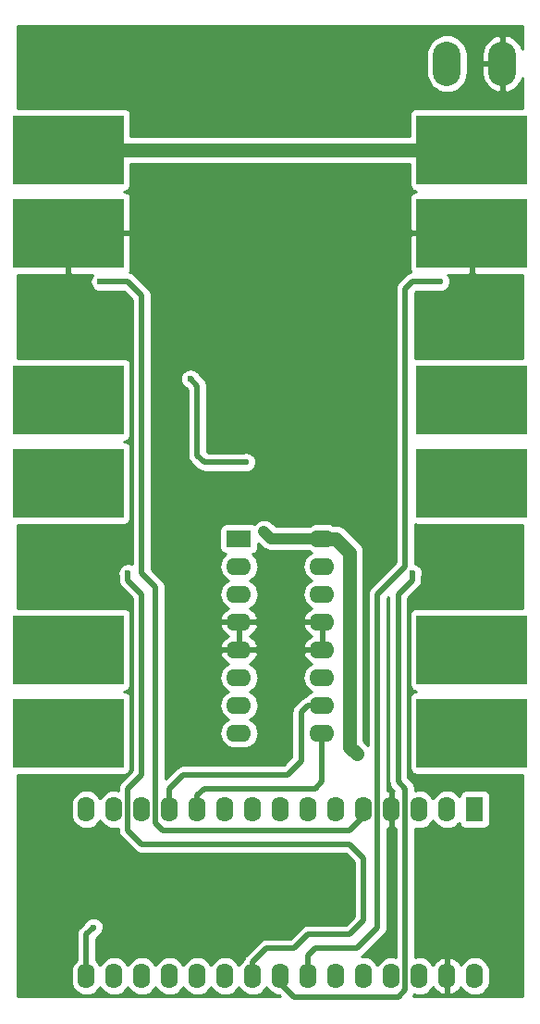
<source format=gbl>
G04 #@! TF.FileFunction,Copper,L2,Bot,Signal*
%FSLAX46Y46*%
G04 Gerber Fmt 4.6, Leading zero omitted, Abs format (unit mm)*
G04 Created by KiCad (PCBNEW 0.201508110901+6083~28~ubuntu14.04.1-product) date jue 10 sep 2015 21:39:29 CEST*
%MOMM*%
G01*
G04 APERTURE LIST*
%ADD10C,0.101600*%
%ADD11R,1.574800X2.286000*%
%ADD12O,1.574800X2.286000*%
%ADD13R,10.160000X6.350000*%
%ADD14R,2.286000X1.574800*%
%ADD15O,2.286000X1.574800*%
%ADD16O,2.540000X4.064000*%
%ADD17C,0.600000*%
%ADD18C,1.270000*%
%ADD19C,1.016000*%
%ADD20C,0.508000*%
%ADD21C,0.254000*%
G04 APERTURE END LIST*
D10*
D11*
X172085000Y-123190000D03*
D12*
X169545000Y-123190000D03*
X167005000Y-123190000D03*
X164465000Y-123190000D03*
X161925000Y-123190000D03*
X159385000Y-123190000D03*
X156845000Y-123190000D03*
X154305000Y-123190000D03*
X151765000Y-123190000D03*
X149225000Y-123190000D03*
X146685000Y-123190000D03*
X144145000Y-123190000D03*
X141605000Y-123190000D03*
X139065000Y-123190000D03*
X136525000Y-123190000D03*
X136525000Y-138430000D03*
X139065000Y-138430000D03*
X141605000Y-138430000D03*
X144145000Y-138430000D03*
X146685000Y-138430000D03*
X149225000Y-138430000D03*
X151765000Y-138430000D03*
X154305000Y-138430000D03*
X156845000Y-138430000D03*
X159385000Y-138430000D03*
X161925000Y-138430000D03*
X164465000Y-138430000D03*
X167005000Y-138430000D03*
X169545000Y-138430000D03*
X172085000Y-138430000D03*
D13*
X171831000Y-62865000D03*
X134874000Y-62865000D03*
X134874000Y-70485000D03*
X171831000Y-70485000D03*
X134874000Y-85725000D03*
X134874000Y-93345000D03*
X171831000Y-85725000D03*
X171831000Y-93345000D03*
X134874000Y-108585000D03*
X134874000Y-116205000D03*
X171831000Y-116205000D03*
X171831000Y-108585000D03*
D14*
X150495000Y-98425000D03*
D15*
X150495000Y-100965000D03*
X150495000Y-103505000D03*
X150495000Y-106045000D03*
X150495000Y-108585000D03*
X150495000Y-111125000D03*
X150495000Y-113665000D03*
X150495000Y-116205000D03*
X158115000Y-116205000D03*
X158115000Y-113665000D03*
X158115000Y-111125000D03*
X158115000Y-108585000D03*
X158115000Y-106045000D03*
X158115000Y-103505000D03*
X158115000Y-100965000D03*
X158115000Y-98425000D03*
D16*
X169545000Y-54991000D03*
X174625000Y-54991000D03*
D17*
X168275000Y-100330000D03*
X138430000Y-100330000D03*
X151130000Y-85090000D03*
X154940000Y-79375000D03*
X145415000Y-89535000D03*
X146685000Y-81280000D03*
X161290000Y-118110000D03*
X152781000Y-97790000D03*
X137795000Y-74930000D03*
X140335000Y-101600000D03*
X137160000Y-133985000D03*
X168910000Y-74930000D03*
X166370000Y-101600000D03*
X151130000Y-91440000D03*
X146050000Y-83820000D03*
D18*
X158115000Y-98425000D02*
X159385000Y-98425000D01*
X161290000Y-118110000D02*
X160655000Y-117475000D01*
X160655000Y-117475000D02*
X160655000Y-99695000D01*
X160655000Y-99695000D02*
X159385000Y-98425000D01*
D19*
X153416000Y-98425000D02*
X158115000Y-98425000D01*
X152781000Y-97790000D02*
X153416000Y-98425000D01*
D20*
X160655000Y-125095000D02*
X161925000Y-123825000D01*
X143510000Y-125095000D02*
X160655000Y-125095000D01*
X142875000Y-124460000D02*
X143510000Y-125095000D01*
X142875000Y-102870000D02*
X142875000Y-124460000D01*
X141605000Y-101600000D02*
X142875000Y-102870000D01*
X141605000Y-76200000D02*
X141605000Y-101600000D01*
X140335000Y-74930000D02*
X141605000Y-76200000D01*
X137795000Y-74930000D02*
X140335000Y-74930000D01*
X161925000Y-123825000D02*
X161925000Y-123190000D01*
X140335000Y-121285000D02*
X140335000Y-125095000D01*
X141605000Y-103505000D02*
X140335000Y-102235000D01*
X140335000Y-102235000D02*
X140335000Y-101600000D01*
X141605000Y-120015000D02*
X140335000Y-121285000D01*
X141605000Y-104775000D02*
X141605000Y-120015000D01*
X141605000Y-104775000D02*
X141605000Y-103505000D01*
X151765000Y-137160000D02*
X151765000Y-138430000D01*
X153035000Y-135890000D02*
X151765000Y-137160000D01*
X155575000Y-135890000D02*
X153035000Y-135890000D01*
X156845000Y-134620000D02*
X155575000Y-135890000D01*
X160655000Y-134620000D02*
X156845000Y-134620000D01*
X161925000Y-133350000D02*
X160655000Y-134620000D01*
X161925000Y-127635000D02*
X161925000Y-133350000D01*
X160655000Y-126365000D02*
X161925000Y-127635000D01*
X141605000Y-126365000D02*
X160655000Y-126365000D01*
X140335000Y-125095000D02*
X141605000Y-126365000D01*
X136525000Y-138430000D02*
X136525000Y-134620000D01*
X136525000Y-134620000D02*
X137160000Y-133985000D01*
X156845000Y-136525000D02*
X156845000Y-138430000D01*
X157480000Y-135890000D02*
X156845000Y-136525000D01*
X161290000Y-135890000D02*
X157480000Y-135890000D01*
X163195000Y-133985000D02*
X161290000Y-135890000D01*
X163195000Y-103505000D02*
X163195000Y-133985000D01*
X165735000Y-100965000D02*
X163195000Y-103505000D01*
X165735000Y-75565000D02*
X165735000Y-100965000D01*
X166370000Y-74930000D02*
X165735000Y-75565000D01*
X168910000Y-74930000D02*
X166370000Y-74930000D01*
X165100000Y-105410000D02*
X165100000Y-103505000D01*
X165100000Y-105410000D02*
X165100000Y-120650000D01*
X165100000Y-120650000D02*
X165735000Y-121285000D01*
X165735000Y-121285000D02*
X165735000Y-139700000D01*
X165735000Y-139700000D02*
X165100000Y-140335000D01*
X165100000Y-140335000D02*
X155575000Y-140335000D01*
X154305000Y-139065000D02*
X155575000Y-140335000D01*
X166370000Y-102235000D02*
X166370000Y-101600000D01*
X165100000Y-103505000D02*
X166370000Y-102235000D01*
X154305000Y-139065000D02*
X154305000Y-138430000D01*
D18*
X136525000Y-62865000D02*
X170180000Y-62865000D01*
D20*
X147320000Y-91440000D02*
X151130000Y-91440000D01*
X146685000Y-90805000D02*
X147320000Y-91440000D01*
X146685000Y-84455000D02*
X146685000Y-90805000D01*
X146050000Y-83820000D02*
X146685000Y-84455000D01*
X146685000Y-123190000D02*
X146685000Y-121920000D01*
X158115000Y-120650000D02*
X158115000Y-116205000D01*
X157480000Y-121285000D02*
X158115000Y-120650000D01*
X147320000Y-121285000D02*
X157480000Y-121285000D01*
X146685000Y-121920000D02*
X147320000Y-121285000D01*
X144145000Y-123190000D02*
X144145000Y-121285000D01*
X156845000Y-113665000D02*
X158115000Y-113665000D01*
X156210000Y-114300000D02*
X156845000Y-113665000D01*
X156210000Y-118745000D02*
X156210000Y-114300000D01*
X154940000Y-120015000D02*
X156210000Y-118745000D01*
X145415000Y-120015000D02*
X154940000Y-120015000D01*
X144145000Y-121285000D02*
X145415000Y-120015000D01*
D21*
X166624000Y-97140024D02*
X166624000Y-97140024D01*
X176455000Y-97343224D02*
X166624000Y-97343224D01*
X176455000Y-97546424D02*
X166624000Y-97546424D01*
X176455000Y-97749624D02*
X166624000Y-97749624D01*
X176455000Y-97952824D02*
X166624000Y-97952824D01*
X176455000Y-98156024D02*
X166624000Y-98156024D01*
X176455000Y-98359224D02*
X166624000Y-98359224D01*
X176455000Y-98562424D02*
X166624000Y-98562424D01*
X176455000Y-98765624D02*
X166624000Y-98765624D01*
X176455000Y-98968824D02*
X166624000Y-98968824D01*
X176455000Y-99172024D02*
X166624000Y-99172024D01*
X176455000Y-99375224D02*
X166624000Y-99375224D01*
X176455000Y-99578424D02*
X166624000Y-99578424D01*
X176455000Y-99781624D02*
X166624000Y-99781624D01*
X176455000Y-99984824D02*
X166624000Y-99984824D01*
X176455000Y-100188024D02*
X166624000Y-100188024D01*
X176455000Y-100391224D02*
X166624000Y-100391224D01*
X176455000Y-100594424D02*
X166624000Y-100594424D01*
X176455000Y-100797624D02*
X166852553Y-100797624D01*
X176455000Y-101000824D02*
X167092748Y-101000824D01*
X176455000Y-101204024D02*
X167218141Y-101204024D01*
X176455000Y-101407224D02*
X167285023Y-101407224D01*
X176455000Y-101610424D02*
X167303614Y-101610424D01*
X176455000Y-101813624D02*
X167280334Y-101813624D01*
X176455000Y-102016824D02*
X167259000Y-102016824D01*
X176455000Y-102220024D02*
X167259000Y-102220024D01*
X176455000Y-102423224D02*
X167238497Y-102423224D01*
X176455000Y-102626424D02*
X167164456Y-102626424D01*
X176455000Y-102829624D02*
X167026540Y-102829624D01*
X176455000Y-103032824D02*
X166829412Y-103032824D01*
X176455000Y-103236024D02*
X166626212Y-103236024D01*
X176455000Y-103439224D02*
X166423012Y-103439224D01*
X176455000Y-103642424D02*
X166219812Y-103642424D01*
X176455000Y-103845624D02*
X166016612Y-103845624D01*
X176455000Y-104048824D02*
X165989000Y-104048824D01*
X176455000Y-104252024D02*
X165989000Y-104252024D01*
X176455000Y-104455224D02*
X165989000Y-104455224D01*
X176455000Y-104658424D02*
X165989000Y-104658424D01*
X166435089Y-104861624D02*
X165989000Y-104861624D01*
X166215151Y-105064824D02*
X165989000Y-105064824D01*
X166133105Y-105268024D02*
X165989000Y-105268024D01*
X166112928Y-105471224D02*
X165989000Y-105471224D01*
X166112928Y-105674424D02*
X165989000Y-105674424D01*
X166112928Y-105877624D02*
X165989000Y-105877624D01*
X166112928Y-106080824D02*
X165989000Y-106080824D01*
X166112928Y-106284024D02*
X165989000Y-106284024D01*
X166112928Y-106487224D02*
X165989000Y-106487224D01*
X166112928Y-106690424D02*
X165989000Y-106690424D01*
X166112928Y-106893624D02*
X165989000Y-106893624D01*
X166112928Y-107096824D02*
X165989000Y-107096824D01*
X166112928Y-107300024D02*
X165989000Y-107300024D01*
X166112928Y-107503224D02*
X165989000Y-107503224D01*
X166112928Y-107706424D02*
X165989000Y-107706424D01*
X166112928Y-107909624D02*
X165989000Y-107909624D01*
X166112928Y-108112824D02*
X165989000Y-108112824D01*
X166112928Y-108316024D02*
X165989000Y-108316024D01*
X166112928Y-108519224D02*
X165989000Y-108519224D01*
X166112928Y-108722424D02*
X165989000Y-108722424D01*
X166112928Y-108925624D02*
X165989000Y-108925624D01*
X166112928Y-109128824D02*
X165989000Y-109128824D01*
X166112928Y-109332024D02*
X165989000Y-109332024D01*
X166112928Y-109535224D02*
X165989000Y-109535224D01*
X166112928Y-109738424D02*
X165989000Y-109738424D01*
X166112928Y-109941624D02*
X165989000Y-109941624D01*
X166112928Y-110144824D02*
X165989000Y-110144824D01*
X166112928Y-110348024D02*
X165989000Y-110348024D01*
X166112928Y-110551224D02*
X165989000Y-110551224D01*
X166112928Y-110754424D02*
X165989000Y-110754424D01*
X166112928Y-110957624D02*
X165989000Y-110957624D01*
X166112928Y-111160824D02*
X165989000Y-111160824D01*
X166112928Y-111364024D02*
X165989000Y-111364024D01*
X166112928Y-111567224D02*
X165989000Y-111567224D01*
X166113759Y-111770424D02*
X165989000Y-111770424D01*
X166155831Y-111973624D02*
X165989000Y-111973624D01*
X166269120Y-112176824D02*
X165989000Y-112176824D01*
X166624001Y-112380024D02*
X165989000Y-112380024D01*
X166301744Y-112583224D02*
X165989000Y-112583224D01*
X166167857Y-112786424D02*
X165989000Y-112786424D01*
X166118666Y-112989624D02*
X165989000Y-112989624D01*
X166112928Y-113192824D02*
X165989000Y-113192824D01*
X166112928Y-113396024D02*
X165989000Y-113396024D01*
X166112928Y-113599224D02*
X165989000Y-113599224D01*
X166112928Y-113802424D02*
X165989000Y-113802424D01*
X166112928Y-114005624D02*
X165989000Y-114005624D01*
X166112928Y-114208824D02*
X165989000Y-114208824D01*
X166112928Y-114412024D02*
X165989000Y-114412024D01*
X166112928Y-114615224D02*
X165989000Y-114615224D01*
X166112928Y-114818424D02*
X165989000Y-114818424D01*
X166112928Y-115021624D02*
X165989000Y-115021624D01*
X166112928Y-115224824D02*
X165989000Y-115224824D01*
X166112928Y-115428024D02*
X165989000Y-115428024D01*
X166112928Y-115631224D02*
X165989000Y-115631224D01*
X166112928Y-115834424D02*
X165989000Y-115834424D01*
X166112928Y-116037624D02*
X165989000Y-116037624D01*
X166112928Y-116240824D02*
X165989000Y-116240824D01*
X166112928Y-116444024D02*
X165989000Y-116444024D01*
X166112928Y-116647224D02*
X165989000Y-116647224D01*
X166112928Y-116850424D02*
X165989000Y-116850424D01*
X166112928Y-117053624D02*
X165989000Y-117053624D01*
X166112928Y-117256824D02*
X165989000Y-117256824D01*
X166112928Y-117460024D02*
X165989000Y-117460024D01*
X166112928Y-117663224D02*
X165989000Y-117663224D01*
X166112928Y-117866424D02*
X165989000Y-117866424D01*
X166112928Y-118069624D02*
X165989000Y-118069624D01*
X166112928Y-118272824D02*
X165989000Y-118272824D01*
X166112928Y-118476024D02*
X165989000Y-118476024D01*
X166112928Y-118679224D02*
X165989000Y-118679224D01*
X166112928Y-118882424D02*
X165989000Y-118882424D01*
X166112928Y-119085624D02*
X165989000Y-119085624D01*
X166112928Y-119288824D02*
X165989000Y-119288824D01*
X166124368Y-119492024D02*
X165989000Y-119492024D01*
X166202170Y-119695224D02*
X165989000Y-119695224D01*
X166385378Y-119898424D02*
X165989000Y-119898424D01*
X176455000Y-120101624D02*
X165989000Y-120101624D01*
X176455000Y-120304824D02*
X166012060Y-120304824D01*
X176455000Y-120508024D02*
X166215260Y-120508024D01*
X176455000Y-120711224D02*
X166409058Y-120711224D01*
X176455000Y-120914424D02*
X166540011Y-120914424D01*
X176455000Y-121117624D02*
X166607714Y-121117624D01*
X176455000Y-121320824D02*
X166624000Y-121320824D01*
X168979541Y-121524024D02*
X167573745Y-121524024D01*
X170943143Y-121524024D02*
X170113745Y-121524024D01*
X176455000Y-121524024D02*
X173232681Y-121524024D01*
X168652168Y-121727224D02*
X167897886Y-121727224D01*
X170748806Y-121727224D02*
X170437886Y-121727224D01*
X176455000Y-121727224D02*
X173418230Y-121727224D01*
X168448358Y-121930424D02*
X168101478Y-121930424D01*
X170676095Y-121930424D02*
X170641478Y-121930424D01*
X176455000Y-121930424D02*
X173497622Y-121930424D01*
X168310096Y-122133624D02*
X168240244Y-122133624D01*
X176455000Y-122133624D02*
X173510472Y-122133624D01*
X176455000Y-122336824D02*
X173510472Y-122336824D01*
X176455000Y-122540024D02*
X173510472Y-122540024D01*
X176455000Y-122743224D02*
X173510472Y-122743224D01*
X176455000Y-122946424D02*
X173510472Y-122946424D01*
X176455000Y-123149624D02*
X173510472Y-123149624D01*
X176455000Y-123352824D02*
X173510472Y-123352824D01*
X176455000Y-123556024D02*
X173510472Y-123556024D01*
X176455000Y-123759224D02*
X173510472Y-123759224D01*
X176455000Y-123962424D02*
X173510472Y-123962424D01*
X176455000Y-124165624D02*
X173510472Y-124165624D01*
X168382662Y-124368824D02*
X168169400Y-124368824D01*
X176455000Y-124368824D02*
X173505381Y-124368824D01*
X168554502Y-124572024D02*
X167998266Y-124572024D01*
X170710297Y-124572024D02*
X170538266Y-124572024D01*
X176455000Y-124572024D02*
X173457595Y-124572024D01*
X168826907Y-124775224D02*
X167724925Y-124775224D01*
X170842573Y-124775224D02*
X170264925Y-124775224D01*
X176455000Y-124775224D02*
X173325535Y-124775224D01*
X176455000Y-124978424D02*
X166624000Y-124978424D01*
X176455000Y-125181624D02*
X166624000Y-125181624D01*
X176455000Y-125384824D02*
X166624000Y-125384824D01*
X176455000Y-125588024D02*
X166624000Y-125588024D01*
X176455000Y-125791224D02*
X166624000Y-125791224D01*
X176455000Y-125994424D02*
X166624000Y-125994424D01*
X176455000Y-126197624D02*
X166624000Y-126197624D01*
X176455000Y-126400824D02*
X166624000Y-126400824D01*
X176455000Y-126604024D02*
X166624000Y-126604024D01*
X176455000Y-126807224D02*
X166624000Y-126807224D01*
X176455000Y-127010424D02*
X166624000Y-127010424D01*
X176455000Y-127213624D02*
X166624000Y-127213624D01*
X176455000Y-127416824D02*
X166624000Y-127416824D01*
X176455000Y-127620024D02*
X166624000Y-127620024D01*
X176455000Y-127823224D02*
X166624000Y-127823224D01*
X176455000Y-128026424D02*
X166624000Y-128026424D01*
X176455000Y-128229624D02*
X166624000Y-128229624D01*
X176455000Y-128432824D02*
X166624000Y-128432824D01*
X176455000Y-128636024D02*
X166624000Y-128636024D01*
X176455000Y-128839224D02*
X166624000Y-128839224D01*
X176455000Y-129042424D02*
X166624000Y-129042424D01*
X176455000Y-129245624D02*
X166624000Y-129245624D01*
X176455000Y-129448824D02*
X166624000Y-129448824D01*
X176455000Y-129652024D02*
X166624000Y-129652024D01*
X176455000Y-129855224D02*
X166624000Y-129855224D01*
X176455000Y-130058424D02*
X166624000Y-130058424D01*
X176455000Y-130261624D02*
X166624000Y-130261624D01*
X176455000Y-130464824D02*
X166624000Y-130464824D01*
X176455000Y-130668024D02*
X166624000Y-130668024D01*
X176455000Y-130871224D02*
X166624000Y-130871224D01*
X176455000Y-131074424D02*
X166624000Y-131074424D01*
X176455000Y-131277624D02*
X166624000Y-131277624D01*
X176455000Y-131480824D02*
X166624000Y-131480824D01*
X176455000Y-131684024D02*
X166624000Y-131684024D01*
X176455000Y-131887224D02*
X166624000Y-131887224D01*
X176455000Y-132090424D02*
X166624000Y-132090424D01*
X176455000Y-132293624D02*
X166624000Y-132293624D01*
X176455000Y-132496824D02*
X166624000Y-132496824D01*
X176455000Y-132700024D02*
X166624000Y-132700024D01*
X176455000Y-132903224D02*
X166624000Y-132903224D01*
X176455000Y-133106424D02*
X166624000Y-133106424D01*
X176455000Y-133309624D02*
X166624000Y-133309624D01*
X176455000Y-133512824D02*
X166624000Y-133512824D01*
X176455000Y-133716024D02*
X166624000Y-133716024D01*
X176455000Y-133919224D02*
X166624000Y-133919224D01*
X176455000Y-134122424D02*
X166624000Y-134122424D01*
X176455000Y-134325624D02*
X166624000Y-134325624D01*
X176455000Y-134528824D02*
X166624000Y-134528824D01*
X176455000Y-134732024D02*
X166624000Y-134732024D01*
X176455000Y-134935224D02*
X166624000Y-134935224D01*
X176455000Y-135138424D02*
X166624000Y-135138424D01*
X176455000Y-135341624D02*
X166624000Y-135341624D01*
X176455000Y-135544824D02*
X166624000Y-135544824D01*
X176455000Y-135748024D02*
X166624000Y-135748024D01*
X176455000Y-135951224D02*
X166624000Y-135951224D01*
X176455000Y-136154424D02*
X166624000Y-136154424D01*
X176455000Y-136357624D02*
X166624000Y-136357624D01*
X176455000Y-136560824D02*
X166624000Y-136560824D01*
X168994807Y-136764024D02*
X167573745Y-136764024D01*
X169767700Y-136764024D02*
X169322301Y-136764024D01*
X171519541Y-136764024D02*
X170095194Y-136764024D01*
X176455000Y-136764024D02*
X172653745Y-136764024D01*
X168646013Y-136967224D02*
X167897886Y-136967224D01*
X169672000Y-136967224D02*
X169418000Y-136967224D01*
X171192168Y-136967224D02*
X170443988Y-136967224D01*
X176455000Y-136967224D02*
X172977886Y-136967224D01*
X168440864Y-137170424D02*
X168101478Y-137170424D01*
X169672000Y-137170424D02*
X169418000Y-137170424D01*
X170988358Y-137170424D02*
X170649137Y-137170424D01*
X176455000Y-137170424D02*
X173181478Y-137170424D01*
X168305097Y-137373624D02*
X168240244Y-137373624D01*
X169672000Y-137373624D02*
X169418000Y-137373624D01*
X170850097Y-137373624D02*
X170784904Y-137373624D01*
X176455000Y-137373624D02*
X173320245Y-137373624D01*
X169672000Y-137576824D02*
X169418000Y-137576824D01*
X176455000Y-137576824D02*
X173416095Y-137576824D01*
X169672000Y-137780024D02*
X169418000Y-137780024D01*
X176455000Y-137780024D02*
X173477445Y-137780024D01*
X169672000Y-137983224D02*
X169418000Y-137983224D01*
X176455000Y-137983224D02*
X173499304Y-137983224D01*
X169672000Y-138186424D02*
X169418000Y-138186424D01*
X176455000Y-138186424D02*
X173507400Y-138186424D01*
X169692000Y-138389624D02*
X169398000Y-138389624D01*
X176455000Y-138389624D02*
X173507400Y-138389624D01*
X169672000Y-138592824D02*
X169418000Y-138592824D01*
X176455000Y-138592824D02*
X173507400Y-138592824D01*
X169672000Y-138796024D02*
X169418000Y-138796024D01*
X176455000Y-138796024D02*
X173507387Y-138796024D01*
X169672000Y-138999224D02*
X169418000Y-138999224D01*
X176455000Y-138999224D02*
X173486492Y-138999224D01*
X169672000Y-139202424D02*
X169418000Y-139202424D01*
X176455000Y-139202424D02*
X173440633Y-139202424D01*
X169672000Y-139405624D02*
X169418000Y-139405624D01*
X176455000Y-139405624D02*
X173364297Y-139405624D01*
X168385307Y-139608824D02*
X168169400Y-139608824D01*
X169672000Y-139608824D02*
X169418000Y-139608824D01*
X170922662Y-139608824D02*
X170704692Y-139608824D01*
X176455000Y-139608824D02*
X173249400Y-139608824D01*
X168561097Y-139812024D02*
X167998266Y-139812024D01*
X169672000Y-139812024D02*
X169418000Y-139812024D01*
X171094502Y-139812024D02*
X170528902Y-139812024D01*
X176455000Y-139812024D02*
X173078266Y-139812024D01*
X168825697Y-140015224D02*
X167724925Y-140015224D01*
X169672000Y-140015224D02*
X169418000Y-140015224D01*
X171366907Y-140015224D02*
X170264302Y-140015224D01*
X176455000Y-140015224D02*
X172804925Y-140015224D01*
X176455000Y-140218424D02*
X166454959Y-140218424D01*
X166112928Y-64135000D02*
X140592072Y-64135000D01*
X166112928Y-64338200D02*
X140592072Y-64338200D01*
X166112928Y-64541400D02*
X140592072Y-64541400D01*
X166112928Y-64744600D02*
X140592072Y-64744600D01*
X166112928Y-64947800D02*
X140592072Y-64947800D01*
X166112928Y-65151000D02*
X140592072Y-65151000D01*
X166112928Y-65354200D02*
X140592072Y-65354200D01*
X166112928Y-65557400D02*
X140592072Y-65557400D01*
X166112928Y-65760600D02*
X140592072Y-65760600D01*
X166112928Y-65963800D02*
X140592072Y-65963800D01*
X166129006Y-66167000D02*
X140574023Y-66167000D01*
X166212039Y-66370200D02*
X140498096Y-66370200D01*
X166402950Y-66573400D02*
X140292638Y-66573400D01*
X166406320Y-66776600D02*
X140298681Y-66776600D01*
X166207925Y-66979800D02*
X140497076Y-66979800D01*
X166128822Y-67183000D02*
X140576179Y-67183000D01*
X166116000Y-67386200D02*
X140589000Y-67386200D01*
X166116000Y-67589400D02*
X140589000Y-67589400D01*
X166116000Y-67792600D02*
X140589000Y-67792600D01*
X166116000Y-67995800D02*
X140589000Y-67995800D01*
X166116000Y-68199000D02*
X140589000Y-68199000D01*
X166116000Y-68402200D02*
X140589000Y-68402200D01*
X166116000Y-68605400D02*
X140589000Y-68605400D01*
X166116000Y-68808600D02*
X140589000Y-68808600D01*
X166116000Y-69011800D02*
X140589000Y-69011800D01*
X166116000Y-69215000D02*
X140589000Y-69215000D01*
X166116000Y-69418200D02*
X140589000Y-69418200D01*
X166116000Y-69621400D02*
X140589000Y-69621400D01*
X166116000Y-69824600D02*
X140589000Y-69824600D01*
X166116000Y-70027800D02*
X140589000Y-70027800D01*
X166147750Y-70231000D02*
X140557250Y-70231000D01*
X171978000Y-70434200D02*
X134727000Y-70434200D01*
X135001000Y-70637400D02*
X134747000Y-70637400D01*
X166249350Y-70637400D02*
X140455650Y-70637400D01*
X171958000Y-70637400D02*
X171704000Y-70637400D01*
X135001000Y-70840600D02*
X134747000Y-70840600D01*
X166116000Y-70840600D02*
X140589000Y-70840600D01*
X171958000Y-70840600D02*
X171704000Y-70840600D01*
X135001000Y-71043800D02*
X134747000Y-71043800D01*
X166116000Y-71043800D02*
X140589000Y-71043800D01*
X171958000Y-71043800D02*
X171704000Y-71043800D01*
X135001000Y-71247000D02*
X134747000Y-71247000D01*
X166116000Y-71247000D02*
X140589000Y-71247000D01*
X171958000Y-71247000D02*
X171704000Y-71247000D01*
X135001000Y-71450200D02*
X134747000Y-71450200D01*
X166116000Y-71450200D02*
X140589000Y-71450200D01*
X171958000Y-71450200D02*
X171704000Y-71450200D01*
X135001000Y-71653400D02*
X134747000Y-71653400D01*
X166116000Y-71653400D02*
X140589000Y-71653400D01*
X171958000Y-71653400D02*
X171704000Y-71653400D01*
X135001000Y-71856600D02*
X134747000Y-71856600D01*
X166116000Y-71856600D02*
X140589000Y-71856600D01*
X171958000Y-71856600D02*
X171704000Y-71856600D01*
X135001000Y-72059800D02*
X134747000Y-72059800D01*
X166116000Y-72059800D02*
X140589000Y-72059800D01*
X171958000Y-72059800D02*
X171704000Y-72059800D01*
X135001000Y-72263000D02*
X134747000Y-72263000D01*
X166116000Y-72263000D02*
X140589000Y-72263000D01*
X171958000Y-72263000D02*
X171704000Y-72263000D01*
X135001000Y-72466200D02*
X134747000Y-72466200D01*
X166116000Y-72466200D02*
X140589000Y-72466200D01*
X171958000Y-72466200D02*
X171704000Y-72466200D01*
X135001000Y-72669400D02*
X134747000Y-72669400D01*
X166116000Y-72669400D02*
X140589000Y-72669400D01*
X171958000Y-72669400D02*
X171704000Y-72669400D01*
X135001000Y-72872600D02*
X134747000Y-72872600D01*
X166116000Y-72872600D02*
X140589000Y-72872600D01*
X171958000Y-72872600D02*
X171704000Y-72872600D01*
X135001000Y-73075800D02*
X134747000Y-73075800D01*
X166116000Y-73075800D02*
X140589000Y-73075800D01*
X171958000Y-73075800D02*
X171704000Y-73075800D01*
X135001000Y-73279000D02*
X134747000Y-73279000D01*
X166116000Y-73279000D02*
X140589000Y-73279000D01*
X171958000Y-73279000D02*
X171704000Y-73279000D01*
X135001000Y-73482200D02*
X134747000Y-73482200D01*
X166116000Y-73482200D02*
X140589000Y-73482200D01*
X171958000Y-73482200D02*
X171704000Y-73482200D01*
X135001000Y-73685400D02*
X134747000Y-73685400D01*
X166116000Y-73685400D02*
X140589000Y-73685400D01*
X171958000Y-73685400D02*
X171704000Y-73685400D01*
X135001000Y-73888600D02*
X134747000Y-73888600D01*
X166158370Y-73888600D02*
X140546629Y-73888600D01*
X171958000Y-73888600D02*
X171704000Y-73888600D01*
X135001000Y-74091800D02*
X134747000Y-74091800D01*
X166083829Y-74091800D02*
X140619511Y-74091800D01*
X171958000Y-74091800D02*
X171704000Y-74091800D01*
X137107027Y-74295000D02*
X130250000Y-74295000D01*
X165747854Y-74295000D02*
X140955849Y-74295000D01*
X176455000Y-74295000D02*
X169597173Y-74295000D01*
X136962766Y-74498200D02*
X130250000Y-74498200D01*
X165544564Y-74498200D02*
X141160436Y-74498200D01*
X176455000Y-74498200D02*
X169743375Y-74498200D01*
X136887661Y-74701400D02*
X130250000Y-74701400D01*
X165341364Y-74701400D02*
X141363636Y-74701400D01*
X176455000Y-74701400D02*
X169817930Y-74701400D01*
X136860224Y-74904600D02*
X130250000Y-74904600D01*
X165138164Y-74904600D02*
X141566836Y-74904600D01*
X176455000Y-74904600D02*
X169844114Y-74904600D01*
X136876974Y-75107800D02*
X130250000Y-75107800D01*
X164976230Y-75107800D02*
X141770036Y-75107800D01*
X176455000Y-75107800D02*
X169828473Y-75107800D01*
X136940187Y-75311000D02*
X130250000Y-75311000D01*
X164887368Y-75311000D02*
X141973236Y-75311000D01*
X176455000Y-75311000D02*
X169763896Y-75311000D01*
X137059296Y-75514200D02*
X130250000Y-75514200D01*
X164850393Y-75514200D02*
X142176436Y-75514200D01*
X176455000Y-75514200D02*
X169642168Y-75514200D01*
X137289550Y-75717400D02*
X130250000Y-75717400D01*
X164846000Y-75717400D02*
X142351399Y-75717400D01*
X176455000Y-75717400D02*
X169414297Y-75717400D01*
X140068364Y-75920600D02*
X130250000Y-75920600D01*
X164846000Y-75920600D02*
X142445167Y-75920600D01*
X176455000Y-75920600D02*
X166636636Y-75920600D01*
X140271564Y-76123800D02*
X130250000Y-76123800D01*
X164846000Y-76123800D02*
X142486529Y-76123800D01*
X176455000Y-76123800D02*
X166624000Y-76123800D01*
X140474764Y-76327000D02*
X130250000Y-76327000D01*
X164846000Y-76327000D02*
X142494000Y-76327000D01*
X176455000Y-76327000D02*
X166624000Y-76327000D01*
X140677964Y-76530200D02*
X130250000Y-76530200D01*
X164846000Y-76530200D02*
X142494000Y-76530200D01*
X176455000Y-76530200D02*
X166624000Y-76530200D01*
X140716000Y-76733400D02*
X130250000Y-76733400D01*
X164846000Y-76733400D02*
X142494000Y-76733400D01*
X176455000Y-76733400D02*
X166624000Y-76733400D01*
X140716000Y-76936600D02*
X130250000Y-76936600D01*
X164846000Y-76936600D02*
X142494000Y-76936600D01*
X176455000Y-76936600D02*
X166624000Y-76936600D01*
X140716000Y-77139800D02*
X130250000Y-77139800D01*
X164846000Y-77139800D02*
X142494000Y-77139800D01*
X176455000Y-77139800D02*
X166624000Y-77139800D01*
X140716000Y-77343000D02*
X130250000Y-77343000D01*
X164846000Y-77343000D02*
X142494000Y-77343000D01*
X176455000Y-77343000D02*
X166624000Y-77343000D01*
X140716000Y-77546200D02*
X130250000Y-77546200D01*
X164846000Y-77546200D02*
X142494000Y-77546200D01*
X176455000Y-77546200D02*
X166624000Y-77546200D01*
X140716000Y-77749400D02*
X130250000Y-77749400D01*
X164846000Y-77749400D02*
X142494000Y-77749400D01*
X176455000Y-77749400D02*
X166624000Y-77749400D01*
X140716000Y-77952600D02*
X130250000Y-77952600D01*
X164846000Y-77952600D02*
X142494000Y-77952600D01*
X176455000Y-77952600D02*
X166624000Y-77952600D01*
X140716000Y-78155800D02*
X130250000Y-78155800D01*
X164846000Y-78155800D02*
X142494000Y-78155800D01*
X176455000Y-78155800D02*
X166624000Y-78155800D01*
X140716000Y-78359000D02*
X130250000Y-78359000D01*
X164846000Y-78359000D02*
X142494000Y-78359000D01*
X176455000Y-78359000D02*
X166624000Y-78359000D01*
X140716000Y-78562200D02*
X130250000Y-78562200D01*
X164846000Y-78562200D02*
X142494000Y-78562200D01*
X176455000Y-78562200D02*
X166624000Y-78562200D01*
X140716000Y-78765400D02*
X130250000Y-78765400D01*
X164846000Y-78765400D02*
X142494000Y-78765400D01*
X176455000Y-78765400D02*
X166624000Y-78765400D01*
X140716000Y-78968600D02*
X130250000Y-78968600D01*
X164846000Y-78968600D02*
X142494000Y-78968600D01*
X176455000Y-78968600D02*
X166624000Y-78968600D01*
X140716000Y-79171800D02*
X130250000Y-79171800D01*
X164846000Y-79171800D02*
X142494000Y-79171800D01*
X176455000Y-79171800D02*
X166624000Y-79171800D01*
X140716000Y-79375000D02*
X130250000Y-79375000D01*
X164846000Y-79375000D02*
X142494000Y-79375000D01*
X176455000Y-79375000D02*
X166624000Y-79375000D01*
X140716000Y-79578200D02*
X130250000Y-79578200D01*
X164846000Y-79578200D02*
X142494000Y-79578200D01*
X176455000Y-79578200D02*
X166624000Y-79578200D01*
X140716000Y-79781400D02*
X130250000Y-79781400D01*
X164846000Y-79781400D02*
X142494000Y-79781400D01*
X176455000Y-79781400D02*
X166624000Y-79781400D01*
X140716000Y-79984600D02*
X130250000Y-79984600D01*
X164846000Y-79984600D02*
X142494000Y-79984600D01*
X176455000Y-79984600D02*
X166624000Y-79984600D01*
X140716000Y-80187800D02*
X130250000Y-80187800D01*
X164846000Y-80187800D02*
X142494000Y-80187800D01*
X176455000Y-80187800D02*
X166624000Y-80187800D01*
X140716000Y-80391000D02*
X130250000Y-80391000D01*
X164846000Y-80391000D02*
X142494000Y-80391000D01*
X176455000Y-80391000D02*
X166624000Y-80391000D01*
X140716000Y-80594200D02*
X130250000Y-80594200D01*
X164846000Y-80594200D02*
X142494000Y-80594200D01*
X176455000Y-80594200D02*
X166624000Y-80594200D01*
X140716000Y-80797400D02*
X130250000Y-80797400D01*
X164846000Y-80797400D02*
X142494000Y-80797400D01*
X176455000Y-80797400D02*
X166624000Y-80797400D01*
X140716000Y-81000600D02*
X130250000Y-81000600D01*
X164846000Y-81000600D02*
X142494000Y-81000600D01*
X176455000Y-81000600D02*
X166624000Y-81000600D01*
X140716000Y-81203800D02*
X130250000Y-81203800D01*
X164846000Y-81203800D02*
X142494000Y-81203800D01*
X176455000Y-81203800D02*
X166624000Y-81203800D01*
X140716000Y-81407000D02*
X130250000Y-81407000D01*
X164846000Y-81407000D02*
X142494000Y-81407000D01*
X176455000Y-81407000D02*
X166624000Y-81407000D01*
X140716000Y-81610200D02*
X130250000Y-81610200D01*
X164846000Y-81610200D02*
X142494000Y-81610200D01*
X176455000Y-81610200D02*
X166624000Y-81610200D01*
X140716000Y-81813400D02*
X130250000Y-81813400D01*
X164846000Y-81813400D02*
X142494000Y-81813400D01*
X176455000Y-81813400D02*
X166624000Y-81813400D01*
X140716000Y-82016600D02*
X140302050Y-82016600D01*
X164846000Y-82016600D02*
X142494000Y-82016600D01*
X140716000Y-82219800D02*
X140492961Y-82219800D01*
X164846000Y-82219800D02*
X142494000Y-82219800D01*
X140716000Y-82423000D02*
X140575994Y-82423000D01*
X164846000Y-82423000D02*
X142494000Y-82423000D01*
X140716000Y-82626200D02*
X140592072Y-82626200D01*
X164846000Y-82626200D02*
X142494000Y-82626200D01*
X140716000Y-82829400D02*
X140592072Y-82829400D01*
X164846000Y-82829400D02*
X142494000Y-82829400D01*
X140716000Y-83032600D02*
X140592072Y-83032600D01*
X145545635Y-83032600D02*
X142494000Y-83032600D01*
X164846000Y-83032600D02*
X146554756Y-83032600D01*
X140716000Y-83235800D02*
X140592072Y-83235800D01*
X145316785Y-83235800D02*
X142494000Y-83235800D01*
X164846000Y-83235800D02*
X146784462Y-83235800D01*
X140716000Y-83439000D02*
X140592072Y-83439000D01*
X145195993Y-83439000D02*
X142494000Y-83439000D01*
X164846000Y-83439000D02*
X146926236Y-83439000D01*
X140716000Y-83642200D02*
X140592072Y-83642200D01*
X145131863Y-83642200D02*
X142494000Y-83642200D01*
X164846000Y-83642200D02*
X147129436Y-83642200D01*
X140716000Y-83845400D02*
X140592072Y-83845400D01*
X145114515Y-83845400D02*
X142494000Y-83845400D01*
X164846000Y-83845400D02*
X147330460Y-83845400D01*
X140716000Y-84048600D02*
X140592072Y-84048600D01*
X145141298Y-84048600D02*
X142494000Y-84048600D01*
X164846000Y-84048600D02*
X147470963Y-84048600D01*
X140716000Y-84251800D02*
X140592072Y-84251800D01*
X145215883Y-84251800D02*
X142494000Y-84251800D01*
X164846000Y-84251800D02*
X147547853Y-84251800D01*
X140716000Y-84455000D02*
X140592072Y-84455000D01*
X145363353Y-84455000D02*
X142494000Y-84455000D01*
X164846000Y-84455000D02*
X147574000Y-84455000D01*
X140716000Y-84658200D02*
X140592072Y-84658200D01*
X145630964Y-84658200D02*
X142494000Y-84658200D01*
X164846000Y-84658200D02*
X147574000Y-84658200D01*
X140716000Y-84861400D02*
X140592072Y-84861400D01*
X145796000Y-84861400D02*
X142494000Y-84861400D01*
X164846000Y-84861400D02*
X147574000Y-84861400D01*
X140716000Y-85064600D02*
X140592072Y-85064600D01*
X145796000Y-85064600D02*
X142494000Y-85064600D01*
X164846000Y-85064600D02*
X147574000Y-85064600D01*
X140716000Y-85267800D02*
X140592072Y-85267800D01*
X145796000Y-85267800D02*
X142494000Y-85267800D01*
X164846000Y-85267800D02*
X147574000Y-85267800D01*
X140716000Y-85471000D02*
X140592072Y-85471000D01*
X145796000Y-85471000D02*
X142494000Y-85471000D01*
X164846000Y-85471000D02*
X147574000Y-85471000D01*
X140716000Y-85674200D02*
X140592072Y-85674200D01*
X145796000Y-85674200D02*
X142494000Y-85674200D01*
X164846000Y-85674200D02*
X147574000Y-85674200D01*
X140716000Y-85877400D02*
X140592072Y-85877400D01*
X145796000Y-85877400D02*
X142494000Y-85877400D01*
X164846000Y-85877400D02*
X147574000Y-85877400D01*
X140716000Y-86080600D02*
X140592072Y-86080600D01*
X145796000Y-86080600D02*
X142494000Y-86080600D01*
X164846000Y-86080600D02*
X147574000Y-86080600D01*
X140716000Y-86283800D02*
X140592072Y-86283800D01*
X145796000Y-86283800D02*
X142494000Y-86283800D01*
X164846000Y-86283800D02*
X147574000Y-86283800D01*
X140716000Y-86487000D02*
X140592072Y-86487000D01*
X145796000Y-86487000D02*
X142494000Y-86487000D01*
X164846000Y-86487000D02*
X147574000Y-86487000D01*
X140716000Y-86690200D02*
X140592072Y-86690200D01*
X145796000Y-86690200D02*
X142494000Y-86690200D01*
X164846000Y-86690200D02*
X147574000Y-86690200D01*
X140716000Y-86893400D02*
X140592072Y-86893400D01*
X145796000Y-86893400D02*
X142494000Y-86893400D01*
X164846000Y-86893400D02*
X147574000Y-86893400D01*
X140716000Y-87096600D02*
X140592072Y-87096600D01*
X145796000Y-87096600D02*
X142494000Y-87096600D01*
X164846000Y-87096600D02*
X147574000Y-87096600D01*
X140716000Y-87299800D02*
X140592072Y-87299800D01*
X145796000Y-87299800D02*
X142494000Y-87299800D01*
X164846000Y-87299800D02*
X147574000Y-87299800D01*
X140716000Y-87503000D02*
X140592072Y-87503000D01*
X145796000Y-87503000D02*
X142494000Y-87503000D01*
X164846000Y-87503000D02*
X147574000Y-87503000D01*
X140716000Y-87706200D02*
X140592072Y-87706200D01*
X145796000Y-87706200D02*
X142494000Y-87706200D01*
X164846000Y-87706200D02*
X147574000Y-87706200D01*
X140716000Y-87909400D02*
X140592072Y-87909400D01*
X145796000Y-87909400D02*
X142494000Y-87909400D01*
X164846000Y-87909400D02*
X147574000Y-87909400D01*
X140716000Y-88112600D02*
X140592072Y-88112600D01*
X145796000Y-88112600D02*
X142494000Y-88112600D01*
X164846000Y-88112600D02*
X147574000Y-88112600D01*
X140716000Y-88315800D02*
X140592072Y-88315800D01*
X145796000Y-88315800D02*
X142494000Y-88315800D01*
X164846000Y-88315800D02*
X147574000Y-88315800D01*
X140716000Y-88519000D02*
X140592072Y-88519000D01*
X145796000Y-88519000D02*
X142494000Y-88519000D01*
X164846000Y-88519000D02*
X147574000Y-88519000D01*
X140716000Y-88722200D02*
X140592072Y-88722200D01*
X145796000Y-88722200D02*
X142494000Y-88722200D01*
X164846000Y-88722200D02*
X147574000Y-88722200D01*
X140716000Y-88925400D02*
X140588462Y-88925400D01*
X145796000Y-88925400D02*
X142494000Y-88925400D01*
X164846000Y-88925400D02*
X147574000Y-88925400D01*
X140716000Y-89128600D02*
X140543894Y-89128600D01*
X145796000Y-89128600D02*
X142494000Y-89128600D01*
X164846000Y-89128600D02*
X147574000Y-89128600D01*
X140716000Y-89331800D02*
X140416020Y-89331800D01*
X145796000Y-89331800D02*
X142494000Y-89331800D01*
X164846000Y-89331800D02*
X147574000Y-89331800D01*
X140716000Y-89535000D02*
X139992527Y-89535000D01*
X145796000Y-89535000D02*
X142494000Y-89535000D01*
X164846000Y-89535000D02*
X147574000Y-89535000D01*
X140716000Y-89738200D02*
X140421258Y-89738200D01*
X145796000Y-89738200D02*
X142494000Y-89738200D01*
X164846000Y-89738200D02*
X147574000Y-89738200D01*
X140716000Y-89941400D02*
X140544531Y-89941400D01*
X145796000Y-89941400D02*
X142494000Y-89941400D01*
X164846000Y-89941400D02*
X147574000Y-89941400D01*
X140716000Y-90144600D02*
X140590047Y-90144600D01*
X145796000Y-90144600D02*
X142494000Y-90144600D01*
X164846000Y-90144600D02*
X147574000Y-90144600D01*
X140716000Y-90347800D02*
X140592072Y-90347800D01*
X145796000Y-90347800D02*
X142494000Y-90347800D01*
X164846000Y-90347800D02*
X147574000Y-90347800D01*
X140716000Y-90551000D02*
X140592072Y-90551000D01*
X145796000Y-90551000D02*
X142494000Y-90551000D01*
X164846000Y-90551000D02*
X151428063Y-90551000D01*
X140716000Y-90754200D02*
X140592072Y-90754200D01*
X145796000Y-90754200D02*
X142494000Y-90754200D01*
X164846000Y-90754200D02*
X151766726Y-90754200D01*
X140716000Y-90957400D02*
X140592072Y-90957400D01*
X145810196Y-90957400D02*
X142494000Y-90957400D01*
X164846000Y-90957400D02*
X151931965Y-90957400D01*
X140716000Y-91160600D02*
X140592072Y-91160600D01*
X145872026Y-91160600D02*
X142494000Y-91160600D01*
X164846000Y-91160600D02*
X152026191Y-91160600D01*
X140716000Y-91363800D02*
X140592072Y-91363800D01*
X145998987Y-91363800D02*
X142494000Y-91363800D01*
X164846000Y-91363800D02*
X152064823Y-91363800D01*
X140716000Y-91567000D02*
X140592072Y-91567000D01*
X146189764Y-91567000D02*
X142494000Y-91567000D01*
X164846000Y-91567000D02*
X152060015Y-91567000D01*
X140716000Y-91770200D02*
X140592072Y-91770200D01*
X146392964Y-91770200D02*
X142494000Y-91770200D01*
X164846000Y-91770200D02*
X152006514Y-91770200D01*
X140716000Y-91973400D02*
X140592072Y-91973400D01*
X146596164Y-91973400D02*
X142494000Y-91973400D01*
X164846000Y-91973400D02*
X151898004Y-91973400D01*
X140716000Y-92176600D02*
X140592072Y-92176600D01*
X146822841Y-92176600D02*
X142494000Y-92176600D01*
X164846000Y-92176600D02*
X151712372Y-92176600D01*
X140716000Y-92379800D02*
X140592072Y-92379800D01*
X164846000Y-92379800D02*
X142494000Y-92379800D01*
X140716000Y-92583000D02*
X140592072Y-92583000D01*
X164846000Y-92583000D02*
X142494000Y-92583000D01*
X140716000Y-92786200D02*
X140592072Y-92786200D01*
X164846000Y-92786200D02*
X142494000Y-92786200D01*
X140716000Y-92989400D02*
X140592072Y-92989400D01*
X164846000Y-92989400D02*
X142494000Y-92989400D01*
X140716000Y-93192600D02*
X140592072Y-93192600D01*
X164846000Y-93192600D02*
X142494000Y-93192600D01*
X140716000Y-93395800D02*
X140592072Y-93395800D01*
X164846000Y-93395800D02*
X142494000Y-93395800D01*
X140716000Y-93599000D02*
X140592072Y-93599000D01*
X164846000Y-93599000D02*
X142494000Y-93599000D01*
X140716000Y-93802200D02*
X140592072Y-93802200D01*
X164846000Y-93802200D02*
X142494000Y-93802200D01*
X140716000Y-94005400D02*
X140592072Y-94005400D01*
X164846000Y-94005400D02*
X142494000Y-94005400D01*
X140716000Y-94208600D02*
X140592072Y-94208600D01*
X164846000Y-94208600D02*
X142494000Y-94208600D01*
X140716000Y-94411800D02*
X140592072Y-94411800D01*
X164846000Y-94411800D02*
X142494000Y-94411800D01*
X140716000Y-94615000D02*
X140592072Y-94615000D01*
X164846000Y-94615000D02*
X142494000Y-94615000D01*
X140716000Y-94818200D02*
X140592072Y-94818200D01*
X164846000Y-94818200D02*
X142494000Y-94818200D01*
X140716000Y-95021400D02*
X140592072Y-95021400D01*
X164846000Y-95021400D02*
X142494000Y-95021400D01*
X140716000Y-95224600D02*
X140592072Y-95224600D01*
X164846000Y-95224600D02*
X142494000Y-95224600D01*
X140716000Y-95427800D02*
X140592072Y-95427800D01*
X164846000Y-95427800D02*
X142494000Y-95427800D01*
X140716000Y-95631000D02*
X140592072Y-95631000D01*
X164846000Y-95631000D02*
X142494000Y-95631000D01*
X140716000Y-95834200D02*
X140592072Y-95834200D01*
X164846000Y-95834200D02*
X142494000Y-95834200D01*
X140716000Y-96037400D02*
X140592072Y-96037400D01*
X164846000Y-96037400D02*
X142494000Y-96037400D01*
X140716000Y-96240600D02*
X140592072Y-96240600D01*
X164846000Y-96240600D02*
X142494000Y-96240600D01*
X140716000Y-96443800D02*
X140592072Y-96443800D01*
X164846000Y-96443800D02*
X142494000Y-96443800D01*
X140716000Y-96647000D02*
X140574023Y-96647000D01*
X164846000Y-96647000D02*
X142494000Y-96647000D01*
X140716000Y-96850200D02*
X140498096Y-96850200D01*
X152133980Y-96850200D02*
X142494000Y-96850200D01*
X164846000Y-96850200D02*
X153429040Y-96850200D01*
X140716000Y-97053400D02*
X140292638Y-97053400D01*
X149102959Y-97053400D02*
X142494000Y-97053400D01*
X151914081Y-97053400D02*
X151879232Y-97053400D01*
X157395984Y-97053400D02*
X153660846Y-97053400D01*
X164846000Y-97053400D02*
X158837093Y-97053400D01*
X140716000Y-97256600D02*
X130250000Y-97256600D01*
X148846684Y-97256600D02*
X142494000Y-97256600D01*
X156943610Y-97256600D02*
X153864046Y-97256600D01*
X164846000Y-97256600D02*
X159881846Y-97256600D01*
X140716000Y-97459800D02*
X130250000Y-97459800D01*
X148739207Y-97459800D02*
X142494000Y-97459800D01*
X164846000Y-97459800D02*
X160201247Y-97459800D01*
X140716000Y-97663000D02*
X130250000Y-97663000D01*
X148713928Y-97663000D02*
X142494000Y-97663000D01*
X164846000Y-97663000D02*
X160419052Y-97663000D01*
X140716000Y-97866200D02*
X130250000Y-97866200D01*
X148713928Y-97866200D02*
X142494000Y-97866200D01*
X164846000Y-97866200D02*
X160622252Y-97866200D01*
X140716000Y-98069400D02*
X130250000Y-98069400D01*
X148713928Y-98069400D02*
X142494000Y-98069400D01*
X164846000Y-98069400D02*
X160825452Y-98069400D01*
X140716000Y-98272600D02*
X130250000Y-98272600D01*
X148713928Y-98272600D02*
X142494000Y-98272600D01*
X164846000Y-98272600D02*
X161028652Y-98272600D01*
X140716000Y-98475800D02*
X130250000Y-98475800D01*
X148713928Y-98475800D02*
X142494000Y-98475800D01*
X164846000Y-98475800D02*
X161231852Y-98475800D01*
X140716000Y-98679000D02*
X130250000Y-98679000D01*
X148713928Y-98679000D02*
X142494000Y-98679000D01*
X164846000Y-98679000D02*
X161435052Y-98679000D01*
X140716000Y-98882200D02*
X130250000Y-98882200D01*
X148713928Y-98882200D02*
X142494000Y-98882200D01*
X164846000Y-98882200D02*
X161623432Y-98882200D01*
X140716000Y-99085400D02*
X130250000Y-99085400D01*
X148713928Y-99085400D02*
X142494000Y-99085400D01*
X152459954Y-99085400D02*
X152276072Y-99085400D01*
X164846000Y-99085400D02*
X161762663Y-99085400D01*
X140716000Y-99288600D02*
X130250000Y-99288600D01*
X148720004Y-99288600D02*
X142494000Y-99288600D01*
X152675193Y-99288600D02*
X152265243Y-99288600D01*
X164846000Y-99288600D02*
X161853131Y-99288600D01*
X140716000Y-99491800D02*
X130250000Y-99491800D01*
X148779564Y-99491800D02*
X142494000Y-99491800D01*
X153014596Y-99491800D02*
X152204995Y-99491800D01*
X164846000Y-99491800D02*
X161905990Y-99491800D01*
X140716000Y-99695000D02*
X130250000Y-99695000D01*
X148944346Y-99695000D02*
X142494000Y-99695000D01*
X157122462Y-99695000D02*
X152053730Y-99695000D01*
X164846000Y-99695000D02*
X161925000Y-99695000D01*
X140716000Y-99898200D02*
X130250000Y-99898200D01*
X149199036Y-99898200D02*
X142494000Y-99898200D01*
X156819036Y-99898200D02*
X151790141Y-99898200D01*
X164846000Y-99898200D02*
X161925000Y-99898200D01*
X140716000Y-100101400D02*
X130250000Y-100101400D01*
X149007998Y-100101400D02*
X142494000Y-100101400D01*
X156627998Y-100101400D02*
X151981280Y-100101400D01*
X164846000Y-100101400D02*
X161925000Y-100101400D01*
X140716000Y-100304600D02*
X130250000Y-100304600D01*
X148878583Y-100304600D02*
X142494000Y-100304600D01*
X156498583Y-100304600D02*
X152111343Y-100304600D01*
X164846000Y-100304600D02*
X161925000Y-100304600D01*
X140716000Y-100507800D02*
X130250000Y-100507800D01*
X148790441Y-100507800D02*
X142494000Y-100507800D01*
X156410441Y-100507800D02*
X152200292Y-100507800D01*
X164846000Y-100507800D02*
X161925000Y-100507800D01*
X140039292Y-100711000D02*
X130250000Y-100711000D01*
X140716000Y-100711000D02*
X140633063Y-100711000D01*
X148734085Y-100711000D02*
X142494000Y-100711000D01*
X156354085Y-100711000D02*
X152257549Y-100711000D01*
X164731764Y-100711000D02*
X161925000Y-100711000D01*
X139698902Y-100914200D02*
X130250000Y-100914200D01*
X148712728Y-100914200D02*
X142494000Y-100914200D01*
X156332728Y-100914200D02*
X152276042Y-100914200D01*
X164528564Y-100914200D02*
X161925000Y-100914200D01*
X139532218Y-101117400D02*
X130250000Y-101117400D01*
X148723205Y-101117400D02*
X142494000Y-101117400D01*
X156343205Y-101117400D02*
X152266594Y-101117400D01*
X164325364Y-101117400D02*
X161925000Y-101117400D01*
X139438459Y-101320600D02*
X130250000Y-101320600D01*
X148759806Y-101320600D02*
X142582836Y-101320600D01*
X156379806Y-101320600D02*
X152231010Y-101320600D01*
X164122164Y-101320600D02*
X161925000Y-101320600D01*
X139400933Y-101523800D02*
X130250000Y-101523800D01*
X148825542Y-101523800D02*
X142786036Y-101523800D01*
X156445542Y-101523800D02*
X152166352Y-101523800D01*
X163918964Y-101523800D02*
X161925000Y-101523800D01*
X139407651Y-101727000D02*
X130250000Y-101727000D01*
X148931772Y-101727000D02*
X142989236Y-101727000D01*
X156551772Y-101727000D02*
X152056483Y-101727000D01*
X163715764Y-101727000D02*
X161925000Y-101727000D01*
X139446000Y-101930200D02*
X130250000Y-101930200D01*
X149090409Y-101930200D02*
X143192436Y-101930200D01*
X156710409Y-101930200D02*
X151897951Y-101930200D01*
X163512564Y-101930200D02*
X161925000Y-101930200D01*
X139446000Y-102133400D02*
X130250000Y-102133400D01*
X149320942Y-102133400D02*
X143395636Y-102133400D01*
X156940942Y-102133400D02*
X151666390Y-102133400D01*
X163309364Y-102133400D02*
X161925000Y-102133400D01*
X139455751Y-102336600D02*
X130250000Y-102336600D01*
X149323610Y-102336600D02*
X143581674Y-102336600D01*
X156943610Y-102336600D02*
X151669058Y-102336600D01*
X163106164Y-102336600D02*
X161925000Y-102336600D01*
X139502213Y-102539800D02*
X130250000Y-102539800D01*
X149092049Y-102539800D02*
X143700396Y-102539800D01*
X156712049Y-102539800D02*
X151899591Y-102539800D01*
X162902964Y-102539800D02*
X161925000Y-102539800D01*
X139607610Y-102743000D02*
X130250000Y-102743000D01*
X148933517Y-102743000D02*
X143752027Y-102743000D01*
X156553517Y-102743000D02*
X152058228Y-102743000D01*
X162699764Y-102743000D02*
X161925000Y-102743000D01*
X139788964Y-102946200D02*
X130250000Y-102946200D01*
X148823648Y-102946200D02*
X143764000Y-102946200D01*
X156443648Y-102946200D02*
X152164458Y-102946200D01*
X162508921Y-102946200D02*
X161925000Y-102946200D01*
X139992164Y-103149400D02*
X130250000Y-103149400D01*
X148758990Y-103149400D02*
X143764000Y-103149400D01*
X156378990Y-103149400D02*
X152230194Y-103149400D01*
X162380850Y-103149400D02*
X161925000Y-103149400D01*
X140195364Y-103352600D02*
X130250000Y-103352600D01*
X148723406Y-103352600D02*
X143764000Y-103352600D01*
X156343406Y-103352600D02*
X152266795Y-103352600D01*
X162321171Y-103352600D02*
X161925000Y-103352600D01*
X140398564Y-103555800D02*
X130250000Y-103555800D01*
X148713958Y-103555800D02*
X143764000Y-103555800D01*
X156333958Y-103555800D02*
X152277272Y-103555800D01*
X162306000Y-103555800D02*
X161925000Y-103555800D01*
X140601764Y-103759000D02*
X130250000Y-103759000D01*
X148732451Y-103759000D02*
X143764000Y-103759000D01*
X156352451Y-103759000D02*
X152255915Y-103759000D01*
X162306000Y-103759000D02*
X161925000Y-103759000D01*
X140716000Y-103962200D02*
X130250000Y-103962200D01*
X148789708Y-103962200D02*
X143764000Y-103962200D01*
X156409708Y-103962200D02*
X152199559Y-103962200D01*
X162306000Y-103962200D02*
X161925000Y-103962200D01*
X140716000Y-104165400D02*
X130250000Y-104165400D01*
X148878657Y-104165400D02*
X143764000Y-104165400D01*
X156498657Y-104165400D02*
X152111417Y-104165400D01*
X162306000Y-104165400D02*
X161925000Y-104165400D01*
X140716000Y-104368600D02*
X130250000Y-104368600D01*
X149008720Y-104368600D02*
X143764000Y-104368600D01*
X156628720Y-104368600D02*
X151982002Y-104368600D01*
X162306000Y-104368600D02*
X161925000Y-104368600D01*
X140716000Y-104571800D02*
X130250000Y-104571800D01*
X149199859Y-104571800D02*
X143764000Y-104571800D01*
X156819859Y-104571800D02*
X151790964Y-104571800D01*
X162306000Y-104571800D02*
X161925000Y-104571800D01*
X140716000Y-104775000D02*
X139975617Y-104775000D01*
X149488825Y-104775000D02*
X143764000Y-104775000D01*
X157108825Y-104775000D02*
X151501177Y-104775000D01*
X162306000Y-104775000D02*
X161925000Y-104775000D01*
X140716000Y-104978200D02*
X140421258Y-104978200D01*
X149197401Y-104978200D02*
X143764000Y-104978200D01*
X156817401Y-104978200D02*
X151792600Y-104978200D01*
X162306000Y-104978200D02*
X161925000Y-104978200D01*
X140716000Y-105181400D02*
X140544531Y-105181400D01*
X149008110Y-105181400D02*
X143764000Y-105181400D01*
X156628110Y-105181400D02*
X151981891Y-105181400D01*
X162306000Y-105181400D02*
X161925000Y-105181400D01*
X140716000Y-105384600D02*
X140590047Y-105384600D01*
X148875856Y-105384600D02*
X143764000Y-105384600D01*
X156495856Y-105384600D02*
X152114145Y-105384600D01*
X162306000Y-105384600D02*
X161925000Y-105384600D01*
X140716000Y-105587800D02*
X140592072Y-105587800D01*
X148789508Y-105587800D02*
X143764000Y-105587800D01*
X156409508Y-105587800D02*
X152200493Y-105587800D01*
X162306000Y-105587800D02*
X161925000Y-105587800D01*
X140716000Y-105791000D02*
X140592072Y-105791000D01*
X148811648Y-105791000D02*
X143764000Y-105791000D01*
X156431648Y-105791000D02*
X152178351Y-105791000D01*
X162306000Y-105791000D02*
X161925000Y-105791000D01*
X140716000Y-105994200D02*
X140592072Y-105994200D01*
X158262000Y-105994200D02*
X143764000Y-105994200D01*
X162306000Y-105994200D02*
X161925000Y-105994200D01*
X140716000Y-106197400D02*
X140592072Y-106197400D01*
X148868049Y-106197400D02*
X143764000Y-106197400D01*
X150622000Y-106197400D02*
X150368000Y-106197400D01*
X156488049Y-106197400D02*
X152121952Y-106197400D01*
X158242000Y-106197400D02*
X157988000Y-106197400D01*
X162306000Y-106197400D02*
X161925000Y-106197400D01*
X140716000Y-106400600D02*
X140592072Y-106400600D01*
X148761772Y-106400600D02*
X143764000Y-106400600D01*
X150622000Y-106400600D02*
X150368000Y-106400600D01*
X156381772Y-106400600D02*
X152228227Y-106400600D01*
X158242000Y-106400600D02*
X157988000Y-106400600D01*
X162306000Y-106400600D02*
X161925000Y-106400600D01*
X140716000Y-106603800D02*
X140592072Y-106603800D01*
X148832681Y-106603800D02*
X143764000Y-106603800D01*
X150622000Y-106603800D02*
X150368000Y-106603800D01*
X156452681Y-106603800D02*
X152157318Y-106603800D01*
X158242000Y-106603800D02*
X157988000Y-106603800D01*
X162306000Y-106603800D02*
X161925000Y-106603800D01*
X140716000Y-106807000D02*
X140592072Y-106807000D01*
X148938872Y-106807000D02*
X143764000Y-106807000D01*
X150622000Y-106807000D02*
X150368000Y-106807000D01*
X156558872Y-106807000D02*
X152051127Y-106807000D01*
X158242000Y-106807000D02*
X157988000Y-106807000D01*
X162306000Y-106807000D02*
X161925000Y-106807000D01*
X140716000Y-107010200D02*
X140592072Y-107010200D01*
X149093928Y-107010200D02*
X143764000Y-107010200D01*
X150622000Y-107010200D02*
X150368000Y-107010200D01*
X156713928Y-107010200D02*
X151896071Y-107010200D01*
X158242000Y-107010200D02*
X157988000Y-107010200D01*
X162306000Y-107010200D02*
X161925000Y-107010200D01*
X140716000Y-107213400D02*
X140592072Y-107213400D01*
X149329467Y-107213400D02*
X143764000Y-107213400D01*
X150622000Y-107213400D02*
X150368000Y-107213400D01*
X156949467Y-107213400D02*
X151660532Y-107213400D01*
X158242000Y-107213400D02*
X157988000Y-107213400D01*
X162306000Y-107213400D02*
X161925000Y-107213400D01*
X140716000Y-107416600D02*
X140592072Y-107416600D01*
X149329468Y-107416600D02*
X143764000Y-107416600D01*
X150622000Y-107416600D02*
X150368000Y-107416600D01*
X156949468Y-107416600D02*
X151660533Y-107416600D01*
X158242000Y-107416600D02*
X157988000Y-107416600D01*
X162306000Y-107416600D02*
X161925000Y-107416600D01*
X140716000Y-107619800D02*
X140592072Y-107619800D01*
X149093929Y-107619800D02*
X143764000Y-107619800D01*
X150622000Y-107619800D02*
X150368000Y-107619800D01*
X156713929Y-107619800D02*
X151896072Y-107619800D01*
X158242000Y-107619800D02*
X157988000Y-107619800D01*
X162306000Y-107619800D02*
X161925000Y-107619800D01*
X140716000Y-107823000D02*
X140592072Y-107823000D01*
X148938873Y-107823000D02*
X143764000Y-107823000D01*
X150622000Y-107823000D02*
X150368000Y-107823000D01*
X156558873Y-107823000D02*
X152051128Y-107823000D01*
X158242000Y-107823000D02*
X157988000Y-107823000D01*
X162306000Y-107823000D02*
X161925000Y-107823000D01*
X140716000Y-108026200D02*
X140592072Y-108026200D01*
X148832682Y-108026200D02*
X143764000Y-108026200D01*
X150622000Y-108026200D02*
X150368000Y-108026200D01*
X156452682Y-108026200D02*
X152157319Y-108026200D01*
X158242000Y-108026200D02*
X157988000Y-108026200D01*
X162306000Y-108026200D02*
X161925000Y-108026200D01*
X140716000Y-108229400D02*
X140592072Y-108229400D01*
X148761773Y-108229400D02*
X143764000Y-108229400D01*
X150622000Y-108229400D02*
X150368000Y-108229400D01*
X156381773Y-108229400D02*
X152228228Y-108229400D01*
X158242000Y-108229400D02*
X157988000Y-108229400D01*
X162306000Y-108229400D02*
X161925000Y-108229400D01*
X140716000Y-108432600D02*
X140592072Y-108432600D01*
X148868048Y-108432600D02*
X143764000Y-108432600D01*
X150622000Y-108432600D02*
X150368000Y-108432600D01*
X156488048Y-108432600D02*
X152121951Y-108432600D01*
X158242000Y-108432600D02*
X157988000Y-108432600D01*
X162306000Y-108432600D02*
X161925000Y-108432600D01*
X140716000Y-108635800D02*
X140592072Y-108635800D01*
X158262000Y-108635800D02*
X143764000Y-108635800D01*
X162306000Y-108635800D02*
X161925000Y-108635800D01*
X140716000Y-108839000D02*
X140592072Y-108839000D01*
X148811649Y-108839000D02*
X143764000Y-108839000D01*
X156431649Y-108839000D02*
X152178352Y-108839000D01*
X162306000Y-108839000D02*
X161925000Y-108839000D01*
X140716000Y-109042200D02*
X140592072Y-109042200D01*
X148789507Y-109042200D02*
X143764000Y-109042200D01*
X156409507Y-109042200D02*
X152200492Y-109042200D01*
X162306000Y-109042200D02*
X161925000Y-109042200D01*
X140716000Y-109245400D02*
X140592072Y-109245400D01*
X148875855Y-109245400D02*
X143764000Y-109245400D01*
X156495855Y-109245400D02*
X152114144Y-109245400D01*
X162306000Y-109245400D02*
X161925000Y-109245400D01*
X140716000Y-109448600D02*
X140592072Y-109448600D01*
X149008109Y-109448600D02*
X143764000Y-109448600D01*
X156628109Y-109448600D02*
X151981890Y-109448600D01*
X162306000Y-109448600D02*
X161925000Y-109448600D01*
X140716000Y-109651800D02*
X140592072Y-109651800D01*
X149197400Y-109651800D02*
X143764000Y-109651800D01*
X156817400Y-109651800D02*
X151792599Y-109651800D01*
X162306000Y-109651800D02*
X161925000Y-109651800D01*
X140716000Y-109855000D02*
X140592072Y-109855000D01*
X149488823Y-109855000D02*
X143764000Y-109855000D01*
X157108823Y-109855000D02*
X151501175Y-109855000D01*
X162306000Y-109855000D02*
X161925000Y-109855000D01*
X140716000Y-110058200D02*
X140592072Y-110058200D01*
X149199036Y-110058200D02*
X143764000Y-110058200D01*
X156819036Y-110058200D02*
X151790141Y-110058200D01*
X162306000Y-110058200D02*
X161925000Y-110058200D01*
X140716000Y-110261400D02*
X140592072Y-110261400D01*
X149007998Y-110261400D02*
X143764000Y-110261400D01*
X156627998Y-110261400D02*
X151981280Y-110261400D01*
X162306000Y-110261400D02*
X161925000Y-110261400D01*
X140716000Y-110464600D02*
X140592072Y-110464600D01*
X148878583Y-110464600D02*
X143764000Y-110464600D01*
X156498583Y-110464600D02*
X152111343Y-110464600D01*
X162306000Y-110464600D02*
X161925000Y-110464600D01*
X140716000Y-110667800D02*
X140592072Y-110667800D01*
X148790441Y-110667800D02*
X143764000Y-110667800D01*
X156410441Y-110667800D02*
X152200292Y-110667800D01*
X162306000Y-110667800D02*
X161925000Y-110667800D01*
X140716000Y-110871000D02*
X140592072Y-110871000D01*
X148734085Y-110871000D02*
X143764000Y-110871000D01*
X156354085Y-110871000D02*
X152257549Y-110871000D01*
X162306000Y-110871000D02*
X161925000Y-110871000D01*
X140716000Y-111074200D02*
X140592072Y-111074200D01*
X148712728Y-111074200D02*
X143764000Y-111074200D01*
X156332728Y-111074200D02*
X152276042Y-111074200D01*
X162306000Y-111074200D02*
X161925000Y-111074200D01*
X140716000Y-111277400D02*
X140592072Y-111277400D01*
X148723205Y-111277400D02*
X143764000Y-111277400D01*
X156343205Y-111277400D02*
X152266594Y-111277400D01*
X162306000Y-111277400D02*
X161925000Y-111277400D01*
X140716000Y-111480600D02*
X140592072Y-111480600D01*
X148759806Y-111480600D02*
X143764000Y-111480600D01*
X156379806Y-111480600D02*
X152231010Y-111480600D01*
X162306000Y-111480600D02*
X161925000Y-111480600D01*
X140716000Y-111683800D02*
X140592072Y-111683800D01*
X148825542Y-111683800D02*
X143764000Y-111683800D01*
X156445542Y-111683800D02*
X152166352Y-111683800D01*
X162306000Y-111683800D02*
X161925000Y-111683800D01*
X140716000Y-111887000D02*
X140574023Y-111887000D01*
X148931772Y-111887000D02*
X143764000Y-111887000D01*
X156551772Y-111887000D02*
X152056483Y-111887000D01*
X162306000Y-111887000D02*
X161925000Y-111887000D01*
X140716000Y-112090200D02*
X140498096Y-112090200D01*
X149090409Y-112090200D02*
X143764000Y-112090200D01*
X156710409Y-112090200D02*
X151897951Y-112090200D01*
X162306000Y-112090200D02*
X161925000Y-112090200D01*
X140716000Y-112293400D02*
X140292638Y-112293400D01*
X149320942Y-112293400D02*
X143764000Y-112293400D01*
X156940942Y-112293400D02*
X151666390Y-112293400D01*
X162306000Y-112293400D02*
X161925000Y-112293400D01*
X140716000Y-112496600D02*
X140302050Y-112496600D01*
X149323610Y-112496600D02*
X143764000Y-112496600D01*
X156943610Y-112496600D02*
X151669058Y-112496600D01*
X162306000Y-112496600D02*
X161925000Y-112496600D01*
X140716000Y-112699800D02*
X140492961Y-112699800D01*
X149092049Y-112699800D02*
X143764000Y-112699800D01*
X156712049Y-112699800D02*
X151899591Y-112699800D01*
X162306000Y-112699800D02*
X161925000Y-112699800D01*
X140716000Y-112903000D02*
X140575994Y-112903000D01*
X148933517Y-112903000D02*
X143764000Y-112903000D01*
X156392498Y-112903000D02*
X152058228Y-112903000D01*
X162306000Y-112903000D02*
X161925000Y-112903000D01*
X140716000Y-113106200D02*
X140592072Y-113106200D01*
X148823648Y-113106200D02*
X143764000Y-113106200D01*
X156146564Y-113106200D02*
X152164458Y-113106200D01*
X162306000Y-113106200D02*
X161925000Y-113106200D01*
X140716000Y-113309400D02*
X140592072Y-113309400D01*
X148758990Y-113309400D02*
X143764000Y-113309400D01*
X155943364Y-113309400D02*
X152230194Y-113309400D01*
X162306000Y-113309400D02*
X161925000Y-113309400D01*
X140716000Y-113512600D02*
X140592072Y-113512600D01*
X148723406Y-113512600D02*
X143764000Y-113512600D01*
X155740164Y-113512600D02*
X152266795Y-113512600D01*
X162306000Y-113512600D02*
X161925000Y-113512600D01*
X140716000Y-113715800D02*
X140592072Y-113715800D01*
X148713958Y-113715800D02*
X143764000Y-113715800D01*
X155544897Y-113715800D02*
X152277272Y-113715800D01*
X162306000Y-113715800D02*
X161925000Y-113715800D01*
X140716000Y-113919000D02*
X140592072Y-113919000D01*
X148732451Y-113919000D02*
X143764000Y-113919000D01*
X155409814Y-113919000D02*
X152255915Y-113919000D01*
X162306000Y-113919000D02*
X161925000Y-113919000D01*
X140716000Y-114122200D02*
X140592072Y-114122200D01*
X148789708Y-114122200D02*
X143764000Y-114122200D01*
X155339176Y-114122200D02*
X152199559Y-114122200D01*
X162306000Y-114122200D02*
X161925000Y-114122200D01*
X140716000Y-114325400D02*
X140592072Y-114325400D01*
X148878657Y-114325400D02*
X143764000Y-114325400D01*
X155321000Y-114325400D02*
X152111417Y-114325400D01*
X162306000Y-114325400D02*
X161925000Y-114325400D01*
X140716000Y-114528600D02*
X140592072Y-114528600D01*
X149008720Y-114528600D02*
X143764000Y-114528600D01*
X155321000Y-114528600D02*
X151982002Y-114528600D01*
X162306000Y-114528600D02*
X161925000Y-114528600D01*
X140716000Y-114731800D02*
X140592072Y-114731800D01*
X149199859Y-114731800D02*
X143764000Y-114731800D01*
X155321000Y-114731800D02*
X151790964Y-114731800D01*
X162306000Y-114731800D02*
X161925000Y-114731800D01*
X140716000Y-114935000D02*
X140592072Y-114935000D01*
X149502462Y-114935000D02*
X143764000Y-114935000D01*
X155321000Y-114935000D02*
X151487538Y-114935000D01*
X162306000Y-114935000D02*
X161925000Y-114935000D01*
X140716000Y-115138200D02*
X140592072Y-115138200D01*
X149199036Y-115138200D02*
X143764000Y-115138200D01*
X155321000Y-115138200D02*
X151790141Y-115138200D01*
X162306000Y-115138200D02*
X161925000Y-115138200D01*
X140716000Y-115341400D02*
X140592072Y-115341400D01*
X149007998Y-115341400D02*
X143764000Y-115341400D01*
X155321000Y-115341400D02*
X151981280Y-115341400D01*
X162306000Y-115341400D02*
X161925000Y-115341400D01*
X140716000Y-115544600D02*
X140592072Y-115544600D01*
X148878583Y-115544600D02*
X143764000Y-115544600D01*
X155321000Y-115544600D02*
X152111343Y-115544600D01*
X162306000Y-115544600D02*
X161925000Y-115544600D01*
X140716000Y-115747800D02*
X140592072Y-115747800D01*
X148790441Y-115747800D02*
X143764000Y-115747800D01*
X155321000Y-115747800D02*
X152200292Y-115747800D01*
X162306000Y-115747800D02*
X161925000Y-115747800D01*
X140716000Y-115951000D02*
X140592072Y-115951000D01*
X148734085Y-115951000D02*
X143764000Y-115951000D01*
X155321000Y-115951000D02*
X152257549Y-115951000D01*
X162306000Y-115951000D02*
X161925000Y-115951000D01*
X140716000Y-116154200D02*
X140592072Y-116154200D01*
X148712728Y-116154200D02*
X143764000Y-116154200D01*
X155321000Y-116154200D02*
X152276042Y-116154200D01*
X162306000Y-116154200D02*
X161925000Y-116154200D01*
X140716000Y-116357400D02*
X140592072Y-116357400D01*
X148723205Y-116357400D02*
X143764000Y-116357400D01*
X155321000Y-116357400D02*
X152266594Y-116357400D01*
X162306000Y-116357400D02*
X161925000Y-116357400D01*
X140716000Y-116560600D02*
X140592072Y-116560600D01*
X148759806Y-116560600D02*
X143764000Y-116560600D01*
X155321000Y-116560600D02*
X152231010Y-116560600D01*
X162306000Y-116560600D02*
X161925000Y-116560600D01*
X140716000Y-116763800D02*
X140592072Y-116763800D01*
X148825542Y-116763800D02*
X143764000Y-116763800D01*
X155321000Y-116763800D02*
X152166352Y-116763800D01*
X162306000Y-116763800D02*
X161925000Y-116763800D01*
X140716000Y-116967000D02*
X140592072Y-116967000D01*
X148931772Y-116967000D02*
X143764000Y-116967000D01*
X155321000Y-116967000D02*
X152056483Y-116967000D01*
X162306000Y-116967000D02*
X161943051Y-116967000D01*
X140716000Y-117170200D02*
X140592072Y-117170200D01*
X149090409Y-117170200D02*
X143764000Y-117170200D01*
X155321000Y-117170200D02*
X151897951Y-117170200D01*
X162306000Y-117170200D02*
X162146251Y-117170200D01*
X140716000Y-117373400D02*
X140592072Y-117373400D01*
X149320942Y-117373400D02*
X143764000Y-117373400D01*
X155321000Y-117373400D02*
X151666390Y-117373400D01*
X140716000Y-117576600D02*
X140592072Y-117576600D01*
X149772907Y-117576600D02*
X143764000Y-117576600D01*
X155321000Y-117576600D02*
X151214016Y-117576600D01*
X140716000Y-117779800D02*
X140592072Y-117779800D01*
X155321000Y-117779800D02*
X143764000Y-117779800D01*
X140716000Y-117983000D02*
X140592072Y-117983000D01*
X155321000Y-117983000D02*
X143764000Y-117983000D01*
X140716000Y-118186200D02*
X140592072Y-118186200D01*
X155321000Y-118186200D02*
X143764000Y-118186200D01*
X140716000Y-118389400D02*
X140592072Y-118389400D01*
X155308364Y-118389400D02*
X143764000Y-118389400D01*
X140716000Y-118592600D02*
X140592072Y-118592600D01*
X155105164Y-118592600D02*
X143764000Y-118592600D01*
X140716000Y-118795800D02*
X140592072Y-118795800D01*
X154901964Y-118795800D02*
X143764000Y-118795800D01*
X140716000Y-118999000D02*
X140592072Y-118999000D01*
X154698764Y-118999000D02*
X143764000Y-118999000D01*
X140716000Y-119202200D02*
X140592072Y-119202200D01*
X145059074Y-119202200D02*
X143764000Y-119202200D01*
X140716000Y-119405400D02*
X140588462Y-119405400D01*
X144767364Y-119405400D02*
X143764000Y-119405400D01*
X140716000Y-119608600D02*
X140543894Y-119608600D01*
X144564164Y-119608600D02*
X143764000Y-119608600D01*
X140550964Y-119811800D02*
X140416020Y-119811800D01*
X144360964Y-119811800D02*
X143764000Y-119811800D01*
X140347764Y-120015000D02*
X139992522Y-120015000D01*
X144157764Y-120015000D02*
X143764000Y-120015000D01*
X140144564Y-120218200D02*
X130250000Y-120218200D01*
X143954564Y-120218200D02*
X143764000Y-120218200D01*
X139941364Y-120421400D02*
X130250000Y-120421400D01*
X139738164Y-120624600D02*
X130250000Y-120624600D01*
X139576230Y-120827800D02*
X130250000Y-120827800D01*
X139487368Y-121031000D02*
X130250000Y-121031000D01*
X139450393Y-121234200D02*
X130250000Y-121234200D01*
X136228542Y-121437400D02*
X130250000Y-121437400D01*
X138768542Y-121437400D02*
X136827008Y-121437400D01*
X139446000Y-121437400D02*
X139367008Y-121437400D01*
X135739907Y-121640600D02*
X130250000Y-121640600D01*
X138279907Y-121640600D02*
X137309348Y-121640600D01*
X135501044Y-121843800D02*
X130250000Y-121843800D01*
X138041044Y-121843800D02*
X137550829Y-121843800D01*
X135337719Y-122047000D02*
X130250000Y-122047000D01*
X137877719Y-122047000D02*
X137714186Y-122047000D01*
X135226008Y-122250200D02*
X130250000Y-122250200D01*
X135158002Y-122453400D02*
X130250000Y-122453400D01*
X135119490Y-122656600D02*
X130250000Y-122656600D01*
X135102600Y-122859800D02*
X130250000Y-122859800D01*
X135102600Y-123063000D02*
X130250000Y-123063000D01*
X135102600Y-123266200D02*
X130250000Y-123266200D01*
X135102600Y-123469400D02*
X130250000Y-123469400D01*
X135114208Y-123672600D02*
X130250000Y-123672600D01*
X135143371Y-123875800D02*
X130250000Y-123875800D01*
X135204721Y-124079000D02*
X130250000Y-124079000D01*
X135308803Y-124282200D02*
X130250000Y-124282200D01*
X137848804Y-124282200D02*
X137740209Y-124282200D01*
X135457739Y-124485400D02*
X130250000Y-124485400D01*
X137997739Y-124485400D02*
X137591582Y-124485400D01*
X135675418Y-124688600D02*
X130250000Y-124688600D01*
X138215418Y-124688600D02*
X137373276Y-124688600D01*
X136058885Y-124891800D02*
X130250000Y-124891800D01*
X138598885Y-124891800D02*
X136994061Y-124891800D01*
X139446000Y-125095000D02*
X130250000Y-125095000D01*
X139472147Y-125298200D02*
X130250000Y-125298200D01*
X139549036Y-125501400D02*
X130250000Y-125501400D01*
X139689540Y-125704600D02*
X130250000Y-125704600D01*
X139890564Y-125907800D02*
X130250000Y-125907800D01*
X140093764Y-126111000D02*
X130250000Y-126111000D01*
X140296964Y-126314200D02*
X130250000Y-126314200D01*
X140500164Y-126517400D02*
X130250000Y-126517400D01*
X140703364Y-126720600D02*
X130250000Y-126720600D01*
X140906564Y-126923800D02*
X130250000Y-126923800D01*
X141153822Y-127127000D02*
X130250000Y-127127000D01*
X160362964Y-127330200D02*
X130250000Y-127330200D01*
X160566164Y-127533400D02*
X130250000Y-127533400D01*
X160769364Y-127736600D02*
X130250000Y-127736600D01*
X160972564Y-127939800D02*
X130250000Y-127939800D01*
X161036000Y-128143000D02*
X130250000Y-128143000D01*
X161036000Y-128346200D02*
X130250000Y-128346200D01*
X161036000Y-128549400D02*
X130250000Y-128549400D01*
X161036000Y-128752600D02*
X130250000Y-128752600D01*
X161036000Y-128955800D02*
X130250000Y-128955800D01*
X161036000Y-129159000D02*
X130250000Y-129159000D01*
X161036000Y-129362200D02*
X130250000Y-129362200D01*
X161036000Y-129565400D02*
X130250000Y-129565400D01*
X161036000Y-129768600D02*
X130250000Y-129768600D01*
X161036000Y-129971800D02*
X130250000Y-129971800D01*
X161036000Y-130175000D02*
X130250000Y-130175000D01*
X161036000Y-130378200D02*
X130250000Y-130378200D01*
X161036000Y-130581400D02*
X130250000Y-130581400D01*
X161036000Y-130784600D02*
X130250000Y-130784600D01*
X161036000Y-130987800D02*
X130250000Y-130987800D01*
X161036000Y-131191000D02*
X130250000Y-131191000D01*
X161036000Y-131394200D02*
X130250000Y-131394200D01*
X161036000Y-131597400D02*
X130250000Y-131597400D01*
X161036000Y-131800600D02*
X130250000Y-131800600D01*
X161036000Y-132003800D02*
X130250000Y-132003800D01*
X161036000Y-132207000D02*
X130250000Y-132207000D01*
X161036000Y-132410200D02*
X130250000Y-132410200D01*
X161036000Y-132613400D02*
X130250000Y-132613400D01*
X161036000Y-132816600D02*
X130250000Y-132816600D01*
X160997964Y-133019800D02*
X130250000Y-133019800D01*
X136616820Y-133223000D02*
X130250000Y-133223000D01*
X160794764Y-133223000D02*
X137702413Y-133223000D01*
X136409393Y-133426200D02*
X130250000Y-133426200D01*
X160591564Y-133426200D02*
X137911338Y-133426200D01*
X136258364Y-133629400D02*
X130250000Y-133629400D01*
X160388364Y-133629400D02*
X138024783Y-133629400D01*
X136055164Y-133832600D02*
X130250000Y-133832600D01*
X156441303Y-133832600D02*
X138083018Y-133832600D01*
X135859897Y-134035800D02*
X130250000Y-134035800D01*
X156171964Y-134035800D02*
X138093050Y-134035800D01*
X135724814Y-134239000D02*
X130250000Y-134239000D01*
X155968764Y-134239000D02*
X138061161Y-134239000D01*
X135654176Y-134442200D02*
X130250000Y-134442200D01*
X155765564Y-134442200D02*
X137979969Y-134442200D01*
X135636000Y-134645400D02*
X130250000Y-134645400D01*
X155562364Y-134645400D02*
X137822389Y-134645400D01*
X135636000Y-134848600D02*
X130250000Y-134848600D01*
X155359164Y-134848600D02*
X137553636Y-134848600D01*
X135636000Y-135051800D02*
X130250000Y-135051800D01*
X152748832Y-135051800D02*
X137414000Y-135051800D01*
X135636000Y-135255000D02*
X130250000Y-135255000D01*
X152412854Y-135255000D02*
X137414000Y-135255000D01*
X135636000Y-135458200D02*
X130250000Y-135458200D01*
X152209564Y-135458200D02*
X137414000Y-135458200D01*
X135636000Y-135661400D02*
X130250000Y-135661400D01*
X152006364Y-135661400D02*
X137414000Y-135661400D01*
X135636000Y-135864600D02*
X130250000Y-135864600D01*
X151803164Y-135864600D02*
X137414000Y-135864600D01*
X135636000Y-136067800D02*
X130250000Y-136067800D01*
X151599964Y-136067800D02*
X137414000Y-136067800D01*
X135636000Y-136271000D02*
X130250000Y-136271000D01*
X151396764Y-136271000D02*
X137414000Y-136271000D01*
X135636000Y-136474200D02*
X130250000Y-136474200D01*
X151193564Y-136474200D02*
X137414000Y-136474200D01*
X135636000Y-136677400D02*
X130250000Y-136677400D01*
X138768542Y-136677400D02*
X137414000Y-136677400D01*
X141308542Y-136677400D02*
X139367008Y-136677400D01*
X143848542Y-136677400D02*
X141907008Y-136677400D01*
X146388542Y-136677400D02*
X144447008Y-136677400D01*
X148928542Y-136677400D02*
X146987008Y-136677400D01*
X151019849Y-136677400D02*
X149527008Y-136677400D01*
X135636000Y-136880600D02*
X130250000Y-136880600D01*
X138279907Y-136880600D02*
X137414000Y-136880600D01*
X140819907Y-136880600D02*
X139849348Y-136880600D01*
X143359907Y-136880600D02*
X142389348Y-136880600D01*
X145899907Y-136880600D02*
X144929348Y-136880600D01*
X148439907Y-136880600D02*
X147469348Y-136880600D01*
X150925238Y-136880600D02*
X150009348Y-136880600D01*
X135501044Y-137083800D02*
X130250000Y-137083800D01*
X138041044Y-137083800D02*
X137550829Y-137083800D01*
X140581044Y-137083800D02*
X140090829Y-137083800D01*
X143121044Y-137083800D02*
X142630829Y-137083800D01*
X145661044Y-137083800D02*
X145170829Y-137083800D01*
X148201044Y-137083800D02*
X147710829Y-137083800D01*
X150741044Y-137083800D02*
X150250829Y-137083800D01*
X135337719Y-137287000D02*
X130250000Y-137287000D01*
X137877719Y-137287000D02*
X137714186Y-137287000D01*
X140417719Y-137287000D02*
X140254186Y-137287000D01*
X142957719Y-137287000D02*
X142794186Y-137287000D01*
X145497719Y-137287000D02*
X145334186Y-137287000D01*
X148037719Y-137287000D02*
X147874186Y-137287000D01*
X150577719Y-137287000D02*
X150414186Y-137287000D01*
X135226008Y-137490200D02*
X130250000Y-137490200D01*
X135158002Y-137693400D02*
X130250000Y-137693400D01*
X135119490Y-137896600D02*
X130250000Y-137896600D01*
X135102600Y-138099800D02*
X130250000Y-138099800D01*
X135102600Y-138303000D02*
X130250000Y-138303000D01*
X135102600Y-138506200D02*
X130250000Y-138506200D01*
X135102600Y-138709400D02*
X130250000Y-138709400D01*
X135114208Y-138912600D02*
X130250000Y-138912600D01*
X135143371Y-139115800D02*
X130250000Y-139115800D01*
X135204721Y-139319000D02*
X130250000Y-139319000D01*
X135308803Y-139522200D02*
X130250000Y-139522200D01*
X137848804Y-139522200D02*
X137740209Y-139522200D01*
X140388804Y-139522200D02*
X140280209Y-139522200D01*
X142928804Y-139522200D02*
X142820209Y-139522200D01*
X145468804Y-139522200D02*
X145360209Y-139522200D01*
X148008804Y-139522200D02*
X147900209Y-139522200D01*
X150548804Y-139522200D02*
X150440209Y-139522200D01*
X153088804Y-139522200D02*
X152980209Y-139522200D01*
X135457739Y-139725400D02*
X130250000Y-139725400D01*
X137997739Y-139725400D02*
X137591582Y-139725400D01*
X140537739Y-139725400D02*
X140131582Y-139725400D01*
X143077739Y-139725400D02*
X142671582Y-139725400D01*
X145617739Y-139725400D02*
X145211582Y-139725400D01*
X148157739Y-139725400D02*
X147751582Y-139725400D01*
X150697739Y-139725400D02*
X150291582Y-139725400D01*
X153237739Y-139725400D02*
X152831582Y-139725400D01*
X135675418Y-139928600D02*
X130250000Y-139928600D01*
X138215418Y-139928600D02*
X137373276Y-139928600D01*
X140755418Y-139928600D02*
X139913276Y-139928600D01*
X143295418Y-139928600D02*
X142453276Y-139928600D01*
X145835418Y-139928600D02*
X144993276Y-139928600D01*
X148375418Y-139928600D02*
X147533276Y-139928600D01*
X150915418Y-139928600D02*
X150073276Y-139928600D01*
X153455418Y-139928600D02*
X152613276Y-139928600D01*
X136058885Y-140131800D02*
X130250000Y-140131800D01*
X138598885Y-140131800D02*
X136994061Y-140131800D01*
X141138885Y-140131800D02*
X139534061Y-140131800D01*
X143678885Y-140131800D02*
X142074061Y-140131800D01*
X146218885Y-140131800D02*
X144614061Y-140131800D01*
X148758885Y-140131800D02*
X147154061Y-140131800D01*
X151298885Y-140131800D02*
X149694061Y-140131800D01*
X153838885Y-140131800D02*
X152234061Y-140131800D01*
X164211000Y-103746236D02*
X164211000Y-103746236D01*
X164211000Y-103949436D02*
X164084000Y-103949436D01*
X164211000Y-104152636D02*
X164084000Y-104152636D01*
X164211000Y-104355836D02*
X164084000Y-104355836D01*
X164211000Y-104559036D02*
X164084000Y-104559036D01*
X164211000Y-104762236D02*
X164084000Y-104762236D01*
X164211000Y-104965436D02*
X164084000Y-104965436D01*
X164211000Y-105168636D02*
X164084000Y-105168636D01*
X164211000Y-105371836D02*
X164084000Y-105371836D01*
X164211000Y-105575036D02*
X164084000Y-105575036D01*
X164211000Y-105778236D02*
X164084000Y-105778236D01*
X164211000Y-105981436D02*
X164084000Y-105981436D01*
X164211000Y-106184636D02*
X164084000Y-106184636D01*
X164211000Y-106387836D02*
X164084000Y-106387836D01*
X164211000Y-106591036D02*
X164084000Y-106591036D01*
X164211000Y-106794236D02*
X164084000Y-106794236D01*
X164211000Y-106997436D02*
X164084000Y-106997436D01*
X164211000Y-107200636D02*
X164084000Y-107200636D01*
X164211000Y-107403836D02*
X164084000Y-107403836D01*
X164211000Y-107607036D02*
X164084000Y-107607036D01*
X164211000Y-107810236D02*
X164084000Y-107810236D01*
X164211000Y-108013436D02*
X164084000Y-108013436D01*
X164211000Y-108216636D02*
X164084000Y-108216636D01*
X164211000Y-108419836D02*
X164084000Y-108419836D01*
X164211000Y-108623036D02*
X164084000Y-108623036D01*
X164211000Y-108826236D02*
X164084000Y-108826236D01*
X164211000Y-109029436D02*
X164084000Y-109029436D01*
X164211000Y-109232636D02*
X164084000Y-109232636D01*
X164211000Y-109435836D02*
X164084000Y-109435836D01*
X164211000Y-109639036D02*
X164084000Y-109639036D01*
X164211000Y-109842236D02*
X164084000Y-109842236D01*
X164211000Y-110045436D02*
X164084000Y-110045436D01*
X164211000Y-110248636D02*
X164084000Y-110248636D01*
X164211000Y-110451836D02*
X164084000Y-110451836D01*
X164211000Y-110655036D02*
X164084000Y-110655036D01*
X164211000Y-110858236D02*
X164084000Y-110858236D01*
X164211000Y-111061436D02*
X164084000Y-111061436D01*
X164211000Y-111264636D02*
X164084000Y-111264636D01*
X164211000Y-111467836D02*
X164084000Y-111467836D01*
X164211000Y-111671036D02*
X164084000Y-111671036D01*
X164211000Y-111874236D02*
X164084000Y-111874236D01*
X164211000Y-112077436D02*
X164084000Y-112077436D01*
X164211000Y-112280636D02*
X164084000Y-112280636D01*
X164211000Y-112483836D02*
X164084000Y-112483836D01*
X164211000Y-112687036D02*
X164084000Y-112687036D01*
X164211000Y-112890236D02*
X164084000Y-112890236D01*
X164211000Y-113093436D02*
X164084000Y-113093436D01*
X164211000Y-113296636D02*
X164084000Y-113296636D01*
X164211000Y-113499836D02*
X164084000Y-113499836D01*
X164211000Y-113703036D02*
X164084000Y-113703036D01*
X164211000Y-113906236D02*
X164084000Y-113906236D01*
X164211000Y-114109436D02*
X164084000Y-114109436D01*
X164211000Y-114312636D02*
X164084000Y-114312636D01*
X164211000Y-114515836D02*
X164084000Y-114515836D01*
X164211000Y-114719036D02*
X164084000Y-114719036D01*
X164211000Y-114922236D02*
X164084000Y-114922236D01*
X164211000Y-115125436D02*
X164084000Y-115125436D01*
X164211000Y-115328636D02*
X164084000Y-115328636D01*
X164211000Y-115531836D02*
X164084000Y-115531836D01*
X164211000Y-115735036D02*
X164084000Y-115735036D01*
X164211000Y-115938236D02*
X164084000Y-115938236D01*
X164211000Y-116141436D02*
X164084000Y-116141436D01*
X164211000Y-116344636D02*
X164084000Y-116344636D01*
X164211000Y-116547836D02*
X164084000Y-116547836D01*
X164211000Y-116751036D02*
X164084000Y-116751036D01*
X164211000Y-116954236D02*
X164084000Y-116954236D01*
X164211000Y-117157436D02*
X164084000Y-117157436D01*
X164211000Y-117360636D02*
X164084000Y-117360636D01*
X164211000Y-117563836D02*
X164084000Y-117563836D01*
X164211000Y-117767036D02*
X164084000Y-117767036D01*
X164211000Y-117970236D02*
X164084000Y-117970236D01*
X164211000Y-118173436D02*
X164084000Y-118173436D01*
X164211000Y-118376636D02*
X164084000Y-118376636D01*
X164211000Y-118579836D02*
X164084000Y-118579836D01*
X164211000Y-118783036D02*
X164084000Y-118783036D01*
X164211000Y-118986236D02*
X164084000Y-118986236D01*
X164211000Y-119189436D02*
X164084000Y-119189436D01*
X164211000Y-119392636D02*
X164084000Y-119392636D01*
X164211000Y-119595836D02*
X164084000Y-119595836D01*
X164211000Y-119799036D02*
X164084000Y-119799036D01*
X164211000Y-120002236D02*
X164084000Y-120002236D01*
X164211000Y-120205436D02*
X164084000Y-120205436D01*
X164211000Y-120408636D02*
X164084000Y-120408636D01*
X164211000Y-120611836D02*
X164084000Y-120611836D01*
X164226606Y-120815036D02*
X164084000Y-120815036D01*
X164293745Y-121018236D02*
X164084000Y-121018236D01*
X164424074Y-121221436D02*
X164084000Y-121221436D01*
X164617400Y-121424636D02*
X164084000Y-121424636D01*
X164592000Y-121627836D02*
X164338000Y-121627836D01*
X164592000Y-121831036D02*
X164338000Y-121831036D01*
X164592000Y-122034236D02*
X164338000Y-122034236D01*
X164592000Y-122237436D02*
X164338000Y-122237436D01*
X164592000Y-122440636D02*
X164338000Y-122440636D01*
X164592000Y-122643836D02*
X164338000Y-122643836D01*
X164592000Y-122847036D02*
X164338000Y-122847036D01*
X164592000Y-123050236D02*
X164338000Y-123050236D01*
X164612000Y-123253436D02*
X164318000Y-123253436D01*
X164592000Y-123456636D02*
X164338000Y-123456636D01*
X164592000Y-123659836D02*
X164338000Y-123659836D01*
X164592000Y-123863036D02*
X164338000Y-123863036D01*
X164592000Y-124066236D02*
X164338000Y-124066236D01*
X164592000Y-124269436D02*
X164338000Y-124269436D01*
X164592000Y-124472636D02*
X164338000Y-124472636D01*
X164592000Y-124675836D02*
X164338000Y-124675836D01*
X164729240Y-124879036D02*
X164200759Y-124879036D01*
X164846000Y-125082236D02*
X164084000Y-125082236D01*
X164846000Y-125285436D02*
X164084000Y-125285436D01*
X164846000Y-125488636D02*
X164084000Y-125488636D01*
X164846000Y-125691836D02*
X164084000Y-125691836D01*
X164846000Y-125895036D02*
X164084000Y-125895036D01*
X164846000Y-126098236D02*
X164084000Y-126098236D01*
X164846000Y-126301436D02*
X164084000Y-126301436D01*
X164846000Y-126504636D02*
X164084000Y-126504636D01*
X164846000Y-126707836D02*
X164084000Y-126707836D01*
X164846000Y-126911036D02*
X164084000Y-126911036D01*
X164846000Y-127114236D02*
X164084000Y-127114236D01*
X164846000Y-127317436D02*
X164084000Y-127317436D01*
X164846000Y-127520636D02*
X164084000Y-127520636D01*
X164846000Y-127723836D02*
X164084000Y-127723836D01*
X164846000Y-127927036D02*
X164084000Y-127927036D01*
X164846000Y-128130236D02*
X164084000Y-128130236D01*
X164846000Y-128333436D02*
X164084000Y-128333436D01*
X164846000Y-128536636D02*
X164084000Y-128536636D01*
X164846000Y-128739836D02*
X164084000Y-128739836D01*
X164846000Y-128943036D02*
X164084000Y-128943036D01*
X164846000Y-129146236D02*
X164084000Y-129146236D01*
X164846000Y-129349436D02*
X164084000Y-129349436D01*
X164846000Y-129552636D02*
X164084000Y-129552636D01*
X164846000Y-129755836D02*
X164084000Y-129755836D01*
X164846000Y-129959036D02*
X164084000Y-129959036D01*
X164846000Y-130162236D02*
X164084000Y-130162236D01*
X164846000Y-130365436D02*
X164084000Y-130365436D01*
X164846000Y-130568636D02*
X164084000Y-130568636D01*
X164846000Y-130771836D02*
X164084000Y-130771836D01*
X164846000Y-130975036D02*
X164084000Y-130975036D01*
X164846000Y-131178236D02*
X164084000Y-131178236D01*
X164846000Y-131381436D02*
X164084000Y-131381436D01*
X164846000Y-131584636D02*
X164084000Y-131584636D01*
X164846000Y-131787836D02*
X164084000Y-131787836D01*
X164846000Y-131991036D02*
X164084000Y-131991036D01*
X164846000Y-132194236D02*
X164084000Y-132194236D01*
X164846000Y-132397436D02*
X164084000Y-132397436D01*
X164846000Y-132600636D02*
X164084000Y-132600636D01*
X164846000Y-132803836D02*
X164084000Y-132803836D01*
X164846000Y-133007036D02*
X164084000Y-133007036D01*
X164846000Y-133210236D02*
X164084000Y-133210236D01*
X164846000Y-133413436D02*
X164084000Y-133413436D01*
X164846000Y-133616636D02*
X164084000Y-133616636D01*
X164846000Y-133819836D02*
X164084000Y-133819836D01*
X164846000Y-134023036D02*
X164081038Y-134023036D01*
X164846000Y-134226236D02*
X164046681Y-134226236D01*
X164846000Y-134429436D02*
X163960614Y-134429436D01*
X164846000Y-134632636D02*
X163804600Y-134632636D01*
X164846000Y-134835836D02*
X163601400Y-134835836D01*
X164846000Y-135039036D02*
X163398200Y-135039036D01*
X164846000Y-135242236D02*
X163195000Y-135242236D01*
X164846000Y-135445436D02*
X162991800Y-135445436D01*
X164846000Y-135648636D02*
X162788600Y-135648636D01*
X164846000Y-135851836D02*
X162585400Y-135851836D01*
X164846000Y-136055036D02*
X162382200Y-136055036D01*
X164846000Y-136258236D02*
X162179000Y-136258236D01*
X164846000Y-136461436D02*
X161975800Y-136461436D01*
X164241938Y-136664636D02*
X162136677Y-136664636D01*
X164846000Y-136664636D02*
X164676677Y-136664636D01*
X163700965Y-136867836D02*
X162685741Y-136867836D01*
X163451755Y-137071036D02*
X162940419Y-137071036D01*
X163284736Y-137274236D02*
X163106145Y-137274236D01*
X176455000Y-51510000D02*
X130250000Y-51510000D01*
X176455000Y-51713200D02*
X130250000Y-51713200D01*
X176455000Y-51916400D02*
X130250000Y-51916400D01*
X176455000Y-52119600D02*
X130250000Y-52119600D01*
X169430202Y-52322800D02*
X130250000Y-52322800D01*
X176455000Y-52322800D02*
X169669217Y-52322800D01*
X168685638Y-52526000D02*
X130250000Y-52526000D01*
X173779582Y-52526000D02*
X170405380Y-52526000D01*
X174752000Y-52526000D02*
X174498000Y-52526000D01*
X176455000Y-52526000D02*
X175470419Y-52526000D01*
X168368637Y-52729200D02*
X130250000Y-52729200D01*
X173455832Y-52729200D02*
X170721980Y-52729200D01*
X174752000Y-52729200D02*
X174498000Y-52729200D01*
X176455000Y-52729200D02*
X175794169Y-52729200D01*
X168147217Y-52932400D02*
X130250000Y-52932400D01*
X173236121Y-52932400D02*
X170944552Y-52932400D01*
X174752000Y-52932400D02*
X174498000Y-52932400D01*
X176455000Y-52932400D02*
X176013880Y-52932400D01*
X167976712Y-53135600D02*
X130250000Y-53135600D01*
X173067624Y-53135600D02*
X171110278Y-53135600D01*
X174752000Y-53135600D02*
X174498000Y-53135600D01*
X176455000Y-53135600D02*
X176182377Y-53135600D01*
X167863777Y-53338800D02*
X130250000Y-53338800D01*
X172940950Y-53338800D02*
X171225783Y-53338800D01*
X174752000Y-53338800D02*
X174498000Y-53338800D01*
X176455000Y-53338800D02*
X176309051Y-53338800D01*
X167769824Y-53542000D02*
X130250000Y-53542000D01*
X172853435Y-53542000D02*
X171321913Y-53542000D01*
X174752000Y-53542000D02*
X174498000Y-53542000D01*
X176455000Y-53542000D02*
X176396566Y-53542000D01*
X167705365Y-53745200D02*
X130250000Y-53745200D01*
X172779319Y-53745200D02*
X171383263Y-53745200D01*
X174752000Y-53745200D02*
X174498000Y-53745200D01*
X167667230Y-53948400D02*
X130250000Y-53948400D01*
X172745537Y-53948400D02*
X171423753Y-53948400D01*
X174752000Y-53948400D02*
X174498000Y-53948400D01*
X167644437Y-54151600D02*
X130250000Y-54151600D01*
X172720000Y-54151600D02*
X171443677Y-54151600D01*
X174752000Y-54151600D02*
X174498000Y-54151600D01*
X167640000Y-54354800D02*
X130250000Y-54354800D01*
X172720000Y-54354800D02*
X171450000Y-54354800D01*
X174752000Y-54354800D02*
X174498000Y-54354800D01*
X167640000Y-54558000D02*
X130250000Y-54558000D01*
X172720000Y-54558000D02*
X171450000Y-54558000D01*
X174752000Y-54558000D02*
X174498000Y-54558000D01*
X167640000Y-54761200D02*
X130250000Y-54761200D01*
X172720000Y-54761200D02*
X171450000Y-54761200D01*
X174752000Y-54761200D02*
X174498000Y-54761200D01*
X167640000Y-54964400D02*
X130250000Y-54964400D01*
X174772000Y-54964400D02*
X171450000Y-54964400D01*
X167640000Y-55167600D02*
X130250000Y-55167600D01*
X172720000Y-55167600D02*
X171450000Y-55167600D01*
X174752000Y-55167600D02*
X174498000Y-55167600D01*
X167640000Y-55370800D02*
X130250000Y-55370800D01*
X172720000Y-55370800D02*
X171450000Y-55370800D01*
X174752000Y-55370800D02*
X174498000Y-55370800D01*
X167640000Y-55574000D02*
X130250000Y-55574000D01*
X172720000Y-55574000D02*
X171450000Y-55574000D01*
X174752000Y-55574000D02*
X174498000Y-55574000D01*
X167641107Y-55777200D02*
X130250000Y-55777200D01*
X172720000Y-55777200D02*
X171449921Y-55777200D01*
X174752000Y-55777200D02*
X174498000Y-55777200D01*
X167661031Y-55980400D02*
X130250000Y-55980400D01*
X172736691Y-55980400D02*
X171428737Y-55980400D01*
X174752000Y-55980400D02*
X174498000Y-55980400D01*
X167690675Y-56183600D02*
X130250000Y-56183600D01*
X172770473Y-56183600D02*
X171401511Y-56183600D01*
X174752000Y-56183600D02*
X174498000Y-56183600D01*
X167752025Y-56386800D02*
X130250000Y-56386800D01*
X172833343Y-56386800D02*
X171337052Y-56386800D01*
X174752000Y-56386800D02*
X174498000Y-56386800D01*
X176455000Y-56386800D02*
X176416656Y-56386800D01*
X167835930Y-56590000D02*
X130250000Y-56590000D01*
X172910081Y-56590000D02*
X171255470Y-56590000D01*
X174752000Y-56590000D02*
X174498000Y-56590000D01*
X176455000Y-56590000D02*
X176339918Y-56590000D01*
X167943974Y-56793200D02*
X130250000Y-56793200D01*
X173034459Y-56793200D02*
X171143760Y-56793200D01*
X174752000Y-56793200D02*
X174498000Y-56793200D01*
X176455000Y-56793200D02*
X176215540Y-56793200D01*
X168102059Y-56996400D02*
X130250000Y-56996400D01*
X173186181Y-56996400D02*
X170987423Y-56996400D01*
X174752000Y-56996400D02*
X174498000Y-56996400D01*
X176455000Y-56996400D02*
X176063818Y-56996400D01*
X168303712Y-57199600D02*
X130250000Y-57199600D01*
X173381415Y-57199600D02*
X170787530Y-57199600D01*
X174752000Y-57199600D02*
X174498000Y-57199600D01*
X176455000Y-57199600D02*
X175868584Y-57199600D01*
X168586228Y-57402800D02*
X130250000Y-57402800D01*
X173665651Y-57402800D02*
X170506124Y-57402800D01*
X174752000Y-57402800D02*
X174498000Y-57402800D01*
X176455000Y-57402800D02*
X175584348Y-57402800D01*
X169077971Y-57606000D02*
X130250000Y-57606000D01*
X174184863Y-57606000D02*
X170007837Y-57606000D01*
X175036311Y-57606000D02*
X174213688Y-57606000D01*
X176455000Y-57606000D02*
X175065136Y-57606000D01*
X176455000Y-57809200D02*
X130250000Y-57809200D01*
X176455000Y-58012400D02*
X130250000Y-58012400D01*
X176455000Y-58215600D02*
X130250000Y-58215600D01*
X176455000Y-58418800D02*
X130250000Y-58418800D01*
X176455000Y-58622000D02*
X130250000Y-58622000D01*
X176455000Y-58825200D02*
X130250000Y-58825200D01*
X176455000Y-59028400D02*
X130250000Y-59028400D01*
X166311651Y-59231600D02*
X140390048Y-59231600D01*
X166173097Y-59434800D02*
X140536293Y-59434800D01*
X166120318Y-59638000D02*
X140587926Y-59638000D01*
X166112928Y-59841200D02*
X140592072Y-59841200D01*
X166112928Y-60044400D02*
X140592072Y-60044400D01*
X166112928Y-60247600D02*
X140592072Y-60247600D01*
X166112928Y-60450800D02*
X140592072Y-60450800D01*
X166112928Y-60654000D02*
X140592072Y-60654000D01*
X166112928Y-60857200D02*
X140592072Y-60857200D01*
X166112928Y-61060400D02*
X140592072Y-61060400D01*
X166112928Y-61263600D02*
X140592072Y-61263600D01*
X166112928Y-61466800D02*
X140592072Y-61466800D01*
X166751000Y-97158072D02*
X176455000Y-97158072D01*
X176455000Y-104771928D01*
X166751000Y-104771928D01*
X166649879Y-104779992D01*
X166478366Y-104833106D01*
X166328441Y-104931900D01*
X166211975Y-105068550D01*
X166138190Y-105232237D01*
X166112928Y-105410000D01*
X166112928Y-111760000D01*
X166120992Y-111861121D01*
X166174106Y-112032634D01*
X166272900Y-112182559D01*
X166409550Y-112299025D01*
X166573237Y-112372810D01*
X166723306Y-112394136D01*
X166649879Y-112399992D01*
X166478366Y-112453106D01*
X166328441Y-112551900D01*
X166211975Y-112688550D01*
X166138190Y-112852237D01*
X166112928Y-113030000D01*
X166112928Y-119380000D01*
X166120992Y-119481121D01*
X166174106Y-119652634D01*
X166272900Y-119802559D01*
X166409550Y-119919025D01*
X166573237Y-119992810D01*
X166751000Y-120018072D01*
X176455000Y-120018072D01*
X176455000Y-140260000D01*
X166420073Y-140260000D01*
X166468526Y-140202256D01*
X166470779Y-140198158D01*
X166473745Y-140194547D01*
X166511873Y-140123438D01*
X166718987Y-140187551D01*
X166995070Y-140216568D01*
X167271531Y-140191408D01*
X167537840Y-140113029D01*
X167783854Y-139984417D01*
X168000201Y-139810469D01*
X168178641Y-139597812D01*
X168271826Y-139428310D01*
X168279474Y-139447262D01*
X168432875Y-139681440D01*
X168629014Y-139881192D01*
X168860354Y-140038841D01*
X169118004Y-140148328D01*
X169197940Y-140165010D01*
X169418000Y-140042852D01*
X169418000Y-138557000D01*
X169398000Y-138557000D01*
X169398000Y-138303000D01*
X169418000Y-138303000D01*
X169418000Y-136817148D01*
X169672000Y-136817148D01*
X169672000Y-138303000D01*
X169692000Y-138303000D01*
X169692000Y-138557000D01*
X169672000Y-138557000D01*
X169672000Y-140042852D01*
X169892060Y-140165010D01*
X169971996Y-140148328D01*
X170229646Y-140038841D01*
X170460986Y-139881192D01*
X170657125Y-139681440D01*
X170810526Y-139447262D01*
X170818480Y-139427554D01*
X170900253Y-139581347D01*
X171075707Y-139796475D01*
X171289604Y-139973426D01*
X171533798Y-140105461D01*
X171798987Y-140187551D01*
X172075070Y-140216568D01*
X172351531Y-140191408D01*
X172617840Y-140113029D01*
X172863854Y-139984417D01*
X173080201Y-139810469D01*
X173258641Y-139597812D01*
X173392378Y-139354546D01*
X173476317Y-139089937D01*
X173507261Y-138814063D01*
X173507400Y-138794203D01*
X173507400Y-138065797D01*
X173480311Y-137789518D01*
X173400074Y-137523762D01*
X173269747Y-137278653D01*
X173094293Y-137063525D01*
X172880396Y-136886574D01*
X172636202Y-136754539D01*
X172371013Y-136672449D01*
X172094930Y-136643432D01*
X171818469Y-136668592D01*
X171552160Y-136746971D01*
X171306146Y-136875583D01*
X171089799Y-137049531D01*
X170911359Y-137262188D01*
X170818174Y-137431690D01*
X170810526Y-137412738D01*
X170657125Y-137178560D01*
X170460986Y-136978808D01*
X170229646Y-136821159D01*
X169971996Y-136711672D01*
X169892060Y-136694990D01*
X169672000Y-136817148D01*
X169418000Y-136817148D01*
X169197940Y-136694990D01*
X169118004Y-136711672D01*
X168860354Y-136821159D01*
X168629014Y-136978808D01*
X168432875Y-137178560D01*
X168279474Y-137412738D01*
X168271520Y-137432446D01*
X168189747Y-137278653D01*
X168014293Y-137063525D01*
X167800396Y-136886574D01*
X167556202Y-136754539D01*
X167291013Y-136672449D01*
X167014930Y-136643432D01*
X166738469Y-136668592D01*
X166624000Y-136702282D01*
X166624000Y-124918148D01*
X166718987Y-124947551D01*
X166995070Y-124976568D01*
X167271531Y-124951408D01*
X167537840Y-124873029D01*
X167783854Y-124744417D01*
X168000201Y-124570469D01*
X168178641Y-124357812D01*
X168275413Y-124181786D01*
X168360253Y-124341347D01*
X168535707Y-124556475D01*
X168749604Y-124733426D01*
X168993798Y-124865461D01*
X169258987Y-124947551D01*
X169535070Y-124976568D01*
X169811531Y-124951408D01*
X170077840Y-124873029D01*
X170323854Y-124744417D01*
X170540201Y-124570469D01*
X170666465Y-124419993D01*
X170667592Y-124434121D01*
X170720706Y-124605634D01*
X170819500Y-124755559D01*
X170956150Y-124872025D01*
X171119837Y-124945810D01*
X171297600Y-124971072D01*
X172872400Y-124971072D01*
X172973521Y-124963008D01*
X173145034Y-124909894D01*
X173294959Y-124811100D01*
X173411425Y-124674450D01*
X173485210Y-124510763D01*
X173510472Y-124333000D01*
X173510472Y-122047000D01*
X173502408Y-121945879D01*
X173449294Y-121774366D01*
X173350500Y-121624441D01*
X173213850Y-121507975D01*
X173050163Y-121434190D01*
X172872400Y-121408928D01*
X171297600Y-121408928D01*
X171196479Y-121416992D01*
X171024966Y-121470106D01*
X170875041Y-121568900D01*
X170758575Y-121705550D01*
X170684790Y-121869237D01*
X170670958Y-121966570D01*
X170554293Y-121823525D01*
X170340396Y-121646574D01*
X170096202Y-121514539D01*
X169831013Y-121432449D01*
X169554930Y-121403432D01*
X169278469Y-121428592D01*
X169012160Y-121506971D01*
X168766146Y-121635583D01*
X168549799Y-121809531D01*
X168371359Y-122022188D01*
X168274587Y-122198214D01*
X168189747Y-122038653D01*
X168014293Y-121823525D01*
X167800396Y-121646574D01*
X167556202Y-121514539D01*
X167291013Y-121432449D01*
X167014930Y-121403432D01*
X166738469Y-121428592D01*
X166624000Y-121462282D01*
X166624000Y-121285000D01*
X166615993Y-121203336D01*
X166608830Y-121121468D01*
X166607525Y-121116976D01*
X166607069Y-121112326D01*
X166583346Y-121033750D01*
X166560424Y-120954854D01*
X166558272Y-120950702D01*
X166556921Y-120946228D01*
X166518371Y-120873727D01*
X166480578Y-120800816D01*
X166477662Y-120797163D01*
X166475467Y-120793035D01*
X166423558Y-120729389D01*
X166372333Y-120665220D01*
X166365916Y-120658712D01*
X166365808Y-120658580D01*
X166365685Y-120658479D01*
X166363618Y-120656382D01*
X165989000Y-120281764D01*
X165989000Y-103873236D01*
X166998618Y-102863618D01*
X167050732Y-102800173D01*
X167103526Y-102737256D01*
X167105779Y-102733158D01*
X167108745Y-102729547D01*
X167147551Y-102657175D01*
X167187111Y-102585214D01*
X167188524Y-102580760D01*
X167190734Y-102576638D01*
X167214755Y-102498071D01*
X167239573Y-102419833D01*
X167240094Y-102415190D01*
X167241461Y-102410718D01*
X167249760Y-102329015D01*
X167258913Y-102247412D01*
X167258977Y-102238270D01*
X167258994Y-102238103D01*
X167258979Y-102237948D01*
X167259000Y-102235000D01*
X167259000Y-101902157D01*
X167261492Y-101896560D01*
X167302116Y-101717754D01*
X167305040Y-101508319D01*
X167269425Y-101328448D01*
X167199550Y-101158920D01*
X167098079Y-101006193D01*
X166968875Y-100876084D01*
X166816860Y-100773549D01*
X166647825Y-100702493D01*
X166624000Y-100697602D01*
X166624000Y-97140024D01*
X166751000Y-97158072D01*
X166624000Y-97140024D02*
X166624000Y-97140024D01*
X176455000Y-97343224D02*
X166624000Y-97343224D01*
X176455000Y-97546424D02*
X166624000Y-97546424D01*
X176455000Y-97749624D02*
X166624000Y-97749624D01*
X176455000Y-97952824D02*
X166624000Y-97952824D01*
X176455000Y-98156024D02*
X166624000Y-98156024D01*
X176455000Y-98359224D02*
X166624000Y-98359224D01*
X176455000Y-98562424D02*
X166624000Y-98562424D01*
X176455000Y-98765624D02*
X166624000Y-98765624D01*
X176455000Y-98968824D02*
X166624000Y-98968824D01*
X176455000Y-99172024D02*
X166624000Y-99172024D01*
X176455000Y-99375224D02*
X166624000Y-99375224D01*
X176455000Y-99578424D02*
X166624000Y-99578424D01*
X176455000Y-99781624D02*
X166624000Y-99781624D01*
X176455000Y-99984824D02*
X166624000Y-99984824D01*
X176455000Y-100188024D02*
X166624000Y-100188024D01*
X176455000Y-100391224D02*
X166624000Y-100391224D01*
X176455000Y-100594424D02*
X166624000Y-100594424D01*
X176455000Y-100797624D02*
X166852553Y-100797624D01*
X176455000Y-101000824D02*
X167092748Y-101000824D01*
X176455000Y-101204024D02*
X167218141Y-101204024D01*
X176455000Y-101407224D02*
X167285023Y-101407224D01*
X176455000Y-101610424D02*
X167303614Y-101610424D01*
X176455000Y-101813624D02*
X167280334Y-101813624D01*
X176455000Y-102016824D02*
X167259000Y-102016824D01*
X176455000Y-102220024D02*
X167259000Y-102220024D01*
X176455000Y-102423224D02*
X167238497Y-102423224D01*
X176455000Y-102626424D02*
X167164456Y-102626424D01*
X176455000Y-102829624D02*
X167026540Y-102829624D01*
X176455000Y-103032824D02*
X166829412Y-103032824D01*
X176455000Y-103236024D02*
X166626212Y-103236024D01*
X176455000Y-103439224D02*
X166423012Y-103439224D01*
X176455000Y-103642424D02*
X166219812Y-103642424D01*
X176455000Y-103845624D02*
X166016612Y-103845624D01*
X176455000Y-104048824D02*
X165989000Y-104048824D01*
X176455000Y-104252024D02*
X165989000Y-104252024D01*
X176455000Y-104455224D02*
X165989000Y-104455224D01*
X176455000Y-104658424D02*
X165989000Y-104658424D01*
X166435089Y-104861624D02*
X165989000Y-104861624D01*
X166215151Y-105064824D02*
X165989000Y-105064824D01*
X166133105Y-105268024D02*
X165989000Y-105268024D01*
X166112928Y-105471224D02*
X165989000Y-105471224D01*
X166112928Y-105674424D02*
X165989000Y-105674424D01*
X166112928Y-105877624D02*
X165989000Y-105877624D01*
X166112928Y-106080824D02*
X165989000Y-106080824D01*
X166112928Y-106284024D02*
X165989000Y-106284024D01*
X166112928Y-106487224D02*
X165989000Y-106487224D01*
X166112928Y-106690424D02*
X165989000Y-106690424D01*
X166112928Y-106893624D02*
X165989000Y-106893624D01*
X166112928Y-107096824D02*
X165989000Y-107096824D01*
X166112928Y-107300024D02*
X165989000Y-107300024D01*
X166112928Y-107503224D02*
X165989000Y-107503224D01*
X166112928Y-107706424D02*
X165989000Y-107706424D01*
X166112928Y-107909624D02*
X165989000Y-107909624D01*
X166112928Y-108112824D02*
X165989000Y-108112824D01*
X166112928Y-108316024D02*
X165989000Y-108316024D01*
X166112928Y-108519224D02*
X165989000Y-108519224D01*
X166112928Y-108722424D02*
X165989000Y-108722424D01*
X166112928Y-108925624D02*
X165989000Y-108925624D01*
X166112928Y-109128824D02*
X165989000Y-109128824D01*
X166112928Y-109332024D02*
X165989000Y-109332024D01*
X166112928Y-109535224D02*
X165989000Y-109535224D01*
X166112928Y-109738424D02*
X165989000Y-109738424D01*
X166112928Y-109941624D02*
X165989000Y-109941624D01*
X166112928Y-110144824D02*
X165989000Y-110144824D01*
X166112928Y-110348024D02*
X165989000Y-110348024D01*
X166112928Y-110551224D02*
X165989000Y-110551224D01*
X166112928Y-110754424D02*
X165989000Y-110754424D01*
X166112928Y-110957624D02*
X165989000Y-110957624D01*
X166112928Y-111160824D02*
X165989000Y-111160824D01*
X166112928Y-111364024D02*
X165989000Y-111364024D01*
X166112928Y-111567224D02*
X165989000Y-111567224D01*
X166113759Y-111770424D02*
X165989000Y-111770424D01*
X166155831Y-111973624D02*
X165989000Y-111973624D01*
X166269120Y-112176824D02*
X165989000Y-112176824D01*
X166624001Y-112380024D02*
X165989000Y-112380024D01*
X166301744Y-112583224D02*
X165989000Y-112583224D01*
X166167857Y-112786424D02*
X165989000Y-112786424D01*
X166118666Y-112989624D02*
X165989000Y-112989624D01*
X166112928Y-113192824D02*
X165989000Y-113192824D01*
X166112928Y-113396024D02*
X165989000Y-113396024D01*
X166112928Y-113599224D02*
X165989000Y-113599224D01*
X166112928Y-113802424D02*
X165989000Y-113802424D01*
X166112928Y-114005624D02*
X165989000Y-114005624D01*
X166112928Y-114208824D02*
X165989000Y-114208824D01*
X166112928Y-114412024D02*
X165989000Y-114412024D01*
X166112928Y-114615224D02*
X165989000Y-114615224D01*
X166112928Y-114818424D02*
X165989000Y-114818424D01*
X166112928Y-115021624D02*
X165989000Y-115021624D01*
X166112928Y-115224824D02*
X165989000Y-115224824D01*
X166112928Y-115428024D02*
X165989000Y-115428024D01*
X166112928Y-115631224D02*
X165989000Y-115631224D01*
X166112928Y-115834424D02*
X165989000Y-115834424D01*
X166112928Y-116037624D02*
X165989000Y-116037624D01*
X166112928Y-116240824D02*
X165989000Y-116240824D01*
X166112928Y-116444024D02*
X165989000Y-116444024D01*
X166112928Y-116647224D02*
X165989000Y-116647224D01*
X166112928Y-116850424D02*
X165989000Y-116850424D01*
X166112928Y-117053624D02*
X165989000Y-117053624D01*
X166112928Y-117256824D02*
X165989000Y-117256824D01*
X166112928Y-117460024D02*
X165989000Y-117460024D01*
X166112928Y-117663224D02*
X165989000Y-117663224D01*
X166112928Y-117866424D02*
X165989000Y-117866424D01*
X166112928Y-118069624D02*
X165989000Y-118069624D01*
X166112928Y-118272824D02*
X165989000Y-118272824D01*
X166112928Y-118476024D02*
X165989000Y-118476024D01*
X166112928Y-118679224D02*
X165989000Y-118679224D01*
X166112928Y-118882424D02*
X165989000Y-118882424D01*
X166112928Y-119085624D02*
X165989000Y-119085624D01*
X166112928Y-119288824D02*
X165989000Y-119288824D01*
X166124368Y-119492024D02*
X165989000Y-119492024D01*
X166202170Y-119695224D02*
X165989000Y-119695224D01*
X166385378Y-119898424D02*
X165989000Y-119898424D01*
X176455000Y-120101624D02*
X165989000Y-120101624D01*
X176455000Y-120304824D02*
X166012060Y-120304824D01*
X176455000Y-120508024D02*
X166215260Y-120508024D01*
X176455000Y-120711224D02*
X166409058Y-120711224D01*
X176455000Y-120914424D02*
X166540011Y-120914424D01*
X176455000Y-121117624D02*
X166607714Y-121117624D01*
X176455000Y-121320824D02*
X166624000Y-121320824D01*
X168979541Y-121524024D02*
X167573745Y-121524024D01*
X170943143Y-121524024D02*
X170113745Y-121524024D01*
X176455000Y-121524024D02*
X173232681Y-121524024D01*
X168652168Y-121727224D02*
X167897886Y-121727224D01*
X170748806Y-121727224D02*
X170437886Y-121727224D01*
X176455000Y-121727224D02*
X173418230Y-121727224D01*
X168448358Y-121930424D02*
X168101478Y-121930424D01*
X170676095Y-121930424D02*
X170641478Y-121930424D01*
X176455000Y-121930424D02*
X173497622Y-121930424D01*
X168310096Y-122133624D02*
X168240244Y-122133624D01*
X176455000Y-122133624D02*
X173510472Y-122133624D01*
X176455000Y-122336824D02*
X173510472Y-122336824D01*
X176455000Y-122540024D02*
X173510472Y-122540024D01*
X176455000Y-122743224D02*
X173510472Y-122743224D01*
X176455000Y-122946424D02*
X173510472Y-122946424D01*
X176455000Y-123149624D02*
X173510472Y-123149624D01*
X176455000Y-123352824D02*
X173510472Y-123352824D01*
X176455000Y-123556024D02*
X173510472Y-123556024D01*
X176455000Y-123759224D02*
X173510472Y-123759224D01*
X176455000Y-123962424D02*
X173510472Y-123962424D01*
X176455000Y-124165624D02*
X173510472Y-124165624D01*
X168382662Y-124368824D02*
X168169400Y-124368824D01*
X176455000Y-124368824D02*
X173505381Y-124368824D01*
X168554502Y-124572024D02*
X167998266Y-124572024D01*
X170710297Y-124572024D02*
X170538266Y-124572024D01*
X176455000Y-124572024D02*
X173457595Y-124572024D01*
X168826907Y-124775224D02*
X167724925Y-124775224D01*
X170842573Y-124775224D02*
X170264925Y-124775224D01*
X176455000Y-124775224D02*
X173325535Y-124775224D01*
X176455000Y-124978424D02*
X166624000Y-124978424D01*
X176455000Y-125181624D02*
X166624000Y-125181624D01*
X176455000Y-125384824D02*
X166624000Y-125384824D01*
X176455000Y-125588024D02*
X166624000Y-125588024D01*
X176455000Y-125791224D02*
X166624000Y-125791224D01*
X176455000Y-125994424D02*
X166624000Y-125994424D01*
X176455000Y-126197624D02*
X166624000Y-126197624D01*
X176455000Y-126400824D02*
X166624000Y-126400824D01*
X176455000Y-126604024D02*
X166624000Y-126604024D01*
X176455000Y-126807224D02*
X166624000Y-126807224D01*
X176455000Y-127010424D02*
X166624000Y-127010424D01*
X176455000Y-127213624D02*
X166624000Y-127213624D01*
X176455000Y-127416824D02*
X166624000Y-127416824D01*
X176455000Y-127620024D02*
X166624000Y-127620024D01*
X176455000Y-127823224D02*
X166624000Y-127823224D01*
X176455000Y-128026424D02*
X166624000Y-128026424D01*
X176455000Y-128229624D02*
X166624000Y-128229624D01*
X176455000Y-128432824D02*
X166624000Y-128432824D01*
X176455000Y-128636024D02*
X166624000Y-128636024D01*
X176455000Y-128839224D02*
X166624000Y-128839224D01*
X176455000Y-129042424D02*
X166624000Y-129042424D01*
X176455000Y-129245624D02*
X166624000Y-129245624D01*
X176455000Y-129448824D02*
X166624000Y-129448824D01*
X176455000Y-129652024D02*
X166624000Y-129652024D01*
X176455000Y-129855224D02*
X166624000Y-129855224D01*
X176455000Y-130058424D02*
X166624000Y-130058424D01*
X176455000Y-130261624D02*
X166624000Y-130261624D01*
X176455000Y-130464824D02*
X166624000Y-130464824D01*
X176455000Y-130668024D02*
X166624000Y-130668024D01*
X176455000Y-130871224D02*
X166624000Y-130871224D01*
X176455000Y-131074424D02*
X166624000Y-131074424D01*
X176455000Y-131277624D02*
X166624000Y-131277624D01*
X176455000Y-131480824D02*
X166624000Y-131480824D01*
X176455000Y-131684024D02*
X166624000Y-131684024D01*
X176455000Y-131887224D02*
X166624000Y-131887224D01*
X176455000Y-132090424D02*
X166624000Y-132090424D01*
X176455000Y-132293624D02*
X166624000Y-132293624D01*
X176455000Y-132496824D02*
X166624000Y-132496824D01*
X176455000Y-132700024D02*
X166624000Y-132700024D01*
X176455000Y-132903224D02*
X166624000Y-132903224D01*
X176455000Y-133106424D02*
X166624000Y-133106424D01*
X176455000Y-133309624D02*
X166624000Y-133309624D01*
X176455000Y-133512824D02*
X166624000Y-133512824D01*
X176455000Y-133716024D02*
X166624000Y-133716024D01*
X176455000Y-133919224D02*
X166624000Y-133919224D01*
X176455000Y-134122424D02*
X166624000Y-134122424D01*
X176455000Y-134325624D02*
X166624000Y-134325624D01*
X176455000Y-134528824D02*
X166624000Y-134528824D01*
X176455000Y-134732024D02*
X166624000Y-134732024D01*
X176455000Y-134935224D02*
X166624000Y-134935224D01*
X176455000Y-135138424D02*
X166624000Y-135138424D01*
X176455000Y-135341624D02*
X166624000Y-135341624D01*
X176455000Y-135544824D02*
X166624000Y-135544824D01*
X176455000Y-135748024D02*
X166624000Y-135748024D01*
X176455000Y-135951224D02*
X166624000Y-135951224D01*
X176455000Y-136154424D02*
X166624000Y-136154424D01*
X176455000Y-136357624D02*
X166624000Y-136357624D01*
X176455000Y-136560824D02*
X166624000Y-136560824D01*
X168994807Y-136764024D02*
X167573745Y-136764024D01*
X169767700Y-136764024D02*
X169322301Y-136764024D01*
X171519541Y-136764024D02*
X170095194Y-136764024D01*
X176455000Y-136764024D02*
X172653745Y-136764024D01*
X168646013Y-136967224D02*
X167897886Y-136967224D01*
X169672000Y-136967224D02*
X169418000Y-136967224D01*
X171192168Y-136967224D02*
X170443988Y-136967224D01*
X176455000Y-136967224D02*
X172977886Y-136967224D01*
X168440864Y-137170424D02*
X168101478Y-137170424D01*
X169672000Y-137170424D02*
X169418000Y-137170424D01*
X170988358Y-137170424D02*
X170649137Y-137170424D01*
X176455000Y-137170424D02*
X173181478Y-137170424D01*
X168305097Y-137373624D02*
X168240244Y-137373624D01*
X169672000Y-137373624D02*
X169418000Y-137373624D01*
X170850097Y-137373624D02*
X170784904Y-137373624D01*
X176455000Y-137373624D02*
X173320245Y-137373624D01*
X169672000Y-137576824D02*
X169418000Y-137576824D01*
X176455000Y-137576824D02*
X173416095Y-137576824D01*
X169672000Y-137780024D02*
X169418000Y-137780024D01*
X176455000Y-137780024D02*
X173477445Y-137780024D01*
X169672000Y-137983224D02*
X169418000Y-137983224D01*
X176455000Y-137983224D02*
X173499304Y-137983224D01*
X169672000Y-138186424D02*
X169418000Y-138186424D01*
X176455000Y-138186424D02*
X173507400Y-138186424D01*
X169692000Y-138389624D02*
X169398000Y-138389624D01*
X176455000Y-138389624D02*
X173507400Y-138389624D01*
X169672000Y-138592824D02*
X169418000Y-138592824D01*
X176455000Y-138592824D02*
X173507400Y-138592824D01*
X169672000Y-138796024D02*
X169418000Y-138796024D01*
X176455000Y-138796024D02*
X173507387Y-138796024D01*
X169672000Y-138999224D02*
X169418000Y-138999224D01*
X176455000Y-138999224D02*
X173486492Y-138999224D01*
X169672000Y-139202424D02*
X169418000Y-139202424D01*
X176455000Y-139202424D02*
X173440633Y-139202424D01*
X169672000Y-139405624D02*
X169418000Y-139405624D01*
X176455000Y-139405624D02*
X173364297Y-139405624D01*
X168385307Y-139608824D02*
X168169400Y-139608824D01*
X169672000Y-139608824D02*
X169418000Y-139608824D01*
X170922662Y-139608824D02*
X170704692Y-139608824D01*
X176455000Y-139608824D02*
X173249400Y-139608824D01*
X168561097Y-139812024D02*
X167998266Y-139812024D01*
X169672000Y-139812024D02*
X169418000Y-139812024D01*
X171094502Y-139812024D02*
X170528902Y-139812024D01*
X176455000Y-139812024D02*
X173078266Y-139812024D01*
X168825697Y-140015224D02*
X167724925Y-140015224D01*
X169672000Y-140015224D02*
X169418000Y-140015224D01*
X171366907Y-140015224D02*
X170264302Y-140015224D01*
X176455000Y-140015224D02*
X172804925Y-140015224D01*
X176455000Y-140218424D02*
X166454959Y-140218424D01*
X166112928Y-64135000D02*
X140592072Y-64135000D01*
X166112928Y-64338200D02*
X140592072Y-64338200D01*
X166112928Y-64541400D02*
X140592072Y-64541400D01*
X166112928Y-64744600D02*
X140592072Y-64744600D01*
X166112928Y-64947800D02*
X140592072Y-64947800D01*
X166112928Y-65151000D02*
X140592072Y-65151000D01*
X166112928Y-65354200D02*
X140592072Y-65354200D01*
X166112928Y-65557400D02*
X140592072Y-65557400D01*
X166112928Y-65760600D02*
X140592072Y-65760600D01*
X166112928Y-65963800D02*
X140592072Y-65963800D01*
X166129006Y-66167000D02*
X140574023Y-66167000D01*
X166212039Y-66370200D02*
X140498096Y-66370200D01*
X166402950Y-66573400D02*
X140292638Y-66573400D01*
X166406320Y-66776600D02*
X140298681Y-66776600D01*
X166207925Y-66979800D02*
X140497076Y-66979800D01*
X166128822Y-67183000D02*
X140576179Y-67183000D01*
X166116000Y-67386200D02*
X140589000Y-67386200D01*
X166116000Y-67589400D02*
X140589000Y-67589400D01*
X166116000Y-67792600D02*
X140589000Y-67792600D01*
X166116000Y-67995800D02*
X140589000Y-67995800D01*
X166116000Y-68199000D02*
X140589000Y-68199000D01*
X166116000Y-68402200D02*
X140589000Y-68402200D01*
X166116000Y-68605400D02*
X140589000Y-68605400D01*
X166116000Y-68808600D02*
X140589000Y-68808600D01*
X166116000Y-69011800D02*
X140589000Y-69011800D01*
X166116000Y-69215000D02*
X140589000Y-69215000D01*
X166116000Y-69418200D02*
X140589000Y-69418200D01*
X166116000Y-69621400D02*
X140589000Y-69621400D01*
X166116000Y-69824600D02*
X140589000Y-69824600D01*
X166116000Y-70027800D02*
X140589000Y-70027800D01*
X166147750Y-70231000D02*
X140557250Y-70231000D01*
X171978000Y-70434200D02*
X134727000Y-70434200D01*
X135001000Y-70637400D02*
X134747000Y-70637400D01*
X166249350Y-70637400D02*
X140455650Y-70637400D01*
X171958000Y-70637400D02*
X171704000Y-70637400D01*
X135001000Y-70840600D02*
X134747000Y-70840600D01*
X166116000Y-70840600D02*
X140589000Y-70840600D01*
X171958000Y-70840600D02*
X171704000Y-70840600D01*
X135001000Y-71043800D02*
X134747000Y-71043800D01*
X166116000Y-71043800D02*
X140589000Y-71043800D01*
X171958000Y-71043800D02*
X171704000Y-71043800D01*
X135001000Y-71247000D02*
X134747000Y-71247000D01*
X166116000Y-71247000D02*
X140589000Y-71247000D01*
X171958000Y-71247000D02*
X171704000Y-71247000D01*
X135001000Y-71450200D02*
X134747000Y-71450200D01*
X166116000Y-71450200D02*
X140589000Y-71450200D01*
X171958000Y-71450200D02*
X171704000Y-71450200D01*
X135001000Y-71653400D02*
X134747000Y-71653400D01*
X166116000Y-71653400D02*
X140589000Y-71653400D01*
X171958000Y-71653400D02*
X171704000Y-71653400D01*
X135001000Y-71856600D02*
X134747000Y-71856600D01*
X166116000Y-71856600D02*
X140589000Y-71856600D01*
X171958000Y-71856600D02*
X171704000Y-71856600D01*
X135001000Y-72059800D02*
X134747000Y-72059800D01*
X166116000Y-72059800D02*
X140589000Y-72059800D01*
X171958000Y-72059800D02*
X171704000Y-72059800D01*
X135001000Y-72263000D02*
X134747000Y-72263000D01*
X166116000Y-72263000D02*
X140589000Y-72263000D01*
X171958000Y-72263000D02*
X171704000Y-72263000D01*
X135001000Y-72466200D02*
X134747000Y-72466200D01*
X166116000Y-72466200D02*
X140589000Y-72466200D01*
X171958000Y-72466200D02*
X171704000Y-72466200D01*
X135001000Y-72669400D02*
X134747000Y-72669400D01*
X166116000Y-72669400D02*
X140589000Y-72669400D01*
X171958000Y-72669400D02*
X171704000Y-72669400D01*
X135001000Y-72872600D02*
X134747000Y-72872600D01*
X166116000Y-72872600D02*
X140589000Y-72872600D01*
X171958000Y-72872600D02*
X171704000Y-72872600D01*
X135001000Y-73075800D02*
X134747000Y-73075800D01*
X166116000Y-73075800D02*
X140589000Y-73075800D01*
X171958000Y-73075800D02*
X171704000Y-73075800D01*
X135001000Y-73279000D02*
X134747000Y-73279000D01*
X166116000Y-73279000D02*
X140589000Y-73279000D01*
X171958000Y-73279000D02*
X171704000Y-73279000D01*
X135001000Y-73482200D02*
X134747000Y-73482200D01*
X166116000Y-73482200D02*
X140589000Y-73482200D01*
X171958000Y-73482200D02*
X171704000Y-73482200D01*
X135001000Y-73685400D02*
X134747000Y-73685400D01*
X166116000Y-73685400D02*
X140589000Y-73685400D01*
X171958000Y-73685400D02*
X171704000Y-73685400D01*
X135001000Y-73888600D02*
X134747000Y-73888600D01*
X166158370Y-73888600D02*
X140546629Y-73888600D01*
X171958000Y-73888600D02*
X171704000Y-73888600D01*
X135001000Y-74091800D02*
X134747000Y-74091800D01*
X166083829Y-74091800D02*
X140619511Y-74091800D01*
X171958000Y-74091800D02*
X171704000Y-74091800D01*
X137107027Y-74295000D02*
X130250000Y-74295000D01*
X165747854Y-74295000D02*
X140955849Y-74295000D01*
X176455000Y-74295000D02*
X169597173Y-74295000D01*
X136962766Y-74498200D02*
X130250000Y-74498200D01*
X165544564Y-74498200D02*
X141160436Y-74498200D01*
X176455000Y-74498200D02*
X169743375Y-74498200D01*
X136887661Y-74701400D02*
X130250000Y-74701400D01*
X165341364Y-74701400D02*
X141363636Y-74701400D01*
X176455000Y-74701400D02*
X169817930Y-74701400D01*
X136860224Y-74904600D02*
X130250000Y-74904600D01*
X165138164Y-74904600D02*
X141566836Y-74904600D01*
X176455000Y-74904600D02*
X169844114Y-74904600D01*
X136876974Y-75107800D02*
X130250000Y-75107800D01*
X164976230Y-75107800D02*
X141770036Y-75107800D01*
X176455000Y-75107800D02*
X169828473Y-75107800D01*
X136940187Y-75311000D02*
X130250000Y-75311000D01*
X164887368Y-75311000D02*
X141973236Y-75311000D01*
X176455000Y-75311000D02*
X169763896Y-75311000D01*
X137059296Y-75514200D02*
X130250000Y-75514200D01*
X164850393Y-75514200D02*
X142176436Y-75514200D01*
X176455000Y-75514200D02*
X169642168Y-75514200D01*
X137289550Y-75717400D02*
X130250000Y-75717400D01*
X164846000Y-75717400D02*
X142351399Y-75717400D01*
X176455000Y-75717400D02*
X169414297Y-75717400D01*
X140068364Y-75920600D02*
X130250000Y-75920600D01*
X164846000Y-75920600D02*
X142445167Y-75920600D01*
X176455000Y-75920600D02*
X166636636Y-75920600D01*
X140271564Y-76123800D02*
X130250000Y-76123800D01*
X164846000Y-76123800D02*
X142486529Y-76123800D01*
X176455000Y-76123800D02*
X166624000Y-76123800D01*
X140474764Y-76327000D02*
X130250000Y-76327000D01*
X164846000Y-76327000D02*
X142494000Y-76327000D01*
X176455000Y-76327000D02*
X166624000Y-76327000D01*
X140677964Y-76530200D02*
X130250000Y-76530200D01*
X164846000Y-76530200D02*
X142494000Y-76530200D01*
X176455000Y-76530200D02*
X166624000Y-76530200D01*
X140716000Y-76733400D02*
X130250000Y-76733400D01*
X164846000Y-76733400D02*
X142494000Y-76733400D01*
X176455000Y-76733400D02*
X166624000Y-76733400D01*
X140716000Y-76936600D02*
X130250000Y-76936600D01*
X164846000Y-76936600D02*
X142494000Y-76936600D01*
X176455000Y-76936600D02*
X166624000Y-76936600D01*
X140716000Y-77139800D02*
X130250000Y-77139800D01*
X164846000Y-77139800D02*
X142494000Y-77139800D01*
X176455000Y-77139800D02*
X166624000Y-77139800D01*
X140716000Y-77343000D02*
X130250000Y-77343000D01*
X164846000Y-77343000D02*
X142494000Y-77343000D01*
X176455000Y-77343000D02*
X166624000Y-77343000D01*
X140716000Y-77546200D02*
X130250000Y-77546200D01*
X164846000Y-77546200D02*
X142494000Y-77546200D01*
X176455000Y-77546200D02*
X166624000Y-77546200D01*
X140716000Y-77749400D02*
X130250000Y-77749400D01*
X164846000Y-77749400D02*
X142494000Y-77749400D01*
X176455000Y-77749400D02*
X166624000Y-77749400D01*
X140716000Y-77952600D02*
X130250000Y-77952600D01*
X164846000Y-77952600D02*
X142494000Y-77952600D01*
X176455000Y-77952600D02*
X166624000Y-77952600D01*
X140716000Y-78155800D02*
X130250000Y-78155800D01*
X164846000Y-78155800D02*
X142494000Y-78155800D01*
X176455000Y-78155800D02*
X166624000Y-78155800D01*
X140716000Y-78359000D02*
X130250000Y-78359000D01*
X164846000Y-78359000D02*
X142494000Y-78359000D01*
X176455000Y-78359000D02*
X166624000Y-78359000D01*
X140716000Y-78562200D02*
X130250000Y-78562200D01*
X164846000Y-78562200D02*
X142494000Y-78562200D01*
X176455000Y-78562200D02*
X166624000Y-78562200D01*
X140716000Y-78765400D02*
X130250000Y-78765400D01*
X164846000Y-78765400D02*
X142494000Y-78765400D01*
X176455000Y-78765400D02*
X166624000Y-78765400D01*
X140716000Y-78968600D02*
X130250000Y-78968600D01*
X164846000Y-78968600D02*
X142494000Y-78968600D01*
X176455000Y-78968600D02*
X166624000Y-78968600D01*
X140716000Y-79171800D02*
X130250000Y-79171800D01*
X164846000Y-79171800D02*
X142494000Y-79171800D01*
X176455000Y-79171800D02*
X166624000Y-79171800D01*
X140716000Y-79375000D02*
X130250000Y-79375000D01*
X164846000Y-79375000D02*
X142494000Y-79375000D01*
X176455000Y-79375000D02*
X166624000Y-79375000D01*
X140716000Y-79578200D02*
X130250000Y-79578200D01*
X164846000Y-79578200D02*
X142494000Y-79578200D01*
X176455000Y-79578200D02*
X166624000Y-79578200D01*
X140716000Y-79781400D02*
X130250000Y-79781400D01*
X164846000Y-79781400D02*
X142494000Y-79781400D01*
X176455000Y-79781400D02*
X166624000Y-79781400D01*
X140716000Y-79984600D02*
X130250000Y-79984600D01*
X164846000Y-79984600D02*
X142494000Y-79984600D01*
X176455000Y-79984600D02*
X166624000Y-79984600D01*
X140716000Y-80187800D02*
X130250000Y-80187800D01*
X164846000Y-80187800D02*
X142494000Y-80187800D01*
X176455000Y-80187800D02*
X166624000Y-80187800D01*
X140716000Y-80391000D02*
X130250000Y-80391000D01*
X164846000Y-80391000D02*
X142494000Y-80391000D01*
X176455000Y-80391000D02*
X166624000Y-80391000D01*
X140716000Y-80594200D02*
X130250000Y-80594200D01*
X164846000Y-80594200D02*
X142494000Y-80594200D01*
X176455000Y-80594200D02*
X166624000Y-80594200D01*
X140716000Y-80797400D02*
X130250000Y-80797400D01*
X164846000Y-80797400D02*
X142494000Y-80797400D01*
X176455000Y-80797400D02*
X166624000Y-80797400D01*
X140716000Y-81000600D02*
X130250000Y-81000600D01*
X164846000Y-81000600D02*
X142494000Y-81000600D01*
X176455000Y-81000600D02*
X166624000Y-81000600D01*
X140716000Y-81203800D02*
X130250000Y-81203800D01*
X164846000Y-81203800D02*
X142494000Y-81203800D01*
X176455000Y-81203800D02*
X166624000Y-81203800D01*
X140716000Y-81407000D02*
X130250000Y-81407000D01*
X164846000Y-81407000D02*
X142494000Y-81407000D01*
X176455000Y-81407000D02*
X166624000Y-81407000D01*
X140716000Y-81610200D02*
X130250000Y-81610200D01*
X164846000Y-81610200D02*
X142494000Y-81610200D01*
X176455000Y-81610200D02*
X166624000Y-81610200D01*
X140716000Y-81813400D02*
X130250000Y-81813400D01*
X164846000Y-81813400D02*
X142494000Y-81813400D01*
X176455000Y-81813400D02*
X166624000Y-81813400D01*
X140716000Y-82016600D02*
X140302050Y-82016600D01*
X164846000Y-82016600D02*
X142494000Y-82016600D01*
X140716000Y-82219800D02*
X140492961Y-82219800D01*
X164846000Y-82219800D02*
X142494000Y-82219800D01*
X140716000Y-82423000D02*
X140575994Y-82423000D01*
X164846000Y-82423000D02*
X142494000Y-82423000D01*
X140716000Y-82626200D02*
X140592072Y-82626200D01*
X164846000Y-82626200D02*
X142494000Y-82626200D01*
X140716000Y-82829400D02*
X140592072Y-82829400D01*
X164846000Y-82829400D02*
X142494000Y-82829400D01*
X140716000Y-83032600D02*
X140592072Y-83032600D01*
X145545635Y-83032600D02*
X142494000Y-83032600D01*
X164846000Y-83032600D02*
X146554756Y-83032600D01*
X140716000Y-83235800D02*
X140592072Y-83235800D01*
X145316785Y-83235800D02*
X142494000Y-83235800D01*
X164846000Y-83235800D02*
X146784462Y-83235800D01*
X140716000Y-83439000D02*
X140592072Y-83439000D01*
X145195993Y-83439000D02*
X142494000Y-83439000D01*
X164846000Y-83439000D02*
X146926236Y-83439000D01*
X140716000Y-83642200D02*
X140592072Y-83642200D01*
X145131863Y-83642200D02*
X142494000Y-83642200D01*
X164846000Y-83642200D02*
X147129436Y-83642200D01*
X140716000Y-83845400D02*
X140592072Y-83845400D01*
X145114515Y-83845400D02*
X142494000Y-83845400D01*
X164846000Y-83845400D02*
X147330460Y-83845400D01*
X140716000Y-84048600D02*
X140592072Y-84048600D01*
X145141298Y-84048600D02*
X142494000Y-84048600D01*
X164846000Y-84048600D02*
X147470963Y-84048600D01*
X140716000Y-84251800D02*
X140592072Y-84251800D01*
X145215883Y-84251800D02*
X142494000Y-84251800D01*
X164846000Y-84251800D02*
X147547853Y-84251800D01*
X140716000Y-84455000D02*
X140592072Y-84455000D01*
X145363353Y-84455000D02*
X142494000Y-84455000D01*
X164846000Y-84455000D02*
X147574000Y-84455000D01*
X140716000Y-84658200D02*
X140592072Y-84658200D01*
X145630964Y-84658200D02*
X142494000Y-84658200D01*
X164846000Y-84658200D02*
X147574000Y-84658200D01*
X140716000Y-84861400D02*
X140592072Y-84861400D01*
X145796000Y-84861400D02*
X142494000Y-84861400D01*
X164846000Y-84861400D02*
X147574000Y-84861400D01*
X140716000Y-85064600D02*
X140592072Y-85064600D01*
X145796000Y-85064600D02*
X142494000Y-85064600D01*
X164846000Y-85064600D02*
X147574000Y-85064600D01*
X140716000Y-85267800D02*
X140592072Y-85267800D01*
X145796000Y-85267800D02*
X142494000Y-85267800D01*
X164846000Y-85267800D02*
X147574000Y-85267800D01*
X140716000Y-85471000D02*
X140592072Y-85471000D01*
X145796000Y-85471000D02*
X142494000Y-85471000D01*
X164846000Y-85471000D02*
X147574000Y-85471000D01*
X140716000Y-85674200D02*
X140592072Y-85674200D01*
X145796000Y-85674200D02*
X142494000Y-85674200D01*
X164846000Y-85674200D02*
X147574000Y-85674200D01*
X140716000Y-85877400D02*
X140592072Y-85877400D01*
X145796000Y-85877400D02*
X142494000Y-85877400D01*
X164846000Y-85877400D02*
X147574000Y-85877400D01*
X140716000Y-86080600D02*
X140592072Y-86080600D01*
X145796000Y-86080600D02*
X142494000Y-86080600D01*
X164846000Y-86080600D02*
X147574000Y-86080600D01*
X140716000Y-86283800D02*
X140592072Y-86283800D01*
X145796000Y-86283800D02*
X142494000Y-86283800D01*
X164846000Y-86283800D02*
X147574000Y-86283800D01*
X140716000Y-86487000D02*
X140592072Y-86487000D01*
X145796000Y-86487000D02*
X142494000Y-86487000D01*
X164846000Y-86487000D02*
X147574000Y-86487000D01*
X140716000Y-86690200D02*
X140592072Y-86690200D01*
X145796000Y-86690200D02*
X142494000Y-86690200D01*
X164846000Y-86690200D02*
X147574000Y-86690200D01*
X140716000Y-86893400D02*
X140592072Y-86893400D01*
X145796000Y-86893400D02*
X142494000Y-86893400D01*
X164846000Y-86893400D02*
X147574000Y-86893400D01*
X140716000Y-87096600D02*
X140592072Y-87096600D01*
X145796000Y-87096600D02*
X142494000Y-87096600D01*
X164846000Y-87096600D02*
X147574000Y-87096600D01*
X140716000Y-87299800D02*
X140592072Y-87299800D01*
X145796000Y-87299800D02*
X142494000Y-87299800D01*
X164846000Y-87299800D02*
X147574000Y-87299800D01*
X140716000Y-87503000D02*
X140592072Y-87503000D01*
X145796000Y-87503000D02*
X142494000Y-87503000D01*
X164846000Y-87503000D02*
X147574000Y-87503000D01*
X140716000Y-87706200D02*
X140592072Y-87706200D01*
X145796000Y-87706200D02*
X142494000Y-87706200D01*
X164846000Y-87706200D02*
X147574000Y-87706200D01*
X140716000Y-87909400D02*
X140592072Y-87909400D01*
X145796000Y-87909400D02*
X142494000Y-87909400D01*
X164846000Y-87909400D02*
X147574000Y-87909400D01*
X140716000Y-88112600D02*
X140592072Y-88112600D01*
X145796000Y-88112600D02*
X142494000Y-88112600D01*
X164846000Y-88112600D02*
X147574000Y-88112600D01*
X140716000Y-88315800D02*
X140592072Y-88315800D01*
X145796000Y-88315800D02*
X142494000Y-88315800D01*
X164846000Y-88315800D02*
X147574000Y-88315800D01*
X140716000Y-88519000D02*
X140592072Y-88519000D01*
X145796000Y-88519000D02*
X142494000Y-88519000D01*
X164846000Y-88519000D02*
X147574000Y-88519000D01*
X140716000Y-88722200D02*
X140592072Y-88722200D01*
X145796000Y-88722200D02*
X142494000Y-88722200D01*
X164846000Y-88722200D02*
X147574000Y-88722200D01*
X140716000Y-88925400D02*
X140588462Y-88925400D01*
X145796000Y-88925400D02*
X142494000Y-88925400D01*
X164846000Y-88925400D02*
X147574000Y-88925400D01*
X140716000Y-89128600D02*
X140543894Y-89128600D01*
X145796000Y-89128600D02*
X142494000Y-89128600D01*
X164846000Y-89128600D02*
X147574000Y-89128600D01*
X140716000Y-89331800D02*
X140416020Y-89331800D01*
X145796000Y-89331800D02*
X142494000Y-89331800D01*
X164846000Y-89331800D02*
X147574000Y-89331800D01*
X140716000Y-89535000D02*
X139992527Y-89535000D01*
X145796000Y-89535000D02*
X142494000Y-89535000D01*
X164846000Y-89535000D02*
X147574000Y-89535000D01*
X140716000Y-89738200D02*
X140421258Y-89738200D01*
X145796000Y-89738200D02*
X142494000Y-89738200D01*
X164846000Y-89738200D02*
X147574000Y-89738200D01*
X140716000Y-89941400D02*
X140544531Y-89941400D01*
X145796000Y-89941400D02*
X142494000Y-89941400D01*
X164846000Y-89941400D02*
X147574000Y-89941400D01*
X140716000Y-90144600D02*
X140590047Y-90144600D01*
X145796000Y-90144600D02*
X142494000Y-90144600D01*
X164846000Y-90144600D02*
X147574000Y-90144600D01*
X140716000Y-90347800D02*
X140592072Y-90347800D01*
X145796000Y-90347800D02*
X142494000Y-90347800D01*
X164846000Y-90347800D02*
X147574000Y-90347800D01*
X140716000Y-90551000D02*
X140592072Y-90551000D01*
X145796000Y-90551000D02*
X142494000Y-90551000D01*
X164846000Y-90551000D02*
X151428063Y-90551000D01*
X140716000Y-90754200D02*
X140592072Y-90754200D01*
X145796000Y-90754200D02*
X142494000Y-90754200D01*
X164846000Y-90754200D02*
X151766726Y-90754200D01*
X140716000Y-90957400D02*
X140592072Y-90957400D01*
X145810196Y-90957400D02*
X142494000Y-90957400D01*
X164846000Y-90957400D02*
X151931965Y-90957400D01*
X140716000Y-91160600D02*
X140592072Y-91160600D01*
X145872026Y-91160600D02*
X142494000Y-91160600D01*
X164846000Y-91160600D02*
X152026191Y-91160600D01*
X140716000Y-91363800D02*
X140592072Y-91363800D01*
X145998987Y-91363800D02*
X142494000Y-91363800D01*
X164846000Y-91363800D02*
X152064823Y-91363800D01*
X140716000Y-91567000D02*
X140592072Y-91567000D01*
X146189764Y-91567000D02*
X142494000Y-91567000D01*
X164846000Y-91567000D02*
X152060015Y-91567000D01*
X140716000Y-91770200D02*
X140592072Y-91770200D01*
X146392964Y-91770200D02*
X142494000Y-91770200D01*
X164846000Y-91770200D02*
X152006514Y-91770200D01*
X140716000Y-91973400D02*
X140592072Y-91973400D01*
X146596164Y-91973400D02*
X142494000Y-91973400D01*
X164846000Y-91973400D02*
X151898004Y-91973400D01*
X140716000Y-92176600D02*
X140592072Y-92176600D01*
X146822841Y-92176600D02*
X142494000Y-92176600D01*
X164846000Y-92176600D02*
X151712372Y-92176600D01*
X140716000Y-92379800D02*
X140592072Y-92379800D01*
X164846000Y-92379800D02*
X142494000Y-92379800D01*
X140716000Y-92583000D02*
X140592072Y-92583000D01*
X164846000Y-92583000D02*
X142494000Y-92583000D01*
X140716000Y-92786200D02*
X140592072Y-92786200D01*
X164846000Y-92786200D02*
X142494000Y-92786200D01*
X140716000Y-92989400D02*
X140592072Y-92989400D01*
X164846000Y-92989400D02*
X142494000Y-92989400D01*
X140716000Y-93192600D02*
X140592072Y-93192600D01*
X164846000Y-93192600D02*
X142494000Y-93192600D01*
X140716000Y-93395800D02*
X140592072Y-93395800D01*
X164846000Y-93395800D02*
X142494000Y-93395800D01*
X140716000Y-93599000D02*
X140592072Y-93599000D01*
X164846000Y-93599000D02*
X142494000Y-93599000D01*
X140716000Y-93802200D02*
X140592072Y-93802200D01*
X164846000Y-93802200D02*
X142494000Y-93802200D01*
X140716000Y-94005400D02*
X140592072Y-94005400D01*
X164846000Y-94005400D02*
X142494000Y-94005400D01*
X140716000Y-94208600D02*
X140592072Y-94208600D01*
X164846000Y-94208600D02*
X142494000Y-94208600D01*
X140716000Y-94411800D02*
X140592072Y-94411800D01*
X164846000Y-94411800D02*
X142494000Y-94411800D01*
X140716000Y-94615000D02*
X140592072Y-94615000D01*
X164846000Y-94615000D02*
X142494000Y-94615000D01*
X140716000Y-94818200D02*
X140592072Y-94818200D01*
X164846000Y-94818200D02*
X142494000Y-94818200D01*
X140716000Y-95021400D02*
X140592072Y-95021400D01*
X164846000Y-95021400D02*
X142494000Y-95021400D01*
X140716000Y-95224600D02*
X140592072Y-95224600D01*
X164846000Y-95224600D02*
X142494000Y-95224600D01*
X140716000Y-95427800D02*
X140592072Y-95427800D01*
X164846000Y-95427800D02*
X142494000Y-95427800D01*
X140716000Y-95631000D02*
X140592072Y-95631000D01*
X164846000Y-95631000D02*
X142494000Y-95631000D01*
X140716000Y-95834200D02*
X140592072Y-95834200D01*
X164846000Y-95834200D02*
X142494000Y-95834200D01*
X140716000Y-96037400D02*
X140592072Y-96037400D01*
X164846000Y-96037400D02*
X142494000Y-96037400D01*
X140716000Y-96240600D02*
X140592072Y-96240600D01*
X164846000Y-96240600D02*
X142494000Y-96240600D01*
X140716000Y-96443800D02*
X140592072Y-96443800D01*
X164846000Y-96443800D02*
X142494000Y-96443800D01*
X140716000Y-96647000D02*
X140574023Y-96647000D01*
X164846000Y-96647000D02*
X142494000Y-96647000D01*
X140716000Y-96850200D02*
X140498096Y-96850200D01*
X152133980Y-96850200D02*
X142494000Y-96850200D01*
X164846000Y-96850200D02*
X153429040Y-96850200D01*
X140716000Y-97053400D02*
X140292638Y-97053400D01*
X149102959Y-97053400D02*
X142494000Y-97053400D01*
X151914081Y-97053400D02*
X151879232Y-97053400D01*
X157395984Y-97053400D02*
X153660846Y-97053400D01*
X164846000Y-97053400D02*
X158837093Y-97053400D01*
X140716000Y-97256600D02*
X130250000Y-97256600D01*
X148846684Y-97256600D02*
X142494000Y-97256600D01*
X156943610Y-97256600D02*
X153864046Y-97256600D01*
X164846000Y-97256600D02*
X159881846Y-97256600D01*
X140716000Y-97459800D02*
X130250000Y-97459800D01*
X148739207Y-97459800D02*
X142494000Y-97459800D01*
X164846000Y-97459800D02*
X160201247Y-97459800D01*
X140716000Y-97663000D02*
X130250000Y-97663000D01*
X148713928Y-97663000D02*
X142494000Y-97663000D01*
X164846000Y-97663000D02*
X160419052Y-97663000D01*
X140716000Y-97866200D02*
X130250000Y-97866200D01*
X148713928Y-97866200D02*
X142494000Y-97866200D01*
X164846000Y-97866200D02*
X160622252Y-97866200D01*
X140716000Y-98069400D02*
X130250000Y-98069400D01*
X148713928Y-98069400D02*
X142494000Y-98069400D01*
X164846000Y-98069400D02*
X160825452Y-98069400D01*
X140716000Y-98272600D02*
X130250000Y-98272600D01*
X148713928Y-98272600D02*
X142494000Y-98272600D01*
X164846000Y-98272600D02*
X161028652Y-98272600D01*
X140716000Y-98475800D02*
X130250000Y-98475800D01*
X148713928Y-98475800D02*
X142494000Y-98475800D01*
X164846000Y-98475800D02*
X161231852Y-98475800D01*
X140716000Y-98679000D02*
X130250000Y-98679000D01*
X148713928Y-98679000D02*
X142494000Y-98679000D01*
X164846000Y-98679000D02*
X161435052Y-98679000D01*
X140716000Y-98882200D02*
X130250000Y-98882200D01*
X148713928Y-98882200D02*
X142494000Y-98882200D01*
X164846000Y-98882200D02*
X161623432Y-98882200D01*
X140716000Y-99085400D02*
X130250000Y-99085400D01*
X148713928Y-99085400D02*
X142494000Y-99085400D01*
X152459954Y-99085400D02*
X152276072Y-99085400D01*
X164846000Y-99085400D02*
X161762663Y-99085400D01*
X140716000Y-99288600D02*
X130250000Y-99288600D01*
X148720004Y-99288600D02*
X142494000Y-99288600D01*
X152675193Y-99288600D02*
X152265243Y-99288600D01*
X164846000Y-99288600D02*
X161853131Y-99288600D01*
X140716000Y-99491800D02*
X130250000Y-99491800D01*
X148779564Y-99491800D02*
X142494000Y-99491800D01*
X153014596Y-99491800D02*
X152204995Y-99491800D01*
X164846000Y-99491800D02*
X161905990Y-99491800D01*
X140716000Y-99695000D02*
X130250000Y-99695000D01*
X148944346Y-99695000D02*
X142494000Y-99695000D01*
X157122462Y-99695000D02*
X152053730Y-99695000D01*
X164846000Y-99695000D02*
X161925000Y-99695000D01*
X140716000Y-99898200D02*
X130250000Y-99898200D01*
X149199036Y-99898200D02*
X142494000Y-99898200D01*
X156819036Y-99898200D02*
X151790141Y-99898200D01*
X164846000Y-99898200D02*
X161925000Y-99898200D01*
X140716000Y-100101400D02*
X130250000Y-100101400D01*
X149007998Y-100101400D02*
X142494000Y-100101400D01*
X156627998Y-100101400D02*
X151981280Y-100101400D01*
X164846000Y-100101400D02*
X161925000Y-100101400D01*
X140716000Y-100304600D02*
X130250000Y-100304600D01*
X148878583Y-100304600D02*
X142494000Y-100304600D01*
X156498583Y-100304600D02*
X152111343Y-100304600D01*
X164846000Y-100304600D02*
X161925000Y-100304600D01*
X140716000Y-100507800D02*
X130250000Y-100507800D01*
X148790441Y-100507800D02*
X142494000Y-100507800D01*
X156410441Y-100507800D02*
X152200292Y-100507800D01*
X164846000Y-100507800D02*
X161925000Y-100507800D01*
X140039292Y-100711000D02*
X130250000Y-100711000D01*
X140716000Y-100711000D02*
X140633063Y-100711000D01*
X148734085Y-100711000D02*
X142494000Y-100711000D01*
X156354085Y-100711000D02*
X152257549Y-100711000D01*
X164731764Y-100711000D02*
X161925000Y-100711000D01*
X139698902Y-100914200D02*
X130250000Y-100914200D01*
X148712728Y-100914200D02*
X142494000Y-100914200D01*
X156332728Y-100914200D02*
X152276042Y-100914200D01*
X164528564Y-100914200D02*
X161925000Y-100914200D01*
X139532218Y-101117400D02*
X130250000Y-101117400D01*
X148723205Y-101117400D02*
X142494000Y-101117400D01*
X156343205Y-101117400D02*
X152266594Y-101117400D01*
X164325364Y-101117400D02*
X161925000Y-101117400D01*
X139438459Y-101320600D02*
X130250000Y-101320600D01*
X148759806Y-101320600D02*
X142582836Y-101320600D01*
X156379806Y-101320600D02*
X152231010Y-101320600D01*
X164122164Y-101320600D02*
X161925000Y-101320600D01*
X139400933Y-101523800D02*
X130250000Y-101523800D01*
X148825542Y-101523800D02*
X142786036Y-101523800D01*
X156445542Y-101523800D02*
X152166352Y-101523800D01*
X163918964Y-101523800D02*
X161925000Y-101523800D01*
X139407651Y-101727000D02*
X130250000Y-101727000D01*
X148931772Y-101727000D02*
X142989236Y-101727000D01*
X156551772Y-101727000D02*
X152056483Y-101727000D01*
X163715764Y-101727000D02*
X161925000Y-101727000D01*
X139446000Y-101930200D02*
X130250000Y-101930200D01*
X149090409Y-101930200D02*
X143192436Y-101930200D01*
X156710409Y-101930200D02*
X151897951Y-101930200D01*
X163512564Y-101930200D02*
X161925000Y-101930200D01*
X139446000Y-102133400D02*
X130250000Y-102133400D01*
X149320942Y-102133400D02*
X143395636Y-102133400D01*
X156940942Y-102133400D02*
X151666390Y-102133400D01*
X163309364Y-102133400D02*
X161925000Y-102133400D01*
X139455751Y-102336600D02*
X130250000Y-102336600D01*
X149323610Y-102336600D02*
X143581674Y-102336600D01*
X156943610Y-102336600D02*
X151669058Y-102336600D01*
X163106164Y-102336600D02*
X161925000Y-102336600D01*
X139502213Y-102539800D02*
X130250000Y-102539800D01*
X149092049Y-102539800D02*
X143700396Y-102539800D01*
X156712049Y-102539800D02*
X151899591Y-102539800D01*
X162902964Y-102539800D02*
X161925000Y-102539800D01*
X139607610Y-102743000D02*
X130250000Y-102743000D01*
X148933517Y-102743000D02*
X143752027Y-102743000D01*
X156553517Y-102743000D02*
X152058228Y-102743000D01*
X162699764Y-102743000D02*
X161925000Y-102743000D01*
X139788964Y-102946200D02*
X130250000Y-102946200D01*
X148823648Y-102946200D02*
X143764000Y-102946200D01*
X156443648Y-102946200D02*
X152164458Y-102946200D01*
X162508921Y-102946200D02*
X161925000Y-102946200D01*
X139992164Y-103149400D02*
X130250000Y-103149400D01*
X148758990Y-103149400D02*
X143764000Y-103149400D01*
X156378990Y-103149400D02*
X152230194Y-103149400D01*
X162380850Y-103149400D02*
X161925000Y-103149400D01*
X140195364Y-103352600D02*
X130250000Y-103352600D01*
X148723406Y-103352600D02*
X143764000Y-103352600D01*
X156343406Y-103352600D02*
X152266795Y-103352600D01*
X162321171Y-103352600D02*
X161925000Y-103352600D01*
X140398564Y-103555800D02*
X130250000Y-103555800D01*
X148713958Y-103555800D02*
X143764000Y-103555800D01*
X156333958Y-103555800D02*
X152277272Y-103555800D01*
X162306000Y-103555800D02*
X161925000Y-103555800D01*
X140601764Y-103759000D02*
X130250000Y-103759000D01*
X148732451Y-103759000D02*
X143764000Y-103759000D01*
X156352451Y-103759000D02*
X152255915Y-103759000D01*
X162306000Y-103759000D02*
X161925000Y-103759000D01*
X140716000Y-103962200D02*
X130250000Y-103962200D01*
X148789708Y-103962200D02*
X143764000Y-103962200D01*
X156409708Y-103962200D02*
X152199559Y-103962200D01*
X162306000Y-103962200D02*
X161925000Y-103962200D01*
X140716000Y-104165400D02*
X130250000Y-104165400D01*
X148878657Y-104165400D02*
X143764000Y-104165400D01*
X156498657Y-104165400D02*
X152111417Y-104165400D01*
X162306000Y-104165400D02*
X161925000Y-104165400D01*
X140716000Y-104368600D02*
X130250000Y-104368600D01*
X149008720Y-104368600D02*
X143764000Y-104368600D01*
X156628720Y-104368600D02*
X151982002Y-104368600D01*
X162306000Y-104368600D02*
X161925000Y-104368600D01*
X140716000Y-104571800D02*
X130250000Y-104571800D01*
X149199859Y-104571800D02*
X143764000Y-104571800D01*
X156819859Y-104571800D02*
X151790964Y-104571800D01*
X162306000Y-104571800D02*
X161925000Y-104571800D01*
X140716000Y-104775000D02*
X139975617Y-104775000D01*
X149488825Y-104775000D02*
X143764000Y-104775000D01*
X157108825Y-104775000D02*
X151501177Y-104775000D01*
X162306000Y-104775000D02*
X161925000Y-104775000D01*
X140716000Y-104978200D02*
X140421258Y-104978200D01*
X149197401Y-104978200D02*
X143764000Y-104978200D01*
X156817401Y-104978200D02*
X151792600Y-104978200D01*
X162306000Y-104978200D02*
X161925000Y-104978200D01*
X140716000Y-105181400D02*
X140544531Y-105181400D01*
X149008110Y-105181400D02*
X143764000Y-105181400D01*
X156628110Y-105181400D02*
X151981891Y-105181400D01*
X162306000Y-105181400D02*
X161925000Y-105181400D01*
X140716000Y-105384600D02*
X140590047Y-105384600D01*
X148875856Y-105384600D02*
X143764000Y-105384600D01*
X156495856Y-105384600D02*
X152114145Y-105384600D01*
X162306000Y-105384600D02*
X161925000Y-105384600D01*
X140716000Y-105587800D02*
X140592072Y-105587800D01*
X148789508Y-105587800D02*
X143764000Y-105587800D01*
X156409508Y-105587800D02*
X152200493Y-105587800D01*
X162306000Y-105587800D02*
X161925000Y-105587800D01*
X140716000Y-105791000D02*
X140592072Y-105791000D01*
X148811648Y-105791000D02*
X143764000Y-105791000D01*
X156431648Y-105791000D02*
X152178351Y-105791000D01*
X162306000Y-105791000D02*
X161925000Y-105791000D01*
X140716000Y-105994200D02*
X140592072Y-105994200D01*
X158262000Y-105994200D02*
X143764000Y-105994200D01*
X162306000Y-105994200D02*
X161925000Y-105994200D01*
X140716000Y-106197400D02*
X140592072Y-106197400D01*
X148868049Y-106197400D02*
X143764000Y-106197400D01*
X150622000Y-106197400D02*
X150368000Y-106197400D01*
X156488049Y-106197400D02*
X152121952Y-106197400D01*
X158242000Y-106197400D02*
X157988000Y-106197400D01*
X162306000Y-106197400D02*
X161925000Y-106197400D01*
X140716000Y-106400600D02*
X140592072Y-106400600D01*
X148761772Y-106400600D02*
X143764000Y-106400600D01*
X150622000Y-106400600D02*
X150368000Y-106400600D01*
X156381772Y-106400600D02*
X152228227Y-106400600D01*
X158242000Y-106400600D02*
X157988000Y-106400600D01*
X162306000Y-106400600D02*
X161925000Y-106400600D01*
X140716000Y-106603800D02*
X140592072Y-106603800D01*
X148832681Y-106603800D02*
X143764000Y-106603800D01*
X150622000Y-106603800D02*
X150368000Y-106603800D01*
X156452681Y-106603800D02*
X152157318Y-106603800D01*
X158242000Y-106603800D02*
X157988000Y-106603800D01*
X162306000Y-106603800D02*
X161925000Y-106603800D01*
X140716000Y-106807000D02*
X140592072Y-106807000D01*
X148938872Y-106807000D02*
X143764000Y-106807000D01*
X150622000Y-106807000D02*
X150368000Y-106807000D01*
X156558872Y-106807000D02*
X152051127Y-106807000D01*
X158242000Y-106807000D02*
X157988000Y-106807000D01*
X162306000Y-106807000D02*
X161925000Y-106807000D01*
X140716000Y-107010200D02*
X140592072Y-107010200D01*
X149093928Y-107010200D02*
X143764000Y-107010200D01*
X150622000Y-107010200D02*
X150368000Y-107010200D01*
X156713928Y-107010200D02*
X151896071Y-107010200D01*
X158242000Y-107010200D02*
X157988000Y-107010200D01*
X162306000Y-107010200D02*
X161925000Y-107010200D01*
X140716000Y-107213400D02*
X140592072Y-107213400D01*
X149329467Y-107213400D02*
X143764000Y-107213400D01*
X150622000Y-107213400D02*
X150368000Y-107213400D01*
X156949467Y-107213400D02*
X151660532Y-107213400D01*
X158242000Y-107213400D02*
X157988000Y-107213400D01*
X162306000Y-107213400D02*
X161925000Y-107213400D01*
X140716000Y-107416600D02*
X140592072Y-107416600D01*
X149329468Y-107416600D02*
X143764000Y-107416600D01*
X150622000Y-107416600D02*
X150368000Y-107416600D01*
X156949468Y-107416600D02*
X151660533Y-107416600D01*
X158242000Y-107416600D02*
X157988000Y-107416600D01*
X162306000Y-107416600D02*
X161925000Y-107416600D01*
X140716000Y-107619800D02*
X140592072Y-107619800D01*
X149093929Y-107619800D02*
X143764000Y-107619800D01*
X150622000Y-107619800D02*
X150368000Y-107619800D01*
X156713929Y-107619800D02*
X151896072Y-107619800D01*
X158242000Y-107619800D02*
X157988000Y-107619800D01*
X162306000Y-107619800D02*
X161925000Y-107619800D01*
X140716000Y-107823000D02*
X140592072Y-107823000D01*
X148938873Y-107823000D02*
X143764000Y-107823000D01*
X150622000Y-107823000D02*
X150368000Y-107823000D01*
X156558873Y-107823000D02*
X152051128Y-107823000D01*
X158242000Y-107823000D02*
X157988000Y-107823000D01*
X162306000Y-107823000D02*
X161925000Y-107823000D01*
X140716000Y-108026200D02*
X140592072Y-108026200D01*
X148832682Y-108026200D02*
X143764000Y-108026200D01*
X150622000Y-108026200D02*
X150368000Y-108026200D01*
X156452682Y-108026200D02*
X152157319Y-108026200D01*
X158242000Y-108026200D02*
X157988000Y-108026200D01*
X162306000Y-108026200D02*
X161925000Y-108026200D01*
X140716000Y-108229400D02*
X140592072Y-108229400D01*
X148761773Y-108229400D02*
X143764000Y-108229400D01*
X150622000Y-108229400D02*
X150368000Y-108229400D01*
X156381773Y-108229400D02*
X152228228Y-108229400D01*
X158242000Y-108229400D02*
X157988000Y-108229400D01*
X162306000Y-108229400D02*
X161925000Y-108229400D01*
X140716000Y-108432600D02*
X140592072Y-108432600D01*
X148868048Y-108432600D02*
X143764000Y-108432600D01*
X150622000Y-108432600D02*
X150368000Y-108432600D01*
X156488048Y-108432600D02*
X152121951Y-108432600D01*
X158242000Y-108432600D02*
X157988000Y-108432600D01*
X162306000Y-108432600D02*
X161925000Y-108432600D01*
X140716000Y-108635800D02*
X140592072Y-108635800D01*
X158262000Y-108635800D02*
X143764000Y-108635800D01*
X162306000Y-108635800D02*
X161925000Y-108635800D01*
X140716000Y-108839000D02*
X140592072Y-108839000D01*
X148811649Y-108839000D02*
X143764000Y-108839000D01*
X156431649Y-108839000D02*
X152178352Y-108839000D01*
X162306000Y-108839000D02*
X161925000Y-108839000D01*
X140716000Y-109042200D02*
X140592072Y-109042200D01*
X148789507Y-109042200D02*
X143764000Y-109042200D01*
X156409507Y-109042200D02*
X152200492Y-109042200D01*
X162306000Y-109042200D02*
X161925000Y-109042200D01*
X140716000Y-109245400D02*
X140592072Y-109245400D01*
X148875855Y-109245400D02*
X143764000Y-109245400D01*
X156495855Y-109245400D02*
X152114144Y-109245400D01*
X162306000Y-109245400D02*
X161925000Y-109245400D01*
X140716000Y-109448600D02*
X140592072Y-109448600D01*
X149008109Y-109448600D02*
X143764000Y-109448600D01*
X156628109Y-109448600D02*
X151981890Y-109448600D01*
X162306000Y-109448600D02*
X161925000Y-109448600D01*
X140716000Y-109651800D02*
X140592072Y-109651800D01*
X149197400Y-109651800D02*
X143764000Y-109651800D01*
X156817400Y-109651800D02*
X151792599Y-109651800D01*
X162306000Y-109651800D02*
X161925000Y-109651800D01*
X140716000Y-109855000D02*
X140592072Y-109855000D01*
X149488823Y-109855000D02*
X143764000Y-109855000D01*
X157108823Y-109855000D02*
X151501175Y-109855000D01*
X162306000Y-109855000D02*
X161925000Y-109855000D01*
X140716000Y-110058200D02*
X140592072Y-110058200D01*
X149199036Y-110058200D02*
X143764000Y-110058200D01*
X156819036Y-110058200D02*
X151790141Y-110058200D01*
X162306000Y-110058200D02*
X161925000Y-110058200D01*
X140716000Y-110261400D02*
X140592072Y-110261400D01*
X149007998Y-110261400D02*
X143764000Y-110261400D01*
X156627998Y-110261400D02*
X151981280Y-110261400D01*
X162306000Y-110261400D02*
X161925000Y-110261400D01*
X140716000Y-110464600D02*
X140592072Y-110464600D01*
X148878583Y-110464600D02*
X143764000Y-110464600D01*
X156498583Y-110464600D02*
X152111343Y-110464600D01*
X162306000Y-110464600D02*
X161925000Y-110464600D01*
X140716000Y-110667800D02*
X140592072Y-110667800D01*
X148790441Y-110667800D02*
X143764000Y-110667800D01*
X156410441Y-110667800D02*
X152200292Y-110667800D01*
X162306000Y-110667800D02*
X161925000Y-110667800D01*
X140716000Y-110871000D02*
X140592072Y-110871000D01*
X148734085Y-110871000D02*
X143764000Y-110871000D01*
X156354085Y-110871000D02*
X152257549Y-110871000D01*
X162306000Y-110871000D02*
X161925000Y-110871000D01*
X140716000Y-111074200D02*
X140592072Y-111074200D01*
X148712728Y-111074200D02*
X143764000Y-111074200D01*
X156332728Y-111074200D02*
X152276042Y-111074200D01*
X162306000Y-111074200D02*
X161925000Y-111074200D01*
X140716000Y-111277400D02*
X140592072Y-111277400D01*
X148723205Y-111277400D02*
X143764000Y-111277400D01*
X156343205Y-111277400D02*
X152266594Y-111277400D01*
X162306000Y-111277400D02*
X161925000Y-111277400D01*
X140716000Y-111480600D02*
X140592072Y-111480600D01*
X148759806Y-111480600D02*
X143764000Y-111480600D01*
X156379806Y-111480600D02*
X152231010Y-111480600D01*
X162306000Y-111480600D02*
X161925000Y-111480600D01*
X140716000Y-111683800D02*
X140592072Y-111683800D01*
X148825542Y-111683800D02*
X143764000Y-111683800D01*
X156445542Y-111683800D02*
X152166352Y-111683800D01*
X162306000Y-111683800D02*
X161925000Y-111683800D01*
X140716000Y-111887000D02*
X140574023Y-111887000D01*
X148931772Y-111887000D02*
X143764000Y-111887000D01*
X156551772Y-111887000D02*
X152056483Y-111887000D01*
X162306000Y-111887000D02*
X161925000Y-111887000D01*
X140716000Y-112090200D02*
X140498096Y-112090200D01*
X149090409Y-112090200D02*
X143764000Y-112090200D01*
X156710409Y-112090200D02*
X151897951Y-112090200D01*
X162306000Y-112090200D02*
X161925000Y-112090200D01*
X140716000Y-112293400D02*
X140292638Y-112293400D01*
X149320942Y-112293400D02*
X143764000Y-112293400D01*
X156940942Y-112293400D02*
X151666390Y-112293400D01*
X162306000Y-112293400D02*
X161925000Y-112293400D01*
X140716000Y-112496600D02*
X140302050Y-112496600D01*
X149323610Y-112496600D02*
X143764000Y-112496600D01*
X156943610Y-112496600D02*
X151669058Y-112496600D01*
X162306000Y-112496600D02*
X161925000Y-112496600D01*
X140716000Y-112699800D02*
X140492961Y-112699800D01*
X149092049Y-112699800D02*
X143764000Y-112699800D01*
X156712049Y-112699800D02*
X151899591Y-112699800D01*
X162306000Y-112699800D02*
X161925000Y-112699800D01*
X140716000Y-112903000D02*
X140575994Y-112903000D01*
X148933517Y-112903000D02*
X143764000Y-112903000D01*
X156392498Y-112903000D02*
X152058228Y-112903000D01*
X162306000Y-112903000D02*
X161925000Y-112903000D01*
X140716000Y-113106200D02*
X140592072Y-113106200D01*
X148823648Y-113106200D02*
X143764000Y-113106200D01*
X156146564Y-113106200D02*
X152164458Y-113106200D01*
X162306000Y-113106200D02*
X161925000Y-113106200D01*
X140716000Y-113309400D02*
X140592072Y-113309400D01*
X148758990Y-113309400D02*
X143764000Y-113309400D01*
X155943364Y-113309400D02*
X152230194Y-113309400D01*
X162306000Y-113309400D02*
X161925000Y-113309400D01*
X140716000Y-113512600D02*
X140592072Y-113512600D01*
X148723406Y-113512600D02*
X143764000Y-113512600D01*
X155740164Y-113512600D02*
X152266795Y-113512600D01*
X162306000Y-113512600D02*
X161925000Y-113512600D01*
X140716000Y-113715800D02*
X140592072Y-113715800D01*
X148713958Y-113715800D02*
X143764000Y-113715800D01*
X155544897Y-113715800D02*
X152277272Y-113715800D01*
X162306000Y-113715800D02*
X161925000Y-113715800D01*
X140716000Y-113919000D02*
X140592072Y-113919000D01*
X148732451Y-113919000D02*
X143764000Y-113919000D01*
X155409814Y-113919000D02*
X152255915Y-113919000D01*
X162306000Y-113919000D02*
X161925000Y-113919000D01*
X140716000Y-114122200D02*
X140592072Y-114122200D01*
X148789708Y-114122200D02*
X143764000Y-114122200D01*
X155339176Y-114122200D02*
X152199559Y-114122200D01*
X162306000Y-114122200D02*
X161925000Y-114122200D01*
X140716000Y-114325400D02*
X140592072Y-114325400D01*
X148878657Y-114325400D02*
X143764000Y-114325400D01*
X155321000Y-114325400D02*
X152111417Y-114325400D01*
X162306000Y-114325400D02*
X161925000Y-114325400D01*
X140716000Y-114528600D02*
X140592072Y-114528600D01*
X149008720Y-114528600D02*
X143764000Y-114528600D01*
X155321000Y-114528600D02*
X151982002Y-114528600D01*
X162306000Y-114528600D02*
X161925000Y-114528600D01*
X140716000Y-114731800D02*
X140592072Y-114731800D01*
X149199859Y-114731800D02*
X143764000Y-114731800D01*
X155321000Y-114731800D02*
X151790964Y-114731800D01*
X162306000Y-114731800D02*
X161925000Y-114731800D01*
X140716000Y-114935000D02*
X140592072Y-114935000D01*
X149502462Y-114935000D02*
X143764000Y-114935000D01*
X155321000Y-114935000D02*
X151487538Y-114935000D01*
X162306000Y-114935000D02*
X161925000Y-114935000D01*
X140716000Y-115138200D02*
X140592072Y-115138200D01*
X149199036Y-115138200D02*
X143764000Y-115138200D01*
X155321000Y-115138200D02*
X151790141Y-115138200D01*
X162306000Y-115138200D02*
X161925000Y-115138200D01*
X140716000Y-115341400D02*
X140592072Y-115341400D01*
X149007998Y-115341400D02*
X143764000Y-115341400D01*
X155321000Y-115341400D02*
X151981280Y-115341400D01*
X162306000Y-115341400D02*
X161925000Y-115341400D01*
X140716000Y-115544600D02*
X140592072Y-115544600D01*
X148878583Y-115544600D02*
X143764000Y-115544600D01*
X155321000Y-115544600D02*
X152111343Y-115544600D01*
X162306000Y-115544600D02*
X161925000Y-115544600D01*
X140716000Y-115747800D02*
X140592072Y-115747800D01*
X148790441Y-115747800D02*
X143764000Y-115747800D01*
X155321000Y-115747800D02*
X152200292Y-115747800D01*
X162306000Y-115747800D02*
X161925000Y-115747800D01*
X140716000Y-115951000D02*
X140592072Y-115951000D01*
X148734085Y-115951000D02*
X143764000Y-115951000D01*
X155321000Y-115951000D02*
X152257549Y-115951000D01*
X162306000Y-115951000D02*
X161925000Y-115951000D01*
X140716000Y-116154200D02*
X140592072Y-116154200D01*
X148712728Y-116154200D02*
X143764000Y-116154200D01*
X155321000Y-116154200D02*
X152276042Y-116154200D01*
X162306000Y-116154200D02*
X161925000Y-116154200D01*
X140716000Y-116357400D02*
X140592072Y-116357400D01*
X148723205Y-116357400D02*
X143764000Y-116357400D01*
X155321000Y-116357400D02*
X152266594Y-116357400D01*
X162306000Y-116357400D02*
X161925000Y-116357400D01*
X140716000Y-116560600D02*
X140592072Y-116560600D01*
X148759806Y-116560600D02*
X143764000Y-116560600D01*
X155321000Y-116560600D02*
X152231010Y-116560600D01*
X162306000Y-116560600D02*
X161925000Y-116560600D01*
X140716000Y-116763800D02*
X140592072Y-116763800D01*
X148825542Y-116763800D02*
X143764000Y-116763800D01*
X155321000Y-116763800D02*
X152166352Y-116763800D01*
X162306000Y-116763800D02*
X161925000Y-116763800D01*
X140716000Y-116967000D02*
X140592072Y-116967000D01*
X148931772Y-116967000D02*
X143764000Y-116967000D01*
X155321000Y-116967000D02*
X152056483Y-116967000D01*
X162306000Y-116967000D02*
X161943051Y-116967000D01*
X140716000Y-117170200D02*
X140592072Y-117170200D01*
X149090409Y-117170200D02*
X143764000Y-117170200D01*
X155321000Y-117170200D02*
X151897951Y-117170200D01*
X162306000Y-117170200D02*
X162146251Y-117170200D01*
X140716000Y-117373400D02*
X140592072Y-117373400D01*
X149320942Y-117373400D02*
X143764000Y-117373400D01*
X155321000Y-117373400D02*
X151666390Y-117373400D01*
X140716000Y-117576600D02*
X140592072Y-117576600D01*
X149772907Y-117576600D02*
X143764000Y-117576600D01*
X155321000Y-117576600D02*
X151214016Y-117576600D01*
X140716000Y-117779800D02*
X140592072Y-117779800D01*
X155321000Y-117779800D02*
X143764000Y-117779800D01*
X140716000Y-117983000D02*
X140592072Y-117983000D01*
X155321000Y-117983000D02*
X143764000Y-117983000D01*
X140716000Y-118186200D02*
X140592072Y-118186200D01*
X155321000Y-118186200D02*
X143764000Y-118186200D01*
X140716000Y-118389400D02*
X140592072Y-118389400D01*
X155308364Y-118389400D02*
X143764000Y-118389400D01*
X140716000Y-118592600D02*
X140592072Y-118592600D01*
X155105164Y-118592600D02*
X143764000Y-118592600D01*
X140716000Y-118795800D02*
X140592072Y-118795800D01*
X154901964Y-118795800D02*
X143764000Y-118795800D01*
X140716000Y-118999000D02*
X140592072Y-118999000D01*
X154698764Y-118999000D02*
X143764000Y-118999000D01*
X140716000Y-119202200D02*
X140592072Y-119202200D01*
X145059074Y-119202200D02*
X143764000Y-119202200D01*
X140716000Y-119405400D02*
X140588462Y-119405400D01*
X144767364Y-119405400D02*
X143764000Y-119405400D01*
X140716000Y-119608600D02*
X140543894Y-119608600D01*
X144564164Y-119608600D02*
X143764000Y-119608600D01*
X140550964Y-119811800D02*
X140416020Y-119811800D01*
X144360964Y-119811800D02*
X143764000Y-119811800D01*
X140347764Y-120015000D02*
X139992522Y-120015000D01*
X144157764Y-120015000D02*
X143764000Y-120015000D01*
X140144564Y-120218200D02*
X130250000Y-120218200D01*
X143954564Y-120218200D02*
X143764000Y-120218200D01*
X139941364Y-120421400D02*
X130250000Y-120421400D01*
X139738164Y-120624600D02*
X130250000Y-120624600D01*
X139576230Y-120827800D02*
X130250000Y-120827800D01*
X139487368Y-121031000D02*
X130250000Y-121031000D01*
X139450393Y-121234200D02*
X130250000Y-121234200D01*
X136228542Y-121437400D02*
X130250000Y-121437400D01*
X138768542Y-121437400D02*
X136827008Y-121437400D01*
X139446000Y-121437400D02*
X139367008Y-121437400D01*
X135739907Y-121640600D02*
X130250000Y-121640600D01*
X138279907Y-121640600D02*
X137309348Y-121640600D01*
X135501044Y-121843800D02*
X130250000Y-121843800D01*
X138041044Y-121843800D02*
X137550829Y-121843800D01*
X135337719Y-122047000D02*
X130250000Y-122047000D01*
X137877719Y-122047000D02*
X137714186Y-122047000D01*
X135226008Y-122250200D02*
X130250000Y-122250200D01*
X135158002Y-122453400D02*
X130250000Y-122453400D01*
X135119490Y-122656600D02*
X130250000Y-122656600D01*
X135102600Y-122859800D02*
X130250000Y-122859800D01*
X135102600Y-123063000D02*
X130250000Y-123063000D01*
X135102600Y-123266200D02*
X130250000Y-123266200D01*
X135102600Y-123469400D02*
X130250000Y-123469400D01*
X135114208Y-123672600D02*
X130250000Y-123672600D01*
X135143371Y-123875800D02*
X130250000Y-123875800D01*
X135204721Y-124079000D02*
X130250000Y-124079000D01*
X135308803Y-124282200D02*
X130250000Y-124282200D01*
X137848804Y-124282200D02*
X137740209Y-124282200D01*
X135457739Y-124485400D02*
X130250000Y-124485400D01*
X137997739Y-124485400D02*
X137591582Y-124485400D01*
X135675418Y-124688600D02*
X130250000Y-124688600D01*
X138215418Y-124688600D02*
X137373276Y-124688600D01*
X136058885Y-124891800D02*
X130250000Y-124891800D01*
X138598885Y-124891800D02*
X136994061Y-124891800D01*
X139446000Y-125095000D02*
X130250000Y-125095000D01*
X139472147Y-125298200D02*
X130250000Y-125298200D01*
X139549036Y-125501400D02*
X130250000Y-125501400D01*
X139689540Y-125704600D02*
X130250000Y-125704600D01*
X139890564Y-125907800D02*
X130250000Y-125907800D01*
X140093764Y-126111000D02*
X130250000Y-126111000D01*
X140296964Y-126314200D02*
X130250000Y-126314200D01*
X140500164Y-126517400D02*
X130250000Y-126517400D01*
X140703364Y-126720600D02*
X130250000Y-126720600D01*
X140906564Y-126923800D02*
X130250000Y-126923800D01*
X141153822Y-127127000D02*
X130250000Y-127127000D01*
X160362964Y-127330200D02*
X130250000Y-127330200D01*
X160566164Y-127533400D02*
X130250000Y-127533400D01*
X160769364Y-127736600D02*
X130250000Y-127736600D01*
X160972564Y-127939800D02*
X130250000Y-127939800D01*
X161036000Y-128143000D02*
X130250000Y-128143000D01*
X161036000Y-128346200D02*
X130250000Y-128346200D01*
X161036000Y-128549400D02*
X130250000Y-128549400D01*
X161036000Y-128752600D02*
X130250000Y-128752600D01*
X161036000Y-128955800D02*
X130250000Y-128955800D01*
X161036000Y-129159000D02*
X130250000Y-129159000D01*
X161036000Y-129362200D02*
X130250000Y-129362200D01*
X161036000Y-129565400D02*
X130250000Y-129565400D01*
X161036000Y-129768600D02*
X130250000Y-129768600D01*
X161036000Y-129971800D02*
X130250000Y-129971800D01*
X161036000Y-130175000D02*
X130250000Y-130175000D01*
X161036000Y-130378200D02*
X130250000Y-130378200D01*
X161036000Y-130581400D02*
X130250000Y-130581400D01*
X161036000Y-130784600D02*
X130250000Y-130784600D01*
X161036000Y-130987800D02*
X130250000Y-130987800D01*
X161036000Y-131191000D02*
X130250000Y-131191000D01*
X161036000Y-131394200D02*
X130250000Y-131394200D01*
X161036000Y-131597400D02*
X130250000Y-131597400D01*
X161036000Y-131800600D02*
X130250000Y-131800600D01*
X161036000Y-132003800D02*
X130250000Y-132003800D01*
X161036000Y-132207000D02*
X130250000Y-132207000D01*
X161036000Y-132410200D02*
X130250000Y-132410200D01*
X161036000Y-132613400D02*
X130250000Y-132613400D01*
X161036000Y-132816600D02*
X130250000Y-132816600D01*
X160997964Y-133019800D02*
X130250000Y-133019800D01*
X136616820Y-133223000D02*
X130250000Y-133223000D01*
X160794764Y-133223000D02*
X137702413Y-133223000D01*
X136409393Y-133426200D02*
X130250000Y-133426200D01*
X160591564Y-133426200D02*
X137911338Y-133426200D01*
X136258364Y-133629400D02*
X130250000Y-133629400D01*
X160388364Y-133629400D02*
X138024783Y-133629400D01*
X136055164Y-133832600D02*
X130250000Y-133832600D01*
X156441303Y-133832600D02*
X138083018Y-133832600D01*
X135859897Y-134035800D02*
X130250000Y-134035800D01*
X156171964Y-134035800D02*
X138093050Y-134035800D01*
X135724814Y-134239000D02*
X130250000Y-134239000D01*
X155968764Y-134239000D02*
X138061161Y-134239000D01*
X135654176Y-134442200D02*
X130250000Y-134442200D01*
X155765564Y-134442200D02*
X137979969Y-134442200D01*
X135636000Y-134645400D02*
X130250000Y-134645400D01*
X155562364Y-134645400D02*
X137822389Y-134645400D01*
X135636000Y-134848600D02*
X130250000Y-134848600D01*
X155359164Y-134848600D02*
X137553636Y-134848600D01*
X135636000Y-135051800D02*
X130250000Y-135051800D01*
X152748832Y-135051800D02*
X137414000Y-135051800D01*
X135636000Y-135255000D02*
X130250000Y-135255000D01*
X152412854Y-135255000D02*
X137414000Y-135255000D01*
X135636000Y-135458200D02*
X130250000Y-135458200D01*
X152209564Y-135458200D02*
X137414000Y-135458200D01*
X135636000Y-135661400D02*
X130250000Y-135661400D01*
X152006364Y-135661400D02*
X137414000Y-135661400D01*
X135636000Y-135864600D02*
X130250000Y-135864600D01*
X151803164Y-135864600D02*
X137414000Y-135864600D01*
X135636000Y-136067800D02*
X130250000Y-136067800D01*
X151599964Y-136067800D02*
X137414000Y-136067800D01*
X135636000Y-136271000D02*
X130250000Y-136271000D01*
X151396764Y-136271000D02*
X137414000Y-136271000D01*
X135636000Y-136474200D02*
X130250000Y-136474200D01*
X151193564Y-136474200D02*
X137414000Y-136474200D01*
X135636000Y-136677400D02*
X130250000Y-136677400D01*
X138768542Y-136677400D02*
X137414000Y-136677400D01*
X141308542Y-136677400D02*
X139367008Y-136677400D01*
X143848542Y-136677400D02*
X141907008Y-136677400D01*
X146388542Y-136677400D02*
X144447008Y-136677400D01*
X148928542Y-136677400D02*
X146987008Y-136677400D01*
X151019849Y-136677400D02*
X149527008Y-136677400D01*
X135636000Y-136880600D02*
X130250000Y-136880600D01*
X138279907Y-136880600D02*
X137414000Y-136880600D01*
X140819907Y-136880600D02*
X139849348Y-136880600D01*
X143359907Y-136880600D02*
X142389348Y-136880600D01*
X145899907Y-136880600D02*
X144929348Y-136880600D01*
X148439907Y-136880600D02*
X147469348Y-136880600D01*
X150925238Y-136880600D02*
X150009348Y-136880600D01*
X135501044Y-137083800D02*
X130250000Y-137083800D01*
X138041044Y-137083800D02*
X137550829Y-137083800D01*
X140581044Y-137083800D02*
X140090829Y-137083800D01*
X143121044Y-137083800D02*
X142630829Y-137083800D01*
X145661044Y-137083800D02*
X145170829Y-137083800D01*
X148201044Y-137083800D02*
X147710829Y-137083800D01*
X150741044Y-137083800D02*
X150250829Y-137083800D01*
X135337719Y-137287000D02*
X130250000Y-137287000D01*
X137877719Y-137287000D02*
X137714186Y-137287000D01*
X140417719Y-137287000D02*
X140254186Y-137287000D01*
X142957719Y-137287000D02*
X142794186Y-137287000D01*
X145497719Y-137287000D02*
X145334186Y-137287000D01*
X148037719Y-137287000D02*
X147874186Y-137287000D01*
X150577719Y-137287000D02*
X150414186Y-137287000D01*
X135226008Y-137490200D02*
X130250000Y-137490200D01*
X135158002Y-137693400D02*
X130250000Y-137693400D01*
X135119490Y-137896600D02*
X130250000Y-137896600D01*
X135102600Y-138099800D02*
X130250000Y-138099800D01*
X135102600Y-138303000D02*
X130250000Y-138303000D01*
X135102600Y-138506200D02*
X130250000Y-138506200D01*
X135102600Y-138709400D02*
X130250000Y-138709400D01*
X135114208Y-138912600D02*
X130250000Y-138912600D01*
X135143371Y-139115800D02*
X130250000Y-139115800D01*
X135204721Y-139319000D02*
X130250000Y-139319000D01*
X135308803Y-139522200D02*
X130250000Y-139522200D01*
X137848804Y-139522200D02*
X137740209Y-139522200D01*
X140388804Y-139522200D02*
X140280209Y-139522200D01*
X142928804Y-139522200D02*
X142820209Y-139522200D01*
X145468804Y-139522200D02*
X145360209Y-139522200D01*
X148008804Y-139522200D02*
X147900209Y-139522200D01*
X150548804Y-139522200D02*
X150440209Y-139522200D01*
X153088804Y-139522200D02*
X152980209Y-139522200D01*
X135457739Y-139725400D02*
X130250000Y-139725400D01*
X137997739Y-139725400D02*
X137591582Y-139725400D01*
X140537739Y-139725400D02*
X140131582Y-139725400D01*
X143077739Y-139725400D02*
X142671582Y-139725400D01*
X145617739Y-139725400D02*
X145211582Y-139725400D01*
X148157739Y-139725400D02*
X147751582Y-139725400D01*
X150697739Y-139725400D02*
X150291582Y-139725400D01*
X153237739Y-139725400D02*
X152831582Y-139725400D01*
X135675418Y-139928600D02*
X130250000Y-139928600D01*
X138215418Y-139928600D02*
X137373276Y-139928600D01*
X140755418Y-139928600D02*
X139913276Y-139928600D01*
X143295418Y-139928600D02*
X142453276Y-139928600D01*
X145835418Y-139928600D02*
X144993276Y-139928600D01*
X148375418Y-139928600D02*
X147533276Y-139928600D01*
X150915418Y-139928600D02*
X150073276Y-139928600D01*
X153455418Y-139928600D02*
X152613276Y-139928600D01*
X136058885Y-140131800D02*
X130250000Y-140131800D01*
X138598885Y-140131800D02*
X136994061Y-140131800D01*
X141138885Y-140131800D02*
X139534061Y-140131800D01*
X143678885Y-140131800D02*
X142074061Y-140131800D01*
X146218885Y-140131800D02*
X144614061Y-140131800D01*
X148758885Y-140131800D02*
X147154061Y-140131800D01*
X151298885Y-140131800D02*
X149694061Y-140131800D01*
X153838885Y-140131800D02*
X152234061Y-140131800D01*
X164211000Y-103746236D02*
X164211000Y-103746236D01*
X164211000Y-103949436D02*
X164084000Y-103949436D01*
X164211000Y-104152636D02*
X164084000Y-104152636D01*
X164211000Y-104355836D02*
X164084000Y-104355836D01*
X164211000Y-104559036D02*
X164084000Y-104559036D01*
X164211000Y-104762236D02*
X164084000Y-104762236D01*
X164211000Y-104965436D02*
X164084000Y-104965436D01*
X164211000Y-105168636D02*
X164084000Y-105168636D01*
X164211000Y-105371836D02*
X164084000Y-105371836D01*
X164211000Y-105575036D02*
X164084000Y-105575036D01*
X164211000Y-105778236D02*
X164084000Y-105778236D01*
X164211000Y-105981436D02*
X164084000Y-105981436D01*
X164211000Y-106184636D02*
X164084000Y-106184636D01*
X164211000Y-106387836D02*
X164084000Y-106387836D01*
X164211000Y-106591036D02*
X164084000Y-106591036D01*
X164211000Y-106794236D02*
X164084000Y-106794236D01*
X164211000Y-106997436D02*
X164084000Y-106997436D01*
X164211000Y-107200636D02*
X164084000Y-107200636D01*
X164211000Y-107403836D02*
X164084000Y-107403836D01*
X164211000Y-107607036D02*
X164084000Y-107607036D01*
X164211000Y-107810236D02*
X164084000Y-107810236D01*
X164211000Y-108013436D02*
X164084000Y-108013436D01*
X164211000Y-108216636D02*
X164084000Y-108216636D01*
X164211000Y-108419836D02*
X164084000Y-108419836D01*
X164211000Y-108623036D02*
X164084000Y-108623036D01*
X164211000Y-108826236D02*
X164084000Y-108826236D01*
X164211000Y-109029436D02*
X164084000Y-109029436D01*
X164211000Y-109232636D02*
X164084000Y-109232636D01*
X164211000Y-109435836D02*
X164084000Y-109435836D01*
X164211000Y-109639036D02*
X164084000Y-109639036D01*
X164211000Y-109842236D02*
X164084000Y-109842236D01*
X164211000Y-110045436D02*
X164084000Y-110045436D01*
X164211000Y-110248636D02*
X164084000Y-110248636D01*
X164211000Y-110451836D02*
X164084000Y-110451836D01*
X164211000Y-110655036D02*
X164084000Y-110655036D01*
X164211000Y-110858236D02*
X164084000Y-110858236D01*
X164211000Y-111061436D02*
X164084000Y-111061436D01*
X164211000Y-111264636D02*
X164084000Y-111264636D01*
X164211000Y-111467836D02*
X164084000Y-111467836D01*
X164211000Y-111671036D02*
X164084000Y-111671036D01*
X164211000Y-111874236D02*
X164084000Y-111874236D01*
X164211000Y-112077436D02*
X164084000Y-112077436D01*
X164211000Y-112280636D02*
X164084000Y-112280636D01*
X164211000Y-112483836D02*
X164084000Y-112483836D01*
X164211000Y-112687036D02*
X164084000Y-112687036D01*
X164211000Y-112890236D02*
X164084000Y-112890236D01*
X164211000Y-113093436D02*
X164084000Y-113093436D01*
X164211000Y-113296636D02*
X164084000Y-113296636D01*
X164211000Y-113499836D02*
X164084000Y-113499836D01*
X164211000Y-113703036D02*
X164084000Y-113703036D01*
X164211000Y-113906236D02*
X164084000Y-113906236D01*
X164211000Y-114109436D02*
X164084000Y-114109436D01*
X164211000Y-114312636D02*
X164084000Y-114312636D01*
X164211000Y-114515836D02*
X164084000Y-114515836D01*
X164211000Y-114719036D02*
X164084000Y-114719036D01*
X164211000Y-114922236D02*
X164084000Y-114922236D01*
X164211000Y-115125436D02*
X164084000Y-115125436D01*
X164211000Y-115328636D02*
X164084000Y-115328636D01*
X164211000Y-115531836D02*
X164084000Y-115531836D01*
X164211000Y-115735036D02*
X164084000Y-115735036D01*
X164211000Y-115938236D02*
X164084000Y-115938236D01*
X164211000Y-116141436D02*
X164084000Y-116141436D01*
X164211000Y-116344636D02*
X164084000Y-116344636D01*
X164211000Y-116547836D02*
X164084000Y-116547836D01*
X164211000Y-116751036D02*
X164084000Y-116751036D01*
X164211000Y-116954236D02*
X164084000Y-116954236D01*
X164211000Y-117157436D02*
X164084000Y-117157436D01*
X164211000Y-117360636D02*
X164084000Y-117360636D01*
X164211000Y-117563836D02*
X164084000Y-117563836D01*
X164211000Y-117767036D02*
X164084000Y-117767036D01*
X164211000Y-117970236D02*
X164084000Y-117970236D01*
X164211000Y-118173436D02*
X164084000Y-118173436D01*
X164211000Y-118376636D02*
X164084000Y-118376636D01*
X164211000Y-118579836D02*
X164084000Y-118579836D01*
X164211000Y-118783036D02*
X164084000Y-118783036D01*
X164211000Y-118986236D02*
X164084000Y-118986236D01*
X164211000Y-119189436D02*
X164084000Y-119189436D01*
X164211000Y-119392636D02*
X164084000Y-119392636D01*
X164211000Y-119595836D02*
X164084000Y-119595836D01*
X164211000Y-119799036D02*
X164084000Y-119799036D01*
X164211000Y-120002236D02*
X164084000Y-120002236D01*
X164211000Y-120205436D02*
X164084000Y-120205436D01*
X164211000Y-120408636D02*
X164084000Y-120408636D01*
X164211000Y-120611836D02*
X164084000Y-120611836D01*
X164226606Y-120815036D02*
X164084000Y-120815036D01*
X164293745Y-121018236D02*
X164084000Y-121018236D01*
X164424074Y-121221436D02*
X164084000Y-121221436D01*
X164617400Y-121424636D02*
X164084000Y-121424636D01*
X164592000Y-121627836D02*
X164338000Y-121627836D01*
X164592000Y-121831036D02*
X164338000Y-121831036D01*
X164592000Y-122034236D02*
X164338000Y-122034236D01*
X164592000Y-122237436D02*
X164338000Y-122237436D01*
X164592000Y-122440636D02*
X164338000Y-122440636D01*
X164592000Y-122643836D02*
X164338000Y-122643836D01*
X164592000Y-122847036D02*
X164338000Y-122847036D01*
X164592000Y-123050236D02*
X164338000Y-123050236D01*
X164612000Y-123253436D02*
X164318000Y-123253436D01*
X164592000Y-123456636D02*
X164338000Y-123456636D01*
X164592000Y-123659836D02*
X164338000Y-123659836D01*
X164592000Y-123863036D02*
X164338000Y-123863036D01*
X164592000Y-124066236D02*
X164338000Y-124066236D01*
X164592000Y-124269436D02*
X164338000Y-124269436D01*
X164592000Y-124472636D02*
X164338000Y-124472636D01*
X164592000Y-124675836D02*
X164338000Y-124675836D01*
X164729240Y-124879036D02*
X164200759Y-124879036D01*
X164846000Y-125082236D02*
X164084000Y-125082236D01*
X164846000Y-125285436D02*
X164084000Y-125285436D01*
X164846000Y-125488636D02*
X164084000Y-125488636D01*
X164846000Y-125691836D02*
X164084000Y-125691836D01*
X164846000Y-125895036D02*
X164084000Y-125895036D01*
X164846000Y-126098236D02*
X164084000Y-126098236D01*
X164846000Y-126301436D02*
X164084000Y-126301436D01*
X164846000Y-126504636D02*
X164084000Y-126504636D01*
X164846000Y-126707836D02*
X164084000Y-126707836D01*
X164846000Y-126911036D02*
X164084000Y-126911036D01*
X164846000Y-127114236D02*
X164084000Y-127114236D01*
X164846000Y-127317436D02*
X164084000Y-127317436D01*
X164846000Y-127520636D02*
X164084000Y-127520636D01*
X164846000Y-127723836D02*
X164084000Y-127723836D01*
X164846000Y-127927036D02*
X164084000Y-127927036D01*
X164846000Y-128130236D02*
X164084000Y-128130236D01*
X164846000Y-128333436D02*
X164084000Y-128333436D01*
X164846000Y-128536636D02*
X164084000Y-128536636D01*
X164846000Y-128739836D02*
X164084000Y-128739836D01*
X164846000Y-128943036D02*
X164084000Y-128943036D01*
X164846000Y-129146236D02*
X164084000Y-129146236D01*
X164846000Y-129349436D02*
X164084000Y-129349436D01*
X164846000Y-129552636D02*
X164084000Y-129552636D01*
X164846000Y-129755836D02*
X164084000Y-129755836D01*
X164846000Y-129959036D02*
X164084000Y-129959036D01*
X164846000Y-130162236D02*
X164084000Y-130162236D01*
X164846000Y-130365436D02*
X164084000Y-130365436D01*
X164846000Y-130568636D02*
X164084000Y-130568636D01*
X164846000Y-130771836D02*
X164084000Y-130771836D01*
X164846000Y-130975036D02*
X164084000Y-130975036D01*
X164846000Y-131178236D02*
X164084000Y-131178236D01*
X164846000Y-131381436D02*
X164084000Y-131381436D01*
X164846000Y-131584636D02*
X164084000Y-131584636D01*
X164846000Y-131787836D02*
X164084000Y-131787836D01*
X164846000Y-131991036D02*
X164084000Y-131991036D01*
X164846000Y-132194236D02*
X164084000Y-132194236D01*
X164846000Y-132397436D02*
X164084000Y-132397436D01*
X164846000Y-132600636D02*
X164084000Y-132600636D01*
X164846000Y-132803836D02*
X164084000Y-132803836D01*
X164846000Y-133007036D02*
X164084000Y-133007036D01*
X164846000Y-133210236D02*
X164084000Y-133210236D01*
X164846000Y-133413436D02*
X164084000Y-133413436D01*
X164846000Y-133616636D02*
X164084000Y-133616636D01*
X164846000Y-133819836D02*
X164084000Y-133819836D01*
X164846000Y-134023036D02*
X164081038Y-134023036D01*
X164846000Y-134226236D02*
X164046681Y-134226236D01*
X164846000Y-134429436D02*
X163960614Y-134429436D01*
X164846000Y-134632636D02*
X163804600Y-134632636D01*
X164846000Y-134835836D02*
X163601400Y-134835836D01*
X164846000Y-135039036D02*
X163398200Y-135039036D01*
X164846000Y-135242236D02*
X163195000Y-135242236D01*
X164846000Y-135445436D02*
X162991800Y-135445436D01*
X164846000Y-135648636D02*
X162788600Y-135648636D01*
X164846000Y-135851836D02*
X162585400Y-135851836D01*
X164846000Y-136055036D02*
X162382200Y-136055036D01*
X164846000Y-136258236D02*
X162179000Y-136258236D01*
X164846000Y-136461436D02*
X161975800Y-136461436D01*
X164241938Y-136664636D02*
X162136677Y-136664636D01*
X164846000Y-136664636D02*
X164676677Y-136664636D01*
X163700965Y-136867836D02*
X162685741Y-136867836D01*
X163451755Y-137071036D02*
X162940419Y-137071036D01*
X163284736Y-137274236D02*
X163106145Y-137274236D01*
X176455000Y-51510000D02*
X130250000Y-51510000D01*
X176455000Y-51713200D02*
X130250000Y-51713200D01*
X176455000Y-51916400D02*
X130250000Y-51916400D01*
X176455000Y-52119600D02*
X130250000Y-52119600D01*
X169430202Y-52322800D02*
X130250000Y-52322800D01*
X176455000Y-52322800D02*
X169669217Y-52322800D01*
X168685638Y-52526000D02*
X130250000Y-52526000D01*
X173779582Y-52526000D02*
X170405380Y-52526000D01*
X174752000Y-52526000D02*
X174498000Y-52526000D01*
X176455000Y-52526000D02*
X175470419Y-52526000D01*
X168368637Y-52729200D02*
X130250000Y-52729200D01*
X173455832Y-52729200D02*
X170721980Y-52729200D01*
X174752000Y-52729200D02*
X174498000Y-52729200D01*
X176455000Y-52729200D02*
X175794169Y-52729200D01*
X168147217Y-52932400D02*
X130250000Y-52932400D01*
X173236121Y-52932400D02*
X170944552Y-52932400D01*
X174752000Y-52932400D02*
X174498000Y-52932400D01*
X176455000Y-52932400D02*
X176013880Y-52932400D01*
X167976712Y-53135600D02*
X130250000Y-53135600D01*
X173067624Y-53135600D02*
X171110278Y-53135600D01*
X174752000Y-53135600D02*
X174498000Y-53135600D01*
X176455000Y-53135600D02*
X176182377Y-53135600D01*
X167863777Y-53338800D02*
X130250000Y-53338800D01*
X172940950Y-53338800D02*
X171225783Y-53338800D01*
X174752000Y-53338800D02*
X174498000Y-53338800D01*
X176455000Y-53338800D02*
X176309051Y-53338800D01*
X167769824Y-53542000D02*
X130250000Y-53542000D01*
X172853435Y-53542000D02*
X171321913Y-53542000D01*
X174752000Y-53542000D02*
X174498000Y-53542000D01*
X176455000Y-53542000D02*
X176396566Y-53542000D01*
X167705365Y-53745200D02*
X130250000Y-53745200D01*
X172779319Y-53745200D02*
X171383263Y-53745200D01*
X174752000Y-53745200D02*
X174498000Y-53745200D01*
X167667230Y-53948400D02*
X130250000Y-53948400D01*
X172745537Y-53948400D02*
X171423753Y-53948400D01*
X174752000Y-53948400D02*
X174498000Y-53948400D01*
X167644437Y-54151600D02*
X130250000Y-54151600D01*
X172720000Y-54151600D02*
X171443677Y-54151600D01*
X174752000Y-54151600D02*
X174498000Y-54151600D01*
X167640000Y-54354800D02*
X130250000Y-54354800D01*
X172720000Y-54354800D02*
X171450000Y-54354800D01*
X174752000Y-54354800D02*
X174498000Y-54354800D01*
X167640000Y-54558000D02*
X130250000Y-54558000D01*
X172720000Y-54558000D02*
X171450000Y-54558000D01*
X174752000Y-54558000D02*
X174498000Y-54558000D01*
X167640000Y-54761200D02*
X130250000Y-54761200D01*
X172720000Y-54761200D02*
X171450000Y-54761200D01*
X174752000Y-54761200D02*
X174498000Y-54761200D01*
X167640000Y-54964400D02*
X130250000Y-54964400D01*
X174772000Y-54964400D02*
X171450000Y-54964400D01*
X167640000Y-55167600D02*
X130250000Y-55167600D01*
X172720000Y-55167600D02*
X171450000Y-55167600D01*
X174752000Y-55167600D02*
X174498000Y-55167600D01*
X167640000Y-55370800D02*
X130250000Y-55370800D01*
X172720000Y-55370800D02*
X171450000Y-55370800D01*
X174752000Y-55370800D02*
X174498000Y-55370800D01*
X167640000Y-55574000D02*
X130250000Y-55574000D01*
X172720000Y-55574000D02*
X171450000Y-55574000D01*
X174752000Y-55574000D02*
X174498000Y-55574000D01*
X167641107Y-55777200D02*
X130250000Y-55777200D01*
X172720000Y-55777200D02*
X171449921Y-55777200D01*
X174752000Y-55777200D02*
X174498000Y-55777200D01*
X167661031Y-55980400D02*
X130250000Y-55980400D01*
X172736691Y-55980400D02*
X171428737Y-55980400D01*
X174752000Y-55980400D02*
X174498000Y-55980400D01*
X167690675Y-56183600D02*
X130250000Y-56183600D01*
X172770473Y-56183600D02*
X171401511Y-56183600D01*
X174752000Y-56183600D02*
X174498000Y-56183600D01*
X167752025Y-56386800D02*
X130250000Y-56386800D01*
X172833343Y-56386800D02*
X171337052Y-56386800D01*
X174752000Y-56386800D02*
X174498000Y-56386800D01*
X176455000Y-56386800D02*
X176416656Y-56386800D01*
X167835930Y-56590000D02*
X130250000Y-56590000D01*
X172910081Y-56590000D02*
X171255470Y-56590000D01*
X174752000Y-56590000D02*
X174498000Y-56590000D01*
X176455000Y-56590000D02*
X176339918Y-56590000D01*
X167943974Y-56793200D02*
X130250000Y-56793200D01*
X173034459Y-56793200D02*
X171143760Y-56793200D01*
X174752000Y-56793200D02*
X174498000Y-56793200D01*
X176455000Y-56793200D02*
X176215540Y-56793200D01*
X168102059Y-56996400D02*
X130250000Y-56996400D01*
X173186181Y-56996400D02*
X170987423Y-56996400D01*
X174752000Y-56996400D02*
X174498000Y-56996400D01*
X176455000Y-56996400D02*
X176063818Y-56996400D01*
X168303712Y-57199600D02*
X130250000Y-57199600D01*
X173381415Y-57199600D02*
X170787530Y-57199600D01*
X174752000Y-57199600D02*
X174498000Y-57199600D01*
X176455000Y-57199600D02*
X175868584Y-57199600D01*
X168586228Y-57402800D02*
X130250000Y-57402800D01*
X173665651Y-57402800D02*
X170506124Y-57402800D01*
X174752000Y-57402800D02*
X174498000Y-57402800D01*
X176455000Y-57402800D02*
X175584348Y-57402800D01*
X169077971Y-57606000D02*
X130250000Y-57606000D01*
X174184863Y-57606000D02*
X170007837Y-57606000D01*
X175036311Y-57606000D02*
X174213688Y-57606000D01*
X176455000Y-57606000D02*
X175065136Y-57606000D01*
X176455000Y-57809200D02*
X130250000Y-57809200D01*
X176455000Y-58012400D02*
X130250000Y-58012400D01*
X176455000Y-58215600D02*
X130250000Y-58215600D01*
X176455000Y-58418800D02*
X130250000Y-58418800D01*
X176455000Y-58622000D02*
X130250000Y-58622000D01*
X176455000Y-58825200D02*
X130250000Y-58825200D01*
X176455000Y-59028400D02*
X130250000Y-59028400D01*
X166311651Y-59231600D02*
X140390048Y-59231600D01*
X166173097Y-59434800D02*
X140536293Y-59434800D01*
X166120318Y-59638000D02*
X140587926Y-59638000D01*
X166112928Y-59841200D02*
X140592072Y-59841200D01*
X166112928Y-60044400D02*
X140592072Y-60044400D01*
X166112928Y-60247600D02*
X140592072Y-60247600D01*
X166112928Y-60450800D02*
X140592072Y-60450800D01*
X166112928Y-60654000D02*
X140592072Y-60654000D01*
X166112928Y-60857200D02*
X140592072Y-60857200D01*
X166112928Y-61060400D02*
X140592072Y-61060400D01*
X166112928Y-61263600D02*
X140592072Y-61263600D01*
X166112928Y-61466800D02*
X140592072Y-61466800D01*
X166112928Y-66040000D02*
X166120992Y-66141121D01*
X166174106Y-66312634D01*
X166272900Y-66462559D01*
X166409550Y-66579025D01*
X166573237Y-66652810D01*
X166729383Y-66675000D01*
X166688458Y-66675000D01*
X166565777Y-66699403D01*
X166450215Y-66747270D01*
X166346211Y-66816763D01*
X166257763Y-66905211D01*
X166188270Y-67009215D01*
X166140403Y-67124777D01*
X166116000Y-67247458D01*
X166116000Y-70199250D01*
X166274750Y-70358000D01*
X171704000Y-70358000D01*
X171704000Y-70338000D01*
X171958000Y-70338000D01*
X171958000Y-70358000D01*
X171978000Y-70358000D01*
X171978000Y-70612000D01*
X171958000Y-70612000D01*
X171958000Y-74136250D01*
X172116750Y-74295000D01*
X176455000Y-74295000D01*
X176455000Y-81911928D01*
X166751000Y-81911928D01*
X166649879Y-81919992D01*
X166624000Y-81928006D01*
X166624000Y-75933236D01*
X166738236Y-75819000D01*
X168609279Y-75819000D01*
X168619671Y-75823540D01*
X168798757Y-75862915D01*
X168982079Y-75866755D01*
X169162657Y-75834914D01*
X169333610Y-75768606D01*
X169488429Y-75670355D01*
X169621215Y-75543904D01*
X169726911Y-75394070D01*
X169801492Y-75226560D01*
X169842116Y-75047754D01*
X169845040Y-74838319D01*
X169809425Y-74658448D01*
X169739550Y-74488920D01*
X169638079Y-74336193D01*
X169597173Y-74295000D01*
X171545250Y-74295000D01*
X171704000Y-74136250D01*
X171704000Y-70612000D01*
X166274750Y-70612000D01*
X166116000Y-70770750D01*
X166116000Y-73722542D01*
X166140403Y-73845223D01*
X166188270Y-73960785D01*
X166249489Y-74052406D01*
X166206468Y-74056170D01*
X166201976Y-74057475D01*
X166197326Y-74057931D01*
X166118750Y-74081654D01*
X166039854Y-74104576D01*
X166035702Y-74106728D01*
X166031228Y-74108079D01*
X165958727Y-74146629D01*
X165885816Y-74184422D01*
X165882163Y-74187338D01*
X165878035Y-74189533D01*
X165814389Y-74241442D01*
X165750220Y-74292667D01*
X165743712Y-74299084D01*
X165743580Y-74299192D01*
X165743479Y-74299315D01*
X165741382Y-74301382D01*
X165106382Y-74936382D01*
X165054268Y-74999827D01*
X165001474Y-75062744D01*
X164999221Y-75066842D01*
X164996255Y-75070453D01*
X164957449Y-75142825D01*
X164917889Y-75214786D01*
X164916476Y-75219240D01*
X164914266Y-75223362D01*
X164890249Y-75301917D01*
X164865427Y-75380167D01*
X164864906Y-75384812D01*
X164863539Y-75389283D01*
X164855241Y-75470980D01*
X164846087Y-75552588D01*
X164846023Y-75561730D01*
X164846006Y-75561897D01*
X164846021Y-75562052D01*
X164846000Y-75565000D01*
X164846000Y-100596764D01*
X162566382Y-102876382D01*
X162514268Y-102939827D01*
X162461474Y-103002744D01*
X162459221Y-103006842D01*
X162456255Y-103010453D01*
X162417449Y-103082825D01*
X162377889Y-103154786D01*
X162376476Y-103159240D01*
X162374266Y-103163362D01*
X162350249Y-103241917D01*
X162325427Y-103320167D01*
X162324906Y-103324812D01*
X162323539Y-103329283D01*
X162315241Y-103410980D01*
X162306087Y-103492588D01*
X162306023Y-103501730D01*
X162306006Y-103501897D01*
X162306021Y-103502052D01*
X162306000Y-103505000D01*
X162306000Y-117356787D01*
X162200477Y-117224601D01*
X162188026Y-117211975D01*
X161925000Y-116948949D01*
X161925000Y-99695000D01*
X161913551Y-99578237D01*
X161903328Y-99461382D01*
X161901465Y-99454968D01*
X161900813Y-99448322D01*
X161866916Y-99336051D01*
X161834177Y-99223362D01*
X161831102Y-99217429D01*
X161829173Y-99211041D01*
X161774103Y-99107470D01*
X161720111Y-99003309D01*
X161715947Y-98998093D01*
X161712810Y-98992193D01*
X161638645Y-98901257D01*
X161565476Y-98809600D01*
X161556311Y-98800306D01*
X161556155Y-98800115D01*
X161555978Y-98799969D01*
X161553025Y-98796974D01*
X160283026Y-97526974D01*
X160192318Y-97452466D01*
X160102508Y-97377106D01*
X160096658Y-97373890D01*
X160091495Y-97369649D01*
X159988117Y-97314219D01*
X159885306Y-97257698D01*
X159878936Y-97255677D01*
X159873055Y-97252524D01*
X159760912Y-97218238D01*
X159649048Y-97182753D01*
X159642412Y-97182009D01*
X159636025Y-97180056D01*
X159519310Y-97168200D01*
X159402732Y-97155124D01*
X159389677Y-97155033D01*
X159389434Y-97155008D01*
X159389207Y-97155029D01*
X159385000Y-97155000D01*
X159107536Y-97155000D01*
X159039546Y-97117622D01*
X158774937Y-97033683D01*
X158499063Y-97002739D01*
X158479203Y-97002600D01*
X157750797Y-97002600D01*
X157474518Y-97029689D01*
X157208762Y-97109926D01*
X156963653Y-97240253D01*
X156912466Y-97282000D01*
X153889446Y-97282000D01*
X153589223Y-96981777D01*
X153416846Y-96840184D01*
X153220250Y-96734771D01*
X153006922Y-96669550D01*
X152784989Y-96647007D01*
X152562905Y-96668000D01*
X152349127Y-96731730D01*
X152151800Y-96835769D01*
X151978439Y-96976154D01*
X151904566Y-97064820D01*
X151815763Y-97024790D01*
X151638000Y-96999528D01*
X149352000Y-96999528D01*
X149250879Y-97007592D01*
X149079366Y-97060706D01*
X148929441Y-97159500D01*
X148812975Y-97296150D01*
X148739190Y-97459837D01*
X148713928Y-97637600D01*
X148713928Y-99212400D01*
X148721992Y-99313521D01*
X148775106Y-99485034D01*
X148873900Y-99634959D01*
X149010550Y-99751425D01*
X149174237Y-99825210D01*
X149271570Y-99839042D01*
X149128525Y-99955707D01*
X148951574Y-100169604D01*
X148819539Y-100413798D01*
X148737449Y-100678987D01*
X148708432Y-100955070D01*
X148733592Y-101231531D01*
X148811971Y-101497840D01*
X148940583Y-101743854D01*
X149114531Y-101960201D01*
X149327188Y-102138641D01*
X149503214Y-102235413D01*
X149343653Y-102320253D01*
X149128525Y-102495707D01*
X148951574Y-102709604D01*
X148819539Y-102953798D01*
X148737449Y-103218987D01*
X148708432Y-103495070D01*
X148733592Y-103771531D01*
X148811971Y-104037840D01*
X148940583Y-104283854D01*
X149114531Y-104500201D01*
X149327188Y-104678641D01*
X149496690Y-104771826D01*
X149477738Y-104779474D01*
X149243560Y-104932875D01*
X149043808Y-105129014D01*
X148886159Y-105360354D01*
X148776672Y-105618004D01*
X148759990Y-105697940D01*
X148882148Y-105918000D01*
X150368000Y-105918000D01*
X150368000Y-105898000D01*
X150622000Y-105898000D01*
X150622000Y-105918000D01*
X152107852Y-105918000D01*
X152230010Y-105697940D01*
X152213328Y-105618004D01*
X152103841Y-105360354D01*
X151946192Y-105129014D01*
X151746440Y-104932875D01*
X151512262Y-104779474D01*
X151492554Y-104771520D01*
X151646347Y-104689747D01*
X151861475Y-104514293D01*
X152038426Y-104300396D01*
X152170461Y-104056202D01*
X152252551Y-103791013D01*
X152281568Y-103514930D01*
X152256408Y-103238469D01*
X152178029Y-102972160D01*
X152049417Y-102726146D01*
X151875469Y-102509799D01*
X151662812Y-102331359D01*
X151486786Y-102234587D01*
X151646347Y-102149747D01*
X151861475Y-101974293D01*
X152038426Y-101760396D01*
X152170461Y-101516202D01*
X152252551Y-101251013D01*
X152281568Y-100974930D01*
X152256408Y-100698469D01*
X152178029Y-100432160D01*
X152049417Y-100186146D01*
X151875469Y-99969799D01*
X151724993Y-99843535D01*
X151739121Y-99842408D01*
X151910634Y-99789294D01*
X152060559Y-99690500D01*
X152177025Y-99553850D01*
X152250810Y-99390163D01*
X152276072Y-99212400D01*
X152276072Y-98901518D01*
X152607777Y-99233223D01*
X152689393Y-99300264D01*
X152770243Y-99368105D01*
X152775507Y-99370999D01*
X152780154Y-99374816D01*
X152873209Y-99424711D01*
X152965724Y-99475572D01*
X152971455Y-99477390D01*
X152976750Y-99480229D01*
X153077720Y-99511099D01*
X153178357Y-99543023D01*
X153184327Y-99543693D01*
X153190078Y-99545451D01*
X153295129Y-99556121D01*
X153400041Y-99567889D01*
X153411792Y-99567971D01*
X153412011Y-99567993D01*
X153412215Y-99567974D01*
X153416000Y-99568000D01*
X156910671Y-99568000D01*
X156947188Y-99598641D01*
X157123214Y-99695413D01*
X156963653Y-99780253D01*
X156748525Y-99955707D01*
X156571574Y-100169604D01*
X156439539Y-100413798D01*
X156357449Y-100678987D01*
X156328432Y-100955070D01*
X156353592Y-101231531D01*
X156431971Y-101497840D01*
X156560583Y-101743854D01*
X156734531Y-101960201D01*
X156947188Y-102138641D01*
X157123214Y-102235413D01*
X156963653Y-102320253D01*
X156748525Y-102495707D01*
X156571574Y-102709604D01*
X156439539Y-102953798D01*
X156357449Y-103218987D01*
X156328432Y-103495070D01*
X156353592Y-103771531D01*
X156431971Y-104037840D01*
X156560583Y-104283854D01*
X156734531Y-104500201D01*
X156947188Y-104678641D01*
X157116690Y-104771826D01*
X157097738Y-104779474D01*
X156863560Y-104932875D01*
X156663808Y-105129014D01*
X156506159Y-105360354D01*
X156396672Y-105618004D01*
X156379990Y-105697940D01*
X156502148Y-105918000D01*
X157988000Y-105918000D01*
X157988000Y-105898000D01*
X158242000Y-105898000D01*
X158242000Y-105918000D01*
X158262000Y-105918000D01*
X158262000Y-106172000D01*
X158242000Y-106172000D01*
X158242000Y-108458000D01*
X158262000Y-108458000D01*
X158262000Y-108712000D01*
X158242000Y-108712000D01*
X158242000Y-108732000D01*
X157988000Y-108732000D01*
X157988000Y-108712000D01*
X156502148Y-108712000D01*
X156379990Y-108932060D01*
X156396672Y-109011996D01*
X156506159Y-109269646D01*
X156663808Y-109500986D01*
X156863560Y-109697125D01*
X157097738Y-109850526D01*
X157117446Y-109858480D01*
X156963653Y-109940253D01*
X156748525Y-110115707D01*
X156571574Y-110329604D01*
X156439539Y-110573798D01*
X156357449Y-110838987D01*
X156328432Y-111115070D01*
X156353592Y-111391531D01*
X156431971Y-111657840D01*
X156560583Y-111903854D01*
X156734531Y-112120201D01*
X156947188Y-112298641D01*
X157123214Y-112395413D01*
X156963653Y-112480253D01*
X156748525Y-112655707D01*
X156622578Y-112807951D01*
X156593750Y-112816654D01*
X156514854Y-112839576D01*
X156510702Y-112841728D01*
X156506228Y-112843079D01*
X156433727Y-112881629D01*
X156360816Y-112919422D01*
X156357163Y-112922338D01*
X156353035Y-112924533D01*
X156289389Y-112976442D01*
X156225220Y-113027667D01*
X156218712Y-113034084D01*
X156218580Y-113034192D01*
X156218479Y-113034315D01*
X156216382Y-113036382D01*
X155581382Y-113671382D01*
X155529268Y-113734827D01*
X155476474Y-113797744D01*
X155474221Y-113801842D01*
X155471255Y-113805453D01*
X155432449Y-113877825D01*
X155392889Y-113949786D01*
X155391476Y-113954240D01*
X155389266Y-113958362D01*
X155365249Y-114036917D01*
X155340427Y-114115167D01*
X155339906Y-114119812D01*
X155338539Y-114124283D01*
X155330241Y-114205980D01*
X155321087Y-114287588D01*
X155321023Y-114296730D01*
X155321006Y-114296897D01*
X155321021Y-114297052D01*
X155321000Y-114300000D01*
X155321000Y-118376764D01*
X154571764Y-119126000D01*
X145415000Y-119126000D01*
X145333296Y-119134011D01*
X145251467Y-119141170D01*
X145246975Y-119142475D01*
X145242326Y-119142931D01*
X145163716Y-119166665D01*
X145084854Y-119189577D01*
X145080707Y-119191727D01*
X145076228Y-119193079D01*
X145003652Y-119231668D01*
X144930816Y-119269423D01*
X144927167Y-119272336D01*
X144923035Y-119274533D01*
X144859362Y-119326464D01*
X144795220Y-119377667D01*
X144788712Y-119384084D01*
X144788580Y-119384192D01*
X144788479Y-119384315D01*
X144786382Y-119386382D01*
X143764000Y-120408764D01*
X143764000Y-111115070D01*
X148708432Y-111115070D01*
X148733592Y-111391531D01*
X148811971Y-111657840D01*
X148940583Y-111903854D01*
X149114531Y-112120201D01*
X149327188Y-112298641D01*
X149503214Y-112395413D01*
X149343653Y-112480253D01*
X149128525Y-112655707D01*
X148951574Y-112869604D01*
X148819539Y-113113798D01*
X148737449Y-113378987D01*
X148708432Y-113655070D01*
X148733592Y-113931531D01*
X148811971Y-114197840D01*
X148940583Y-114443854D01*
X149114531Y-114660201D01*
X149327188Y-114838641D01*
X149503214Y-114935413D01*
X149343653Y-115020253D01*
X149128525Y-115195707D01*
X148951574Y-115409604D01*
X148819539Y-115653798D01*
X148737449Y-115918987D01*
X148708432Y-116195070D01*
X148733592Y-116471531D01*
X148811971Y-116737840D01*
X148940583Y-116983854D01*
X149114531Y-117200201D01*
X149327188Y-117378641D01*
X149570454Y-117512378D01*
X149835063Y-117596317D01*
X150110937Y-117627261D01*
X150130797Y-117627400D01*
X150859203Y-117627400D01*
X151135482Y-117600311D01*
X151401238Y-117520074D01*
X151646347Y-117389747D01*
X151861475Y-117214293D01*
X152038426Y-117000396D01*
X152170461Y-116756202D01*
X152252551Y-116491013D01*
X152281568Y-116214930D01*
X152256408Y-115938469D01*
X152178029Y-115672160D01*
X152049417Y-115426146D01*
X151875469Y-115209799D01*
X151662812Y-115031359D01*
X151486786Y-114934587D01*
X151646347Y-114849747D01*
X151861475Y-114674293D01*
X152038426Y-114460396D01*
X152170461Y-114216202D01*
X152252551Y-113951013D01*
X152281568Y-113674930D01*
X152256408Y-113398469D01*
X152178029Y-113132160D01*
X152049417Y-112886146D01*
X151875469Y-112669799D01*
X151662812Y-112491359D01*
X151486786Y-112394587D01*
X151646347Y-112309747D01*
X151861475Y-112134293D01*
X152038426Y-111920396D01*
X152170461Y-111676202D01*
X152252551Y-111411013D01*
X152281568Y-111134930D01*
X152256408Y-110858469D01*
X152178029Y-110592160D01*
X152049417Y-110346146D01*
X151875469Y-110129799D01*
X151662812Y-109951359D01*
X151493310Y-109858174D01*
X151512262Y-109850526D01*
X151746440Y-109697125D01*
X151946192Y-109500986D01*
X152103841Y-109269646D01*
X152213328Y-109011996D01*
X152230010Y-108932060D01*
X152107852Y-108712000D01*
X150622000Y-108712000D01*
X150622000Y-108732000D01*
X150368000Y-108732000D01*
X150368000Y-108712000D01*
X148882148Y-108712000D01*
X148759990Y-108932060D01*
X148776672Y-109011996D01*
X148886159Y-109269646D01*
X149043808Y-109500986D01*
X149243560Y-109697125D01*
X149477738Y-109850526D01*
X149497446Y-109858480D01*
X149343653Y-109940253D01*
X149128525Y-110115707D01*
X148951574Y-110329604D01*
X148819539Y-110573798D01*
X148737449Y-110838987D01*
X148708432Y-111115070D01*
X143764000Y-111115070D01*
X143764000Y-106392060D01*
X148759990Y-106392060D01*
X148776672Y-106471996D01*
X148886159Y-106729646D01*
X149043808Y-106960986D01*
X149243560Y-107157125D01*
X149477738Y-107310526D01*
X149488824Y-107315000D01*
X149477738Y-107319474D01*
X149243560Y-107472875D01*
X149043808Y-107669014D01*
X148886159Y-107900354D01*
X148776672Y-108158004D01*
X148759990Y-108237940D01*
X148882148Y-108458000D01*
X150368000Y-108458000D01*
X150368000Y-106172000D01*
X150622000Y-106172000D01*
X150622000Y-108458000D01*
X152107852Y-108458000D01*
X152230010Y-108237940D01*
X152213328Y-108158004D01*
X152103841Y-107900354D01*
X151946192Y-107669014D01*
X151746440Y-107472875D01*
X151512262Y-107319474D01*
X151501176Y-107315000D01*
X151512262Y-107310526D01*
X151746440Y-107157125D01*
X151946192Y-106960986D01*
X152103841Y-106729646D01*
X152213328Y-106471996D01*
X152230010Y-106392060D01*
X156379990Y-106392060D01*
X156396672Y-106471996D01*
X156506159Y-106729646D01*
X156663808Y-106960986D01*
X156863560Y-107157125D01*
X157097738Y-107310526D01*
X157108824Y-107315000D01*
X157097738Y-107319474D01*
X156863560Y-107472875D01*
X156663808Y-107669014D01*
X156506159Y-107900354D01*
X156396672Y-108158004D01*
X156379990Y-108237940D01*
X156502148Y-108458000D01*
X157988000Y-108458000D01*
X157988000Y-106172000D01*
X156502148Y-106172000D01*
X156379990Y-106392060D01*
X152230010Y-106392060D01*
X152107852Y-106172000D01*
X150622000Y-106172000D01*
X150368000Y-106172000D01*
X148882148Y-106172000D01*
X148759990Y-106392060D01*
X143764000Y-106392060D01*
X143764000Y-102870000D01*
X143755989Y-102788296D01*
X143748830Y-102706467D01*
X143747525Y-102701975D01*
X143747069Y-102697326D01*
X143723335Y-102618716D01*
X143700423Y-102539854D01*
X143698273Y-102535707D01*
X143696921Y-102531228D01*
X143658332Y-102458652D01*
X143620577Y-102385816D01*
X143617664Y-102382167D01*
X143615467Y-102378035D01*
X143563536Y-102314362D01*
X143512333Y-102250220D01*
X143505916Y-102243712D01*
X143505808Y-102243580D01*
X143505685Y-102243479D01*
X143503618Y-102241382D01*
X142494000Y-101231764D01*
X142494000Y-83898617D01*
X145113771Y-83898617D01*
X145146872Y-84078968D01*
X145214372Y-84249454D01*
X145313701Y-84403583D01*
X145441076Y-84535484D01*
X145591644Y-84640131D01*
X145629383Y-84656619D01*
X145796000Y-84823236D01*
X145796000Y-90805000D01*
X145804011Y-90886704D01*
X145811170Y-90968533D01*
X145812475Y-90973025D01*
X145812931Y-90977674D01*
X145836665Y-91056284D01*
X145859577Y-91135146D01*
X145861727Y-91139294D01*
X145863079Y-91143772D01*
X145901647Y-91216309D01*
X145939422Y-91289184D01*
X145942338Y-91292837D01*
X145944533Y-91296965D01*
X145996442Y-91360611D01*
X146047667Y-91424780D01*
X146054084Y-91431288D01*
X146054192Y-91431420D01*
X146054315Y-91431521D01*
X146056382Y-91433618D01*
X146691382Y-92068618D01*
X146754827Y-92120732D01*
X146817744Y-92173526D01*
X146821842Y-92175779D01*
X146825453Y-92178745D01*
X146897825Y-92217551D01*
X146969786Y-92257111D01*
X146974240Y-92258524D01*
X146978362Y-92260734D01*
X147056917Y-92284751D01*
X147135167Y-92309573D01*
X147139812Y-92310094D01*
X147144283Y-92311461D01*
X147226024Y-92319764D01*
X147307588Y-92328913D01*
X147316720Y-92328977D01*
X147316897Y-92328995D01*
X147317062Y-92328979D01*
X147320000Y-92329000D01*
X150829279Y-92329000D01*
X150839671Y-92333540D01*
X151018757Y-92372915D01*
X151202079Y-92376755D01*
X151382657Y-92344914D01*
X151553610Y-92278606D01*
X151708429Y-92180355D01*
X151841215Y-92053904D01*
X151946911Y-91904070D01*
X152021492Y-91736560D01*
X152062116Y-91557754D01*
X152065040Y-91348319D01*
X152029425Y-91168448D01*
X151959550Y-90998920D01*
X151858079Y-90846193D01*
X151728875Y-90716084D01*
X151576860Y-90613549D01*
X151407825Y-90542493D01*
X151228207Y-90505623D01*
X151044849Y-90504343D01*
X150864733Y-90538701D01*
X150834292Y-90551000D01*
X147688236Y-90551000D01*
X147574000Y-90436764D01*
X147574000Y-84455000D01*
X147565993Y-84373336D01*
X147558830Y-84291468D01*
X147557525Y-84286976D01*
X147557069Y-84282326D01*
X147533346Y-84203750D01*
X147510424Y-84124854D01*
X147508272Y-84120702D01*
X147506921Y-84116228D01*
X147468371Y-84043727D01*
X147430578Y-83970816D01*
X147427662Y-83967163D01*
X147425467Y-83963035D01*
X147373558Y-83899389D01*
X147322333Y-83835220D01*
X147315916Y-83828712D01*
X147315808Y-83828580D01*
X147315685Y-83828479D01*
X147313618Y-83826382D01*
X146888942Y-83401706D01*
X146879550Y-83378920D01*
X146778079Y-83226193D01*
X146648875Y-83096084D01*
X146496860Y-82993549D01*
X146327825Y-82922493D01*
X146148207Y-82885623D01*
X145964849Y-82884343D01*
X145784733Y-82918701D01*
X145614722Y-82987390D01*
X145461291Y-83087793D01*
X145330283Y-83216086D01*
X145226689Y-83367381D01*
X145154454Y-83535916D01*
X145116331Y-83715272D01*
X145113771Y-83898617D01*
X142494000Y-83898617D01*
X142494000Y-76200000D01*
X142485989Y-76118296D01*
X142478830Y-76036467D01*
X142477525Y-76031975D01*
X142477069Y-76027326D01*
X142453335Y-75948716D01*
X142430423Y-75869854D01*
X142428273Y-75865707D01*
X142426921Y-75861228D01*
X142388332Y-75788652D01*
X142350577Y-75715816D01*
X142347664Y-75712167D01*
X142345467Y-75708035D01*
X142293536Y-75644362D01*
X142242333Y-75580220D01*
X142235916Y-75573712D01*
X142235808Y-75573580D01*
X142235685Y-75573479D01*
X142233618Y-75571382D01*
X140963618Y-74301382D01*
X140900173Y-74249268D01*
X140837256Y-74196474D01*
X140833158Y-74194221D01*
X140829547Y-74191255D01*
X140757175Y-74152449D01*
X140685214Y-74112889D01*
X140680760Y-74111476D01*
X140676638Y-74109266D01*
X140598083Y-74085249D01*
X140519833Y-74060427D01*
X140515188Y-74059906D01*
X140510717Y-74058539D01*
X140455182Y-74052898D01*
X140516730Y-73960785D01*
X140564597Y-73845223D01*
X140589000Y-73722542D01*
X140589000Y-70770750D01*
X140430250Y-70612000D01*
X135001000Y-70612000D01*
X135001000Y-74136250D01*
X135159750Y-74295000D01*
X137107027Y-74295000D01*
X137075283Y-74326086D01*
X136971689Y-74477381D01*
X136899454Y-74645916D01*
X136861331Y-74825272D01*
X136858771Y-75008617D01*
X136891872Y-75188968D01*
X136959372Y-75359454D01*
X137058701Y-75513583D01*
X137186076Y-75645484D01*
X137336644Y-75750131D01*
X137504671Y-75823540D01*
X137683757Y-75862915D01*
X137867079Y-75866755D01*
X138047657Y-75834914D01*
X138088686Y-75819000D01*
X139966764Y-75819000D01*
X140716000Y-76568236D01*
X140716000Y-100745864D01*
X140612825Y-100702493D01*
X140433207Y-100665623D01*
X140249849Y-100664343D01*
X140069733Y-100698701D01*
X139899722Y-100767390D01*
X139746291Y-100867793D01*
X139615283Y-100996086D01*
X139511689Y-101147381D01*
X139439454Y-101315916D01*
X139401331Y-101495272D01*
X139398771Y-101678617D01*
X139431872Y-101858968D01*
X139446000Y-101894651D01*
X139446000Y-102235000D01*
X139454011Y-102316704D01*
X139461170Y-102398533D01*
X139462475Y-102403025D01*
X139462931Y-102407674D01*
X139486665Y-102486284D01*
X139509577Y-102565146D01*
X139511727Y-102569294D01*
X139513079Y-102573772D01*
X139551647Y-102646309D01*
X139589422Y-102719184D01*
X139592338Y-102722837D01*
X139594533Y-102726965D01*
X139646442Y-102790611D01*
X139697667Y-102854780D01*
X139704084Y-102861288D01*
X139704192Y-102861420D01*
X139704315Y-102861521D01*
X139706382Y-102863618D01*
X140716000Y-103873236D01*
X140716000Y-119646764D01*
X139706382Y-120656382D01*
X139654268Y-120719827D01*
X139601474Y-120782744D01*
X139599221Y-120786842D01*
X139596255Y-120790453D01*
X139557449Y-120862825D01*
X139517889Y-120934786D01*
X139516476Y-120939240D01*
X139514266Y-120943362D01*
X139490249Y-121021917D01*
X139465427Y-121100167D01*
X139464906Y-121104812D01*
X139463539Y-121109283D01*
X139455241Y-121190980D01*
X139446087Y-121272588D01*
X139446023Y-121281730D01*
X139446006Y-121281897D01*
X139446021Y-121282052D01*
X139446000Y-121285000D01*
X139446000Y-121461852D01*
X139351013Y-121432449D01*
X139074930Y-121403432D01*
X138798469Y-121428592D01*
X138532160Y-121506971D01*
X138286146Y-121635583D01*
X138069799Y-121809531D01*
X137891359Y-122022188D01*
X137794587Y-122198214D01*
X137709747Y-122038653D01*
X137534293Y-121823525D01*
X137320396Y-121646574D01*
X137076202Y-121514539D01*
X136811013Y-121432449D01*
X136534930Y-121403432D01*
X136258469Y-121428592D01*
X135992160Y-121506971D01*
X135746146Y-121635583D01*
X135529799Y-121809531D01*
X135351359Y-122022188D01*
X135217622Y-122265454D01*
X135133683Y-122530063D01*
X135102739Y-122805937D01*
X135102600Y-122825797D01*
X135102600Y-123554203D01*
X135129689Y-123830482D01*
X135209926Y-124096238D01*
X135340253Y-124341347D01*
X135515707Y-124556475D01*
X135729604Y-124733426D01*
X135973798Y-124865461D01*
X136238987Y-124947551D01*
X136515070Y-124976568D01*
X136791531Y-124951408D01*
X137057840Y-124873029D01*
X137303854Y-124744417D01*
X137520201Y-124570469D01*
X137698641Y-124357812D01*
X137795413Y-124181786D01*
X137880253Y-124341347D01*
X138055707Y-124556475D01*
X138269604Y-124733426D01*
X138513798Y-124865461D01*
X138778987Y-124947551D01*
X139055070Y-124976568D01*
X139331531Y-124951408D01*
X139446000Y-124917718D01*
X139446000Y-125095000D01*
X139454011Y-125176704D01*
X139461170Y-125258533D01*
X139462475Y-125263025D01*
X139462931Y-125267674D01*
X139486665Y-125346284D01*
X139509577Y-125425146D01*
X139511727Y-125429294D01*
X139513079Y-125433772D01*
X139551647Y-125506309D01*
X139589422Y-125579184D01*
X139592338Y-125582837D01*
X139594533Y-125586965D01*
X139646442Y-125650611D01*
X139697667Y-125714780D01*
X139704084Y-125721288D01*
X139704192Y-125721420D01*
X139704315Y-125721521D01*
X139706382Y-125723618D01*
X140976382Y-126993618D01*
X141039827Y-127045732D01*
X141102744Y-127098526D01*
X141106842Y-127100779D01*
X141110453Y-127103745D01*
X141182825Y-127142551D01*
X141254786Y-127182111D01*
X141259240Y-127183524D01*
X141263362Y-127185734D01*
X141341929Y-127209755D01*
X141420167Y-127234573D01*
X141424810Y-127235094D01*
X141429282Y-127236461D01*
X141510985Y-127244760D01*
X141592588Y-127253913D01*
X141601730Y-127253977D01*
X141601897Y-127253994D01*
X141602052Y-127253979D01*
X141605000Y-127254000D01*
X160286764Y-127254000D01*
X161036000Y-128003236D01*
X161036000Y-132981764D01*
X160286764Y-133731000D01*
X156845000Y-133731000D01*
X156763296Y-133739011D01*
X156681467Y-133746170D01*
X156676975Y-133747475D01*
X156672326Y-133747931D01*
X156593716Y-133771665D01*
X156514854Y-133794577D01*
X156510707Y-133796727D01*
X156506228Y-133798079D01*
X156433652Y-133836668D01*
X156360816Y-133874423D01*
X156357167Y-133877336D01*
X156353035Y-133879533D01*
X156289362Y-133931464D01*
X156225220Y-133982667D01*
X156218712Y-133989084D01*
X156218580Y-133989192D01*
X156218479Y-133989315D01*
X156216382Y-133991382D01*
X155206764Y-135001000D01*
X153035000Y-135001000D01*
X152953296Y-135009011D01*
X152871467Y-135016170D01*
X152866975Y-135017475D01*
X152862326Y-135017931D01*
X152783716Y-135041665D01*
X152704854Y-135064577D01*
X152700707Y-135066727D01*
X152696228Y-135068079D01*
X152623652Y-135106668D01*
X152550816Y-135144423D01*
X152547167Y-135147336D01*
X152543035Y-135149533D01*
X152479362Y-135201464D01*
X152415220Y-135252667D01*
X152408712Y-135259084D01*
X152408580Y-135259192D01*
X152408479Y-135259315D01*
X152406382Y-135261382D01*
X151136382Y-136531382D01*
X151084268Y-136594827D01*
X151031474Y-136657744D01*
X151029221Y-136661842D01*
X151026255Y-136665453D01*
X150987449Y-136737825D01*
X150947889Y-136809786D01*
X150946476Y-136814240D01*
X150944266Y-136818362D01*
X150920249Y-136896917D01*
X150906773Y-136939401D01*
X150769799Y-137049531D01*
X150591359Y-137262188D01*
X150494587Y-137438214D01*
X150409747Y-137278653D01*
X150234293Y-137063525D01*
X150020396Y-136886574D01*
X149776202Y-136754539D01*
X149511013Y-136672449D01*
X149234930Y-136643432D01*
X148958469Y-136668592D01*
X148692160Y-136746971D01*
X148446146Y-136875583D01*
X148229799Y-137049531D01*
X148051359Y-137262188D01*
X147954587Y-137438214D01*
X147869747Y-137278653D01*
X147694293Y-137063525D01*
X147480396Y-136886574D01*
X147236202Y-136754539D01*
X146971013Y-136672449D01*
X146694930Y-136643432D01*
X146418469Y-136668592D01*
X146152160Y-136746971D01*
X145906146Y-136875583D01*
X145689799Y-137049531D01*
X145511359Y-137262188D01*
X145414587Y-137438214D01*
X145329747Y-137278653D01*
X145154293Y-137063525D01*
X144940396Y-136886574D01*
X144696202Y-136754539D01*
X144431013Y-136672449D01*
X144154930Y-136643432D01*
X143878469Y-136668592D01*
X143612160Y-136746971D01*
X143366146Y-136875583D01*
X143149799Y-137049531D01*
X142971359Y-137262188D01*
X142874587Y-137438214D01*
X142789747Y-137278653D01*
X142614293Y-137063525D01*
X142400396Y-136886574D01*
X142156202Y-136754539D01*
X141891013Y-136672449D01*
X141614930Y-136643432D01*
X141338469Y-136668592D01*
X141072160Y-136746971D01*
X140826146Y-136875583D01*
X140609799Y-137049531D01*
X140431359Y-137262188D01*
X140334587Y-137438214D01*
X140249747Y-137278653D01*
X140074293Y-137063525D01*
X139860396Y-136886574D01*
X139616202Y-136754539D01*
X139351013Y-136672449D01*
X139074930Y-136643432D01*
X138798469Y-136668592D01*
X138532160Y-136746971D01*
X138286146Y-136875583D01*
X138069799Y-137049531D01*
X137891359Y-137262188D01*
X137794587Y-137438214D01*
X137709747Y-137278653D01*
X137534293Y-137063525D01*
X137414000Y-136964010D01*
X137414000Y-134988236D01*
X137575474Y-134826762D01*
X137583610Y-134823606D01*
X137738429Y-134725355D01*
X137871215Y-134598904D01*
X137976911Y-134449070D01*
X138051492Y-134281560D01*
X138092116Y-134102754D01*
X138095040Y-133893319D01*
X138059425Y-133713448D01*
X137989550Y-133543920D01*
X137888079Y-133391193D01*
X137758875Y-133261084D01*
X137606860Y-133158549D01*
X137437825Y-133087493D01*
X137258207Y-133050623D01*
X137074849Y-133049343D01*
X136894733Y-133083701D01*
X136724722Y-133152390D01*
X136571291Y-133252793D01*
X136440283Y-133381086D01*
X136336689Y-133532381D01*
X136322667Y-133565097D01*
X135896382Y-133991382D01*
X135844268Y-134054827D01*
X135791474Y-134117744D01*
X135789221Y-134121842D01*
X135786255Y-134125453D01*
X135747449Y-134197825D01*
X135707889Y-134269786D01*
X135706476Y-134274240D01*
X135704266Y-134278362D01*
X135680249Y-134356917D01*
X135655427Y-134435167D01*
X135654906Y-134439812D01*
X135653539Y-134444283D01*
X135645241Y-134525980D01*
X135636087Y-134607588D01*
X135636023Y-134616730D01*
X135636006Y-134616897D01*
X135636021Y-134617052D01*
X135636000Y-134620000D01*
X135636000Y-136964143D01*
X135529799Y-137049531D01*
X135351359Y-137262188D01*
X135217622Y-137505454D01*
X135133683Y-137770063D01*
X135102739Y-138045937D01*
X135102600Y-138065797D01*
X135102600Y-138794203D01*
X135129689Y-139070482D01*
X135209926Y-139336238D01*
X135340253Y-139581347D01*
X135515707Y-139796475D01*
X135729604Y-139973426D01*
X135973798Y-140105461D01*
X136238987Y-140187551D01*
X136515070Y-140216568D01*
X136791531Y-140191408D01*
X137057840Y-140113029D01*
X137303854Y-139984417D01*
X137520201Y-139810469D01*
X137698641Y-139597812D01*
X137795413Y-139421786D01*
X137880253Y-139581347D01*
X138055707Y-139796475D01*
X138269604Y-139973426D01*
X138513798Y-140105461D01*
X138778987Y-140187551D01*
X139055070Y-140216568D01*
X139331531Y-140191408D01*
X139597840Y-140113029D01*
X139843854Y-139984417D01*
X140060201Y-139810469D01*
X140238641Y-139597812D01*
X140335413Y-139421786D01*
X140420253Y-13958134
... [168508 chars truncated]
</source>
